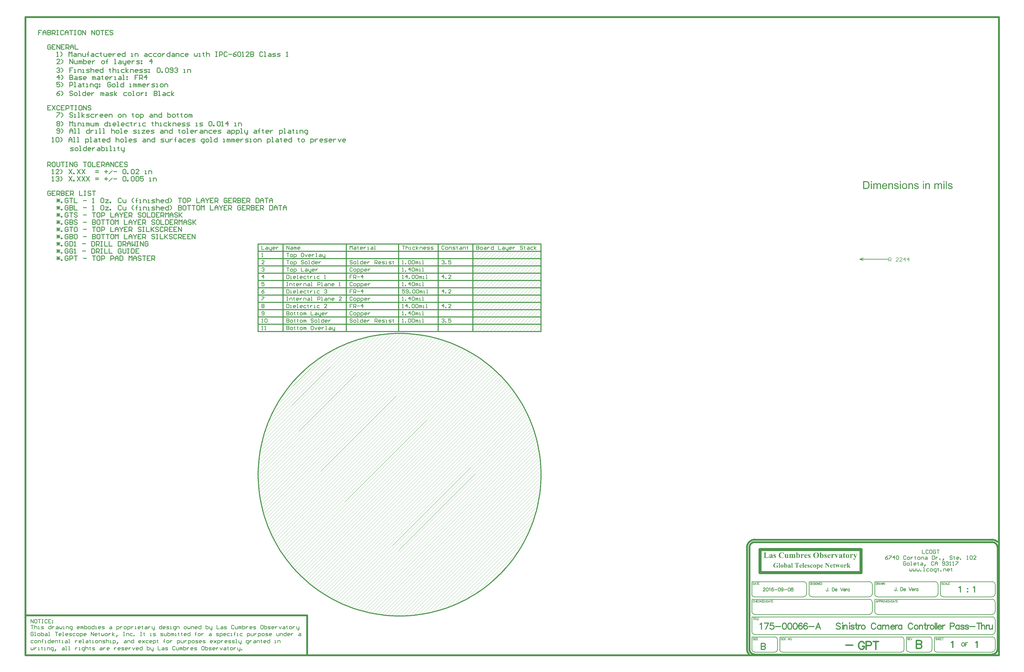
<source format=gbr>
G04 Layer_Color=8388736*
%FSLAX26Y26*%
%MOIN*%
%TF.FileFunction,Mechanical*%
%TF.Part,Single*%
G01*
G75*
%TA.AperFunction,NonConductor*%
%ADD13C,0.010000*%
%ADD26C,0.030000*%
%ADD27C,0.050000*%
%ADD28C,0.015000*%
%ADD29C,0.001000*%
%ADD30C,0.012000*%
%ADD31C,0.006000*%
%ADD32C,0.024000*%
%ADD33C,0.018000*%
%ADD34C,0.020000*%
%ADD35C,0.016000*%
G36*
X2767148Y1249629D02*
X2769314Y1249462D01*
X2771646Y1248962D01*
X2774312Y1248463D01*
X2776978Y1247630D01*
X2779643Y1246630D01*
X2779977Y1246463D01*
X2780809Y1246130D01*
X2781976Y1245464D01*
X2783642Y1244464D01*
X2785308Y1243465D01*
X2786974Y1242132D01*
X2788640Y1240466D01*
X2790139Y1238800D01*
X2790306Y1238633D01*
X2790639Y1237967D01*
X2791305Y1236967D01*
X2792138Y1235468D01*
X2792805Y1233802D01*
X2793638Y1231803D01*
X2794304Y1229637D01*
X2794970Y1227138D01*
Y1226971D01*
X2795137Y1226305D01*
X2795304Y1225139D01*
X2795470Y1223639D01*
X2795637Y1221473D01*
X2795803Y1218974D01*
X2795970Y1215809D01*
Y1211977D01*
Y1155000D01*
X2780310D01*
Y1211311D01*
Y1211477D01*
Y1211811D01*
Y1212144D01*
Y1212810D01*
X2780143Y1214643D01*
Y1216642D01*
X2779810Y1218974D01*
X2779477Y1221307D01*
X2778977Y1223473D01*
X2778311Y1225472D01*
Y1225638D01*
X2777977Y1226305D01*
X2777477Y1227138D01*
X2776811Y1228304D01*
X2775978Y1229470D01*
X2774812Y1230803D01*
X2773479Y1231969D01*
X2771813Y1233135D01*
X2771646Y1233302D01*
X2770980Y1233635D01*
X2769981Y1234135D01*
X2768648Y1234635D01*
X2767148Y1235135D01*
X2765316Y1235634D01*
X2763150Y1235968D01*
X2760984Y1236134D01*
X2759985D01*
X2759318Y1235968D01*
X2757319Y1235801D01*
X2754986Y1235301D01*
X2752321Y1234635D01*
X2749322Y1233469D01*
X2746323Y1231803D01*
X2743491Y1229637D01*
X2743158Y1229304D01*
X2742825Y1228970D01*
X2742325Y1228304D01*
X2741825Y1227638D01*
X2741159Y1226638D01*
X2740659Y1225638D01*
X2739992Y1224306D01*
X2739326Y1222640D01*
X2738660Y1220974D01*
X2737993Y1218974D01*
X2737494Y1216809D01*
X2736994Y1214310D01*
X2736660Y1211644D01*
X2736494Y1208645D01*
X2736327Y1205480D01*
Y1155000D01*
X2720667D01*
Y1247796D01*
X2734828D01*
Y1234468D01*
X2734994Y1234635D01*
X2735328Y1235135D01*
X2735827Y1235968D01*
X2736660Y1236801D01*
X2737827Y1237967D01*
X2738993Y1239300D01*
X2740492Y1240632D01*
X2742325Y1242132D01*
X2744324Y1243631D01*
X2746490Y1244964D01*
X2748822Y1246297D01*
X2751488Y1247463D01*
X2754320Y1248463D01*
X2757319Y1249129D01*
X2760651Y1249629D01*
X2764149Y1249795D01*
X2765649D01*
X2767148Y1249629D01*
D02*
G37*
G36*
X3575658D02*
X3576824D01*
X3578157Y1249462D01*
X3581323Y1248796D01*
X3584655Y1247963D01*
X3588153Y1246630D01*
X3591652Y1244631D01*
X3593151Y1243465D01*
X3594651Y1242132D01*
X3594817Y1241965D01*
X3594984Y1241799D01*
X3595317Y1241299D01*
X3595817Y1240632D01*
X3596316Y1239799D01*
X3596983Y1238800D01*
X3597649Y1237634D01*
X3598482Y1236301D01*
X3599149Y1234801D01*
X3599815Y1232969D01*
X3600481Y1231136D01*
X3600981Y1228970D01*
X3601481Y1226638D01*
X3601814Y1224139D01*
X3602148Y1221307D01*
Y1218475D01*
Y1155000D01*
X3586487D01*
Y1213310D01*
Y1213477D01*
Y1213643D01*
Y1214143D01*
Y1214809D01*
Y1216475D01*
X3586320Y1218475D01*
X3586154Y1220640D01*
X3585821Y1222973D01*
X3585488Y1224972D01*
X3584988Y1226805D01*
Y1226971D01*
X3584655Y1227471D01*
X3584321Y1228304D01*
X3583655Y1229137D01*
X3582988Y1230303D01*
X3581989Y1231303D01*
X3580823Y1232469D01*
X3579323Y1233469D01*
X3579157Y1233635D01*
X3578657Y1233968D01*
X3577824Y1234302D01*
X3576658Y1234801D01*
X3575325Y1235301D01*
X3573659Y1235801D01*
X3571993Y1235968D01*
X3569994Y1236134D01*
X3568994D01*
X3568328Y1235968D01*
X3566495Y1235801D01*
X3564163Y1235301D01*
X3561497Y1234468D01*
X3558831Y1233302D01*
X3555999Y1231636D01*
X3553500Y1229470D01*
X3553167Y1229137D01*
X3552501Y1228304D01*
X3551501Y1226638D01*
X3550335Y1224472D01*
X3549669Y1223139D01*
X3549002Y1221640D01*
X3548502Y1219807D01*
X3548003Y1217975D01*
X3547669Y1215976D01*
X3547336Y1213810D01*
X3547003Y1211311D01*
Y1208812D01*
Y1155000D01*
X3531343D01*
Y1215143D01*
Y1215309D01*
Y1215642D01*
Y1216142D01*
Y1216809D01*
X3531176Y1218808D01*
X3530843Y1220974D01*
X3530343Y1223639D01*
X3529677Y1226138D01*
X3528843Y1228637D01*
X3527511Y1230803D01*
X3527344Y1230970D01*
X3526844Y1231636D01*
X3525845Y1232469D01*
X3524512Y1233469D01*
X3522846Y1234468D01*
X3520680Y1235301D01*
X3518015Y1235968D01*
X3515016Y1236134D01*
X3513849D01*
X3512683Y1235968D01*
X3511017Y1235634D01*
X3509018Y1235301D01*
X3507019Y1234635D01*
X3504853Y1233802D01*
X3502687Y1232636D01*
X3502521Y1232469D01*
X3501688Y1231969D01*
X3500688Y1231136D01*
X3499522Y1229970D01*
X3498189Y1228637D01*
X3496856Y1226805D01*
X3495523Y1224639D01*
X3494357Y1222306D01*
X3494191Y1221973D01*
X3494024Y1221140D01*
X3493524Y1219474D01*
X3493191Y1217475D01*
X3492691Y1214643D01*
X3492191Y1211311D01*
X3492025Y1207479D01*
X3491858Y1202981D01*
Y1155000D01*
X3476198D01*
Y1247796D01*
X3490192D01*
Y1234635D01*
X3490359Y1234968D01*
X3491025Y1235801D01*
X3492025Y1236967D01*
X3493358Y1238633D01*
X3495024Y1240299D01*
X3497023Y1242132D01*
X3499355Y1243964D01*
X3501854Y1245630D01*
X3502021D01*
X3502188Y1245797D01*
X3503187Y1246297D01*
X3504686Y1246963D01*
X3506686Y1247796D01*
X3509185Y1248463D01*
X3511850Y1249129D01*
X3515016Y1249629D01*
X3518348Y1249795D01*
X3520014D01*
X3522013Y1249629D01*
X3524345Y1249296D01*
X3527011Y1248796D01*
X3529843Y1247963D01*
X3532509Y1246963D01*
X3535174Y1245464D01*
X3535508Y1245297D01*
X3536340Y1244631D01*
X3537507Y1243631D01*
X3538840Y1242298D01*
X3540506Y1240632D01*
X3542005Y1238633D01*
X3543504Y1236134D01*
X3544671Y1233469D01*
X3544837Y1233635D01*
X3545170Y1234135D01*
X3545837Y1234968D01*
X3546670Y1235968D01*
X3547836Y1237300D01*
X3549169Y1238633D01*
X3550668Y1240133D01*
X3552334Y1241632D01*
X3554333Y1243131D01*
X3556499Y1244631D01*
X3558831Y1245964D01*
X3561331Y1247296D01*
X3564163Y1248296D01*
X3566995Y1249129D01*
X3570160Y1249629D01*
X3573326Y1249795D01*
X3574659D01*
X3575658Y1249629D01*
D02*
G37*
G36*
X2571393D02*
X2572559D01*
X2573892Y1249462D01*
X2577058Y1248796D01*
X2580390Y1247963D01*
X2583888Y1246630D01*
X2587387Y1244631D01*
X2588886Y1243465D01*
X2590386Y1242132D01*
X2590552Y1241965D01*
X2590719Y1241799D01*
X2591052Y1241299D01*
X2591552Y1240632D01*
X2592052Y1239799D01*
X2592718Y1238800D01*
X2593385Y1237634D01*
X2594218Y1236301D01*
X2594884Y1234801D01*
X2595550Y1232969D01*
X2596217Y1231136D01*
X2596716Y1228970D01*
X2597216Y1226638D01*
X2597550Y1224139D01*
X2597883Y1221307D01*
Y1218475D01*
Y1155000D01*
X2582222D01*
Y1213310D01*
Y1213477D01*
Y1213643D01*
Y1214143D01*
Y1214809D01*
Y1216475D01*
X2582056Y1218475D01*
X2581889Y1220640D01*
X2581556Y1222973D01*
X2581223Y1224972D01*
X2580723Y1226805D01*
Y1226971D01*
X2580390Y1227471D01*
X2580057Y1228304D01*
X2579390Y1229137D01*
X2578724Y1230303D01*
X2577724Y1231303D01*
X2576558Y1232469D01*
X2575059Y1233469D01*
X2574892Y1233635D01*
X2574392Y1233968D01*
X2573559Y1234302D01*
X2572393Y1234801D01*
X2571060Y1235301D01*
X2569394Y1235801D01*
X2567728Y1235968D01*
X2565729Y1236134D01*
X2564729D01*
X2564063Y1235968D01*
X2562230Y1235801D01*
X2559898Y1235301D01*
X2557232Y1234468D01*
X2554567Y1233302D01*
X2551735Y1231636D01*
X2549235Y1229470D01*
X2548902Y1229137D01*
X2548236Y1228304D01*
X2547236Y1226638D01*
X2546070Y1224472D01*
X2545404Y1223139D01*
X2544737Y1221640D01*
X2544238Y1219807D01*
X2543738Y1217975D01*
X2543405Y1215976D01*
X2543071Y1213810D01*
X2542738Y1211311D01*
Y1208812D01*
Y1155000D01*
X2527078D01*
Y1215143D01*
Y1215309D01*
Y1215642D01*
Y1216142D01*
Y1216809D01*
X2526911Y1218808D01*
X2526578Y1220974D01*
X2526078Y1223639D01*
X2525412Y1226138D01*
X2524579Y1228637D01*
X2523246Y1230803D01*
X2523079Y1230970D01*
X2522579Y1231636D01*
X2521580Y1232469D01*
X2520247Y1233469D01*
X2518581Y1234468D01*
X2516415Y1235301D01*
X2513750Y1235968D01*
X2510751Y1236134D01*
X2509585D01*
X2508419Y1235968D01*
X2506753Y1235634D01*
X2504753Y1235301D01*
X2502754Y1234635D01*
X2500588Y1233802D01*
X2498423Y1232636D01*
X2498256Y1232469D01*
X2497423Y1231969D01*
X2496423Y1231136D01*
X2495257Y1229970D01*
X2493924Y1228637D01*
X2492591Y1226805D01*
X2491259Y1224639D01*
X2490093Y1222306D01*
X2489926Y1221973D01*
X2489759Y1221140D01*
X2489260Y1219474D01*
X2488926Y1217475D01*
X2488427Y1214643D01*
X2487927Y1211311D01*
X2487760Y1207479D01*
X2487593Y1202981D01*
Y1155000D01*
X2471933D01*
Y1247796D01*
X2485927D01*
Y1234635D01*
X2486094Y1234968D01*
X2486760Y1235801D01*
X2487760Y1236967D01*
X2489093Y1238633D01*
X2490759Y1240299D01*
X2492758Y1242132D01*
X2495090Y1243964D01*
X2497590Y1245630D01*
X2497756D01*
X2497923Y1245797D01*
X2498922Y1246297D01*
X2500422Y1246963D01*
X2502421Y1247796D01*
X2504920Y1248463D01*
X2507586Y1249129D01*
X2510751Y1249629D01*
X2514083Y1249795D01*
X2515749D01*
X2517748Y1249629D01*
X2520081Y1249296D01*
X2522746Y1248796D01*
X2525578Y1247963D01*
X2528244Y1246963D01*
X2530910Y1245464D01*
X2531243Y1245297D01*
X2532076Y1244631D01*
X2533242Y1243631D01*
X2534575Y1242298D01*
X2536241Y1240632D01*
X2537740Y1238633D01*
X2539240Y1236134D01*
X2540406Y1233469D01*
X2540572Y1233635D01*
X2540905Y1234135D01*
X2541572Y1234968D01*
X2542405Y1235968D01*
X2543571Y1237300D01*
X2544904Y1238633D01*
X2546403Y1240133D01*
X2548069Y1241632D01*
X2550068Y1243131D01*
X2552234Y1244631D01*
X2554567Y1245964D01*
X2557066Y1247296D01*
X2559898Y1248296D01*
X2562730Y1249129D01*
X2565896Y1249629D01*
X2569061Y1249795D01*
X2570394D01*
X2571393Y1249629D01*
D02*
G37*
G36*
X3095350D02*
X3097516Y1249462D01*
X3099849Y1248962D01*
X3102514Y1248463D01*
X3105180Y1247630D01*
X3107845Y1246630D01*
X3108178Y1246463D01*
X3109012Y1246130D01*
X3110178Y1245464D01*
X3111844Y1244464D01*
X3113510Y1243465D01*
X3115176Y1242132D01*
X3116842Y1240466D01*
X3118341Y1238800D01*
X3118508Y1238633D01*
X3118841Y1237967D01*
X3119507Y1236967D01*
X3120340Y1235468D01*
X3121007Y1233802D01*
X3121840Y1231803D01*
X3122506Y1229637D01*
X3123173Y1227138D01*
Y1226971D01*
X3123339Y1226305D01*
X3123506Y1225139D01*
X3123672Y1223639D01*
X3123839Y1221473D01*
X3124006Y1218974D01*
X3124172Y1215809D01*
Y1211977D01*
Y1155000D01*
X3108512D01*
Y1211311D01*
Y1211477D01*
Y1211811D01*
Y1212144D01*
Y1212810D01*
X3108345Y1214643D01*
Y1216642D01*
X3108012Y1218974D01*
X3107679Y1221307D01*
X3107179Y1223473D01*
X3106512Y1225472D01*
Y1225638D01*
X3106179Y1226305D01*
X3105680Y1227138D01*
X3105013Y1228304D01*
X3104180Y1229470D01*
X3103014Y1230803D01*
X3101681Y1231969D01*
X3100015Y1233135D01*
X3099849Y1233302D01*
X3099182Y1233635D01*
X3098182Y1234135D01*
X3096850Y1234635D01*
X3095350Y1235135D01*
X3093518Y1235634D01*
X3091352Y1235968D01*
X3089186Y1236134D01*
X3088186D01*
X3087520Y1235968D01*
X3085521Y1235801D01*
X3083189Y1235301D01*
X3080523Y1234635D01*
X3077524Y1233469D01*
X3074525Y1231803D01*
X3071693Y1229637D01*
X3071360Y1229304D01*
X3071027Y1228970D01*
X3070527Y1228304D01*
X3070027Y1227638D01*
X3069361Y1226638D01*
X3068861Y1225638D01*
X3068195Y1224306D01*
X3067528Y1222640D01*
X3066862Y1220974D01*
X3066195Y1218974D01*
X3065695Y1216809D01*
X3065196Y1214310D01*
X3064863Y1211644D01*
X3064696Y1208645D01*
X3064529Y1205480D01*
Y1155000D01*
X3048869D01*
Y1247796D01*
X3063030D01*
Y1234468D01*
X3063197Y1234635D01*
X3063530Y1235135D01*
X3064030Y1235968D01*
X3064863Y1236801D01*
X3066029Y1237967D01*
X3067195Y1239300D01*
X3068694Y1240632D01*
X3070527Y1242132D01*
X3072526Y1243631D01*
X3074692Y1244964D01*
X3077024Y1246297D01*
X3079690Y1247463D01*
X3082522Y1248463D01*
X3085521Y1249129D01*
X3088853Y1249629D01*
X3092352Y1249795D01*
X3093851D01*
X3095350Y1249629D01*
D02*
G37*
G36*
X1143719Y-5064819D02*
Y-5064924D01*
Y-5065028D01*
Y-5065652D01*
X1143823Y-5066693D01*
X1143927Y-5067734D01*
X1144031Y-5068984D01*
X1144239Y-5070129D01*
X1144552Y-5071170D01*
X1144968Y-5071898D01*
X1145072Y-5072002D01*
X1145176Y-5072106D01*
X1145593Y-5072419D01*
X1146113Y-5072627D01*
X1146738Y-5072939D01*
X1147571Y-5073252D01*
X1148716Y-5073460D01*
X1149965Y-5073564D01*
Y-5075542D01*
X1122066D01*
Y-5073564D01*
X1122587D01*
X1123211Y-5073460D01*
X1124044Y-5073252D01*
X1124773Y-5073043D01*
X1125710Y-5072731D01*
X1126438Y-5072211D01*
X1127167Y-5071586D01*
X1127271Y-5071482D01*
X1127375Y-5071274D01*
X1127583Y-5070857D01*
X1127792Y-5070233D01*
X1128000Y-5069400D01*
X1128104Y-5068151D01*
X1128312Y-5066693D01*
Y-5064819D01*
Y-5011520D01*
Y-5011416D01*
Y-5011312D01*
Y-5010688D01*
X1128208Y-5009751D01*
X1128104Y-5008605D01*
X1128000Y-5007460D01*
X1127792Y-5006315D01*
X1127375Y-5005378D01*
X1126959Y-5004650D01*
X1126855Y-5004546D01*
X1126751Y-5004441D01*
X1126334Y-5004129D01*
X1125918Y-5003817D01*
X1125189Y-5003505D01*
X1124356Y-5003192D01*
X1123315Y-5002984D01*
X1122066Y-5002776D01*
Y-5000798D01*
X1143719D01*
Y-5064819D01*
D02*
G37*
G36*
X1328601D02*
Y-5064924D01*
Y-5065028D01*
Y-5065652D01*
X1328705Y-5066693D01*
X1328809Y-5067734D01*
X1328913Y-5068984D01*
X1329121Y-5070129D01*
X1329433Y-5071170D01*
X1329850Y-5071898D01*
X1329954Y-5072002D01*
X1330058Y-5072106D01*
X1330474Y-5072419D01*
X1330995Y-5072627D01*
X1331619Y-5072939D01*
X1332452Y-5073252D01*
X1333597Y-5073460D01*
X1334847Y-5073564D01*
Y-5075542D01*
X1306948D01*
Y-5073564D01*
X1307468D01*
X1308093Y-5073460D01*
X1308926Y-5073252D01*
X1309654Y-5073043D01*
X1310591Y-5072731D01*
X1311320Y-5072211D01*
X1312049Y-5071586D01*
X1312153Y-5071482D01*
X1312257Y-5071274D01*
X1312465Y-5070857D01*
X1312673Y-5070233D01*
X1312881Y-5069400D01*
X1312986Y-5068151D01*
X1313194Y-5066693D01*
Y-5064819D01*
Y-5011520D01*
Y-5011416D01*
Y-5011312D01*
Y-5010688D01*
X1313090Y-5009751D01*
X1312986Y-5008605D01*
X1312881Y-5007460D01*
X1312673Y-5006315D01*
X1312257Y-5005378D01*
X1311840Y-5004650D01*
X1311736Y-5004546D01*
X1311632Y-5004441D01*
X1311216Y-5004129D01*
X1310799Y-5003817D01*
X1310071Y-5003505D01*
X1309238Y-5003192D01*
X1308197Y-5002984D01*
X1306948Y-5002776D01*
Y-5000798D01*
X1328601D01*
Y-5064819D01*
D02*
G37*
G36*
X2059383Y-5050245D02*
X2071458Y-5038378D01*
X2071666Y-5038170D01*
X2072083Y-5037753D01*
X2072707Y-5037129D01*
X2073436Y-5036400D01*
X2074269Y-5035463D01*
X2074997Y-5034631D01*
X2075622Y-5033798D01*
X2076039Y-5033173D01*
Y-5033069D01*
X2076143Y-5032861D01*
X2076351Y-5032548D01*
X2076559Y-5032132D01*
X2076871Y-5031195D01*
X2076975Y-5030050D01*
Y-5029946D01*
Y-5029738D01*
X2076871Y-5029113D01*
X2076455Y-5028385D01*
X2076143Y-5027968D01*
X2075726Y-5027552D01*
X2075622D01*
X2075518Y-5027343D01*
X2075206Y-5027239D01*
X2074685Y-5026927D01*
X2074061Y-5026719D01*
X2073228Y-5026407D01*
X2072291Y-5026198D01*
X2071042Y-5025990D01*
Y-5024012D01*
X2094048D01*
Y-5025990D01*
X2093527D01*
X2092903Y-5026094D01*
X2092174Y-5026302D01*
X2091237Y-5026511D01*
X2090300Y-5026823D01*
X2089259Y-5027135D01*
X2088322Y-5027656D01*
X2088218Y-5027760D01*
X2087802Y-5027968D01*
X2087177Y-5028489D01*
X2086136Y-5029217D01*
X2084887Y-5030258D01*
X2084054Y-5030987D01*
X2083221Y-5031820D01*
X2082180Y-5032653D01*
X2081139Y-5033694D01*
X2079890Y-5034839D01*
X2078641Y-5036088D01*
X2073020Y-5041709D01*
X2085095Y-5059406D01*
X2085199Y-5059510D01*
X2085407Y-5059823D01*
X2085824Y-5060447D01*
X2086240Y-5061072D01*
X2086865Y-5061905D01*
X2087490Y-5062946D01*
X2088947Y-5064924D01*
X2090404Y-5067110D01*
X2091133Y-5068151D01*
X2091862Y-5069088D01*
X2092486Y-5069920D01*
X2093007Y-5070649D01*
X2093527Y-5071170D01*
X2093840Y-5071482D01*
X2093944Y-5071586D01*
X2094152Y-5071794D01*
X2094568Y-5072106D01*
X2095089Y-5072419D01*
X2095818Y-5072835D01*
X2096650Y-5073148D01*
X2097483Y-5073460D01*
X2098524Y-5073564D01*
Y-5075542D01*
X2071874D01*
Y-5073564D01*
X2072187D01*
X2072916Y-5073460D01*
X2073748Y-5073252D01*
X2074477Y-5072939D01*
X2074581Y-5072835D01*
X2074893Y-5072523D01*
X2075206Y-5072106D01*
X2075310Y-5071482D01*
Y-5071378D01*
Y-5071274D01*
X2075206Y-5070857D01*
X2074997Y-5070441D01*
X2074685Y-5069816D01*
X2074269Y-5068984D01*
X2073748Y-5067943D01*
X2072916Y-5066797D01*
X2062714Y-5051807D01*
X2059383Y-5055138D01*
Y-5064403D01*
Y-5064507D01*
Y-5064611D01*
Y-5064924D01*
Y-5065340D01*
X2059487Y-5066381D01*
Y-5067526D01*
X2059591Y-5068775D01*
X2059799Y-5070025D01*
X2060111Y-5071065D01*
X2060215Y-5071482D01*
X2060423Y-5071794D01*
X2060528Y-5071898D01*
X2060632Y-5072002D01*
X2060944Y-5072315D01*
X2061465Y-5072523D01*
X2062089Y-5072835D01*
X2062818Y-5073148D01*
X2063859Y-5073356D01*
X2065004Y-5073564D01*
Y-5075542D01*
X2038458D01*
Y-5073564D01*
X2038562D01*
X2038979Y-5073460D01*
X2039603Y-5073356D01*
X2040228Y-5073148D01*
X2040957Y-5072939D01*
X2041790Y-5072523D01*
X2042414Y-5072106D01*
X2043039Y-5071482D01*
Y-5071378D01*
X2043143Y-5071170D01*
X2043351Y-5070753D01*
X2043559Y-5070129D01*
X2043663Y-5069296D01*
X2043872Y-5068047D01*
X2043976Y-5066381D01*
Y-5065444D01*
Y-5064403D01*
Y-5011937D01*
Y-5011833D01*
Y-5011729D01*
Y-5011416D01*
Y-5011000D01*
Y-5010063D01*
X2043872Y-5008814D01*
X2043767Y-5007669D01*
X2043559Y-5006419D01*
X2043247Y-5005483D01*
X2043143Y-5005066D01*
X2042935Y-5004754D01*
Y-5004650D01*
X2042726Y-5004546D01*
X2042414Y-5004233D01*
X2041998Y-5003921D01*
X2041373Y-5003609D01*
X2040645Y-5003296D01*
X2039603Y-5002984D01*
X2038458Y-5002776D01*
Y-5000798D01*
X2059383D01*
Y-5050245D01*
D02*
G37*
G36*
X3738426Y1249629D02*
X3739426D01*
X3742091Y1249462D01*
X3744924Y1248962D01*
X3748256Y1248463D01*
X3751421Y1247630D01*
X3754586Y1246630D01*
X3754753D01*
X3754920Y1246463D01*
X3755919Y1246130D01*
X3757419Y1245297D01*
X3759251Y1244298D01*
X3761251Y1243131D01*
X3763250Y1241632D01*
X3765249Y1239966D01*
X3766915Y1237967D01*
X3767081Y1237800D01*
X3767581Y1236967D01*
X3768248Y1235801D01*
X3769081Y1234135D01*
X3770080Y1232136D01*
X3770913Y1229803D01*
X3771746Y1226971D01*
X3772413Y1223806D01*
X3757086Y1221640D01*
Y1221973D01*
X3756752Y1222806D01*
X3756419Y1224139D01*
X3755919Y1225638D01*
X3755086Y1227471D01*
X3753920Y1229304D01*
X3752587Y1230970D01*
X3750921Y1232636D01*
X3750755Y1232802D01*
X3749922Y1233302D01*
X3748922Y1233968D01*
X3747256Y1234801D01*
X3745257Y1235468D01*
X3742758Y1236134D01*
X3739926Y1236634D01*
X3736594Y1236801D01*
X3734761D01*
X3732928Y1236634D01*
X3730596Y1236301D01*
X3728097Y1235968D01*
X3725432Y1235301D01*
X3723099Y1234302D01*
X3721100Y1233135D01*
X3720933Y1232969D01*
X3720434Y1232469D01*
X3719601Y1231803D01*
X3718934Y1230803D01*
X3718101Y1229637D01*
X3717268Y1228137D01*
X3716768Y1226638D01*
X3716602Y1224805D01*
Y1224639D01*
Y1224306D01*
X3716768Y1223806D01*
Y1222973D01*
X3717435Y1221307D01*
X3717768Y1220307D01*
X3718434Y1219308D01*
X3718601Y1219141D01*
X3718767Y1218974D01*
X3719267Y1218475D01*
X3719934Y1217808D01*
X3720767Y1217142D01*
X3721766Y1216475D01*
X3723099Y1215809D01*
X3724432Y1215143D01*
X3724599D01*
X3724932Y1214976D01*
X3725765Y1214643D01*
X3727097Y1214310D01*
X3728930Y1213810D01*
X3730096Y1213477D01*
X3731429Y1213143D01*
X3732928Y1212644D01*
X3734595Y1212310D01*
X3736427Y1211644D01*
X3738426Y1211144D01*
X3738593D01*
X3739093Y1210978D01*
X3740092Y1210811D01*
X3741092Y1210478D01*
X3742425Y1209978D01*
X3744091Y1209645D01*
X3747589Y1208645D01*
X3751421Y1207479D01*
X3755253Y1206313D01*
X3758751Y1205147D01*
X3760251Y1204480D01*
X3761584Y1203980D01*
X3761917Y1203814D01*
X3762750Y1203481D01*
X3763916Y1202814D01*
X3765416Y1201815D01*
X3767081Y1200648D01*
X3768747Y1199316D01*
X3770580Y1197650D01*
X3772079Y1195650D01*
X3772246Y1195484D01*
X3772746Y1194651D01*
X3773246Y1193485D01*
X3774079Y1191985D01*
X3774745Y1189986D01*
X3775245Y1187820D01*
X3775745Y1185155D01*
X3775911Y1182322D01*
Y1182156D01*
Y1181989D01*
Y1180990D01*
X3775745Y1179490D01*
X3775412Y1177491D01*
X3774745Y1175159D01*
X3773912Y1172660D01*
X3772746Y1169994D01*
X3771247Y1167328D01*
X3771080Y1166995D01*
X3770414Y1166162D01*
X3769247Y1164996D01*
X3767914Y1163497D01*
X3765915Y1161664D01*
X3763583Y1159998D01*
X3760917Y1158165D01*
X3757919Y1156666D01*
X3757752D01*
X3757585Y1156499D01*
X3757086Y1156333D01*
X3756419Y1156166D01*
X3754586Y1155500D01*
X3752254Y1154833D01*
X3749422Y1154167D01*
X3746090Y1153501D01*
X3742425Y1153167D01*
X3738426Y1153001D01*
X3736760D01*
X3735427Y1153167D01*
X3733928D01*
X3732262Y1153334D01*
X3730263Y1153667D01*
X3728097Y1154000D01*
X3723765Y1154833D01*
X3719101Y1156166D01*
X3714769Y1157999D01*
X3712603Y1158998D01*
X3710771Y1160331D01*
X3710604Y1160498D01*
X3710438Y1160664D01*
X3709938Y1161164D01*
X3709271Y1161664D01*
X3708438Y1162497D01*
X3707605Y1163497D01*
X3706772Y1164663D01*
X3705773Y1165996D01*
X3704773Y1167495D01*
X3703607Y1169161D01*
X3702607Y1170994D01*
X3701774Y1172993D01*
X3700775Y1175159D01*
X3699942Y1177491D01*
X3699275Y1179990D01*
X3698776Y1182656D01*
X3714269Y1185155D01*
Y1184988D01*
Y1184821D01*
X3714436Y1184322D01*
X3714602Y1183655D01*
X3714936Y1181989D01*
X3715602Y1179823D01*
X3716602Y1177491D01*
X3717768Y1175159D01*
X3719434Y1172826D01*
X3721433Y1170827D01*
X3721766Y1170660D01*
X3722599Y1170161D01*
X3723932Y1169328D01*
X3725765Y1168495D01*
X3728264Y1167495D01*
X3731096Y1166829D01*
X3734428Y1166162D01*
X3738260Y1165996D01*
X3740092D01*
X3741925Y1166162D01*
X3744424Y1166495D01*
X3746923Y1166995D01*
X3749588Y1167828D01*
X3752254Y1168828D01*
X3754420Y1170327D01*
X3754586Y1170494D01*
X3755253Y1171160D01*
X3756086Y1171993D01*
X3757086Y1173326D01*
X3758085Y1174825D01*
X3758918Y1176491D01*
X3759584Y1178491D01*
X3759751Y1180656D01*
Y1180823D01*
Y1181489D01*
X3759584Y1182489D01*
X3759251Y1183655D01*
X3758585Y1184988D01*
X3757752Y1186321D01*
X3756586Y1187654D01*
X3755086Y1188986D01*
X3754920Y1189153D01*
X3754420Y1189320D01*
X3753420Y1189819D01*
X3751754Y1190319D01*
X3750755Y1190819D01*
X3749755Y1191152D01*
X3748422Y1191485D01*
X3746923Y1191985D01*
X3745257Y1192485D01*
X3743258Y1192985D01*
X3741258Y1193651D01*
X3738926Y1194151D01*
X3738760D01*
X3738093Y1194318D01*
X3737260Y1194651D01*
X3736094Y1194984D01*
X3734761Y1195317D01*
X3733095Y1195817D01*
X3729430Y1196817D01*
X3725432Y1197983D01*
X3721433Y1199316D01*
X3719601Y1199982D01*
X3717934Y1200648D01*
X3716269Y1201148D01*
X3714936Y1201815D01*
X3714602Y1201981D01*
X3713769Y1202481D01*
X3712603Y1203147D01*
X3711104Y1204147D01*
X3709604Y1205313D01*
X3707772Y1206813D01*
X3706273Y1208479D01*
X3704773Y1210478D01*
X3704606Y1210811D01*
X3704273Y1211477D01*
X3703773Y1212644D01*
X3703107Y1214143D01*
X3702441Y1215976D01*
X3701941Y1218141D01*
X3701608Y1220474D01*
X3701441Y1222973D01*
Y1223306D01*
Y1223972D01*
X3701608Y1225139D01*
X3701774Y1226805D01*
X3702108Y1228471D01*
X3702607Y1230470D01*
X3703274Y1232469D01*
X3704273Y1234468D01*
X3704440Y1234635D01*
X3704773Y1235301D01*
X3705439Y1236301D01*
X3706273Y1237634D01*
X3707439Y1238966D01*
X3708771Y1240466D01*
X3710271Y1241965D01*
X3711937Y1243298D01*
X3712104Y1243465D01*
X3712603Y1243798D01*
X3713436Y1244298D01*
X3714602Y1244797D01*
X3715935Y1245630D01*
X3717768Y1246297D01*
X3719767Y1247130D01*
X3721933Y1247796D01*
X3722266Y1247963D01*
X3723099Y1248129D01*
X3724265Y1248463D01*
X3726098Y1248796D01*
X3728097Y1249129D01*
X3730430Y1249462D01*
X3732928Y1249795D01*
X3737427D01*
X3738426Y1249629D01*
D02*
G37*
G36*
X1459766Y-5022555D02*
X1460391D01*
X1461224Y-5022659D01*
X1462994Y-5022971D01*
X1465076Y-5023388D01*
X1467158Y-5024116D01*
X1469240Y-5025157D01*
X1471113Y-5026511D01*
X1471217D01*
X1471322Y-5026719D01*
X1471842Y-5027239D01*
X1472675Y-5028072D01*
X1473508Y-5029113D01*
X1474341Y-5030467D01*
X1475173Y-5032028D01*
X1475694Y-5033694D01*
X1475902Y-5034526D01*
Y-5035463D01*
Y-5035567D01*
Y-5035984D01*
X1475798Y-5036608D01*
X1475694Y-5037337D01*
X1475381Y-5038170D01*
X1475069Y-5039003D01*
X1474549Y-5039836D01*
X1473924Y-5040564D01*
X1473820Y-5040668D01*
X1473612Y-5040877D01*
X1473195Y-5041085D01*
X1472571Y-5041397D01*
X1471842Y-5041813D01*
X1471009Y-5042022D01*
X1470072Y-5042230D01*
X1468927Y-5042334D01*
X1468407D01*
X1467782Y-5042230D01*
X1467053Y-5042022D01*
X1466221Y-5041813D01*
X1465284Y-5041501D01*
X1464347Y-5040981D01*
X1463514Y-5040252D01*
X1463410Y-5040148D01*
X1463202Y-5039836D01*
X1462785Y-5039315D01*
X1462369Y-5038482D01*
X1461953Y-5037441D01*
X1461536Y-5036088D01*
X1461224Y-5034422D01*
X1460912Y-5032548D01*
Y-5032444D01*
X1460807Y-5032028D01*
X1460703Y-5031403D01*
X1460599Y-5030675D01*
X1460079Y-5029113D01*
X1459766Y-5028385D01*
X1459350Y-5027760D01*
X1459246Y-5027656D01*
X1459142Y-5027552D01*
X1458517Y-5027031D01*
X1457580Y-5026511D01*
X1456956Y-5026407D01*
X1456331Y-5026302D01*
X1455915D01*
X1455394Y-5026407D01*
X1454770Y-5026615D01*
X1454145Y-5027031D01*
X1453312Y-5027448D01*
X1452584Y-5028176D01*
X1451855Y-5029113D01*
X1451751Y-5029321D01*
X1451438Y-5029946D01*
X1450918Y-5030883D01*
X1450502Y-5032340D01*
X1449981Y-5034214D01*
X1449461Y-5036400D01*
X1449357Y-5037649D01*
X1449148Y-5039003D01*
X1449044Y-5040564D01*
Y-5042126D01*
Y-5042230D01*
Y-5042438D01*
Y-5042854D01*
Y-5043375D01*
X1449148Y-5043999D01*
Y-5044728D01*
X1449357Y-5046602D01*
X1449565Y-5048684D01*
X1449981Y-5051078D01*
X1450606Y-5053577D01*
X1451334Y-5056075D01*
Y-5056179D01*
X1451438Y-5056387D01*
X1451543Y-5056700D01*
X1451751Y-5057116D01*
X1452271Y-5058365D01*
X1453000Y-5059823D01*
X1453937Y-5061384D01*
X1454978Y-5063050D01*
X1456227Y-5064611D01*
X1457685Y-5065965D01*
X1457789Y-5066069D01*
X1458205Y-5066277D01*
X1458830Y-5066693D01*
X1459766Y-5067110D01*
X1460807Y-5067526D01*
X1461953Y-5067943D01*
X1463410Y-5068151D01*
X1464867Y-5068255D01*
X1465284D01*
X1465804Y-5068151D01*
X1466533Y-5068047D01*
X1467262Y-5067943D01*
X1468199Y-5067734D01*
X1469031Y-5067422D01*
X1469968Y-5067006D01*
X1470072Y-5066901D01*
X1470385Y-5066797D01*
X1470905Y-5066381D01*
X1471634Y-5065965D01*
X1472467Y-5065236D01*
X1473404Y-5064403D01*
X1474445Y-5063466D01*
X1475694Y-5062217D01*
X1477464Y-5063570D01*
Y-5063674D01*
X1477255Y-5063883D01*
X1477047Y-5064195D01*
X1476839Y-5064715D01*
X1476006Y-5065965D01*
X1474965Y-5067422D01*
X1473612Y-5069088D01*
X1472050Y-5070753D01*
X1470281Y-5072419D01*
X1468303Y-5073772D01*
X1468199D01*
X1468094Y-5073876D01*
X1467782Y-5074084D01*
X1467366Y-5074293D01*
X1466221Y-5074813D01*
X1464867Y-5075438D01*
X1463098Y-5076062D01*
X1461120Y-5076583D01*
X1459038Y-5076999D01*
X1456748Y-5077103D01*
X1456331D01*
X1455811Y-5076999D01*
X1455082D01*
X1454145Y-5076895D01*
X1453208Y-5076687D01*
X1452063Y-5076479D01*
X1450814Y-5076166D01*
X1449565Y-5075750D01*
X1448211Y-5075230D01*
X1446858Y-5074605D01*
X1445505Y-5073876D01*
X1444151Y-5072939D01*
X1442798Y-5071898D01*
X1441549Y-5070753D01*
X1440300Y-5069400D01*
X1440196Y-5069296D01*
X1439987Y-5069088D01*
X1439779Y-5068567D01*
X1439363Y-5068047D01*
X1438842Y-5067214D01*
X1438322Y-5066381D01*
X1437801Y-5065340D01*
X1437281Y-5064091D01*
X1436656Y-5062842D01*
X1436136Y-5061384D01*
X1435615Y-5059823D01*
X1435095Y-5058157D01*
X1434678Y-5056492D01*
X1434470Y-5054618D01*
X1434262Y-5052640D01*
X1434158Y-5050662D01*
Y-5050558D01*
Y-5050141D01*
Y-5049621D01*
X1434262Y-5048892D01*
X1434366Y-5047955D01*
X1434470Y-5046914D01*
X1434678Y-5045665D01*
X1434887Y-5044416D01*
X1435511Y-5041501D01*
X1436552Y-5038378D01*
X1437177Y-5036817D01*
X1437906Y-5035255D01*
X1438842Y-5033694D01*
X1439779Y-5032132D01*
X1439883Y-5032028D01*
X1440092Y-5031716D01*
X1440508Y-5031195D01*
X1441028Y-5030571D01*
X1441757Y-5029842D01*
X1442590Y-5029113D01*
X1443527Y-5028176D01*
X1444672Y-5027239D01*
X1445921Y-5026407D01*
X1447274Y-5025470D01*
X1448836Y-5024741D01*
X1450502Y-5023908D01*
X1452271Y-5023388D01*
X1454249Y-5022867D01*
X1456227Y-5022555D01*
X1458413Y-5022451D01*
X1459142D01*
X1459766Y-5022555D01*
D02*
G37*
G36*
X1407925D02*
X1408966Y-5022659D01*
X1410215Y-5022971D01*
X1411568Y-5023284D01*
X1413026Y-5023804D01*
X1414483Y-5024533D01*
X1414587D01*
X1414691Y-5024637D01*
X1415316Y-5024949D01*
X1416149Y-5025261D01*
X1416877Y-5025366D01*
X1417398D01*
X1417918Y-5025261D01*
X1418439Y-5025053D01*
X1418543Y-5024949D01*
X1418959Y-5024637D01*
X1419168Y-5024325D01*
X1419584Y-5023908D01*
X1419896Y-5023284D01*
X1420417Y-5022659D01*
X1422395D01*
X1423227Y-5040252D01*
X1421249D01*
Y-5040148D01*
X1421145Y-5039940D01*
X1420937Y-5039523D01*
X1420625Y-5039003D01*
X1420313Y-5038378D01*
X1420000Y-5037649D01*
X1419063Y-5035984D01*
X1418022Y-5034214D01*
X1416877Y-5032444D01*
X1415628Y-5030779D01*
X1414899Y-5030154D01*
X1414275Y-5029530D01*
X1414171Y-5029426D01*
X1413650Y-5029113D01*
X1412921Y-5028593D01*
X1412089Y-5028072D01*
X1410944Y-5027552D01*
X1409799Y-5027031D01*
X1408549Y-5026719D01*
X1407196Y-5026615D01*
X1406780D01*
X1406363Y-5026719D01*
X1405843Y-5026823D01*
X1405218Y-5027031D01*
X1404593Y-5027239D01*
X1403969Y-5027656D01*
X1403344Y-5028176D01*
X1403240Y-5028280D01*
X1403136Y-5028489D01*
X1402824Y-5028801D01*
X1402616Y-5029217D01*
X1401991Y-5030362D01*
X1401887Y-5030987D01*
X1401783Y-5031716D01*
Y-5031820D01*
Y-5031924D01*
X1401887Y-5032653D01*
X1402199Y-5033485D01*
X1402824Y-5034526D01*
X1402928Y-5034631D01*
X1403240Y-5034943D01*
X1403761Y-5035567D01*
X1404698Y-5036400D01*
X1405322Y-5036817D01*
X1405947Y-5037441D01*
X1406780Y-5038066D01*
X1407716Y-5038794D01*
X1408757Y-5039523D01*
X1409903Y-5040460D01*
X1411152Y-5041293D01*
X1412609Y-5042334D01*
X1412713Y-5042438D01*
X1412921Y-5042542D01*
X1413338Y-5042854D01*
X1413963Y-5043271D01*
X1414587Y-5043687D01*
X1415316Y-5044208D01*
X1416981Y-5045561D01*
X1418751Y-5047018D01*
X1420521Y-5048476D01*
X1422082Y-5050141D01*
X1422811Y-5050870D01*
X1423332Y-5051599D01*
X1423436Y-5051807D01*
X1423748Y-5052223D01*
X1424164Y-5053056D01*
X1424685Y-5054097D01*
X1425101Y-5055346D01*
X1425518Y-5056804D01*
X1425830Y-5058469D01*
X1425934Y-5060135D01*
Y-5060343D01*
Y-5060864D01*
X1425830Y-5061697D01*
X1425622Y-5062842D01*
X1425414Y-5064091D01*
X1424997Y-5065548D01*
X1424477Y-5067110D01*
X1423748Y-5068671D01*
X1423644Y-5068879D01*
X1423332Y-5069296D01*
X1422811Y-5070025D01*
X1422186Y-5070961D01*
X1421354Y-5072002D01*
X1420313Y-5073043D01*
X1419063Y-5073980D01*
X1417710Y-5074917D01*
X1417502Y-5075021D01*
X1417085Y-5075230D01*
X1416253Y-5075646D01*
X1415212Y-5075958D01*
X1413963Y-5076375D01*
X1412401Y-5076791D01*
X1410840Y-5076999D01*
X1409070Y-5077103D01*
X1408445D01*
X1407612Y-5076999D01*
X1406467Y-5076791D01*
X1405114Y-5076583D01*
X1403448Y-5076166D01*
X1401470Y-5075542D01*
X1399284Y-5074813D01*
X1399180D01*
X1398972Y-5074709D01*
X1398348Y-5074501D01*
X1397619Y-5074293D01*
X1396994Y-5074189D01*
X1396682D01*
X1396370Y-5074293D01*
X1395953Y-5074501D01*
X1395537Y-5074813D01*
X1395016Y-5075334D01*
X1394496Y-5075958D01*
X1394079Y-5076895D01*
X1392101D01*
X1391269Y-5058365D01*
X1393247D01*
Y-5058469D01*
X1393351Y-5058678D01*
X1393455Y-5059094D01*
X1393663Y-5059510D01*
X1393975Y-5060135D01*
X1394184Y-5060864D01*
X1395016Y-5062425D01*
X1395953Y-5064195D01*
X1397098Y-5066069D01*
X1398452Y-5067734D01*
X1399909Y-5069296D01*
X1400117Y-5069400D01*
X1400638Y-5069816D01*
X1401470Y-5070441D01*
X1402616Y-5071065D01*
X1403865Y-5071794D01*
X1405218Y-5072315D01*
X1406571Y-5072731D01*
X1408029Y-5072939D01*
X1408445D01*
X1408966Y-5072835D01*
X1409590Y-5072731D01*
X1410215Y-5072523D01*
X1410944Y-5072315D01*
X1411672Y-5071898D01*
X1412297Y-5071378D01*
X1412401Y-5071274D01*
X1412609Y-5071065D01*
X1412817Y-5070753D01*
X1413234Y-5070233D01*
X1413546Y-5069712D01*
X1413754Y-5068984D01*
X1413963Y-5068255D01*
X1414067Y-5067422D01*
Y-5067318D01*
Y-5067006D01*
X1413963Y-5066485D01*
X1413858Y-5065860D01*
X1413650Y-5065132D01*
X1413338Y-5064403D01*
X1412921Y-5063674D01*
X1412401Y-5062946D01*
X1412297Y-5062842D01*
X1412089Y-5062529D01*
X1411568Y-5062113D01*
X1410840Y-5061488D01*
X1409903Y-5060655D01*
X1408549Y-5059614D01*
X1406988Y-5058365D01*
X1405010Y-5057012D01*
X1404906Y-5056908D01*
X1404698Y-5056804D01*
X1404177Y-5056492D01*
X1403657Y-5056075D01*
X1403032Y-5055555D01*
X1402199Y-5055034D01*
X1400534Y-5053681D01*
X1398660Y-5052223D01*
X1396890Y-5050766D01*
X1395225Y-5049309D01*
X1394600Y-5048684D01*
X1394079Y-5048059D01*
Y-5047955D01*
X1393975Y-5047851D01*
X1393559Y-5047227D01*
X1392934Y-5046394D01*
X1392310Y-5045145D01*
X1391685Y-5043687D01*
X1391061Y-5041917D01*
X1390644Y-5040044D01*
X1390540Y-5038066D01*
Y-5037962D01*
Y-5037753D01*
Y-5037441D01*
X1390644Y-5037025D01*
X1390748Y-5035984D01*
X1391061Y-5034526D01*
X1391581Y-5032861D01*
X1392206Y-5030987D01*
X1393247Y-5029217D01*
X1394600Y-5027343D01*
Y-5027239D01*
X1394808Y-5027135D01*
X1395329Y-5026615D01*
X1396265Y-5025782D01*
X1397619Y-5024845D01*
X1399284Y-5024012D01*
X1401262Y-5023180D01*
X1403657Y-5022659D01*
X1405010Y-5022451D01*
X1407092D01*
X1407925Y-5022555D01*
D02*
G37*
G36*
X2027216D02*
X2027944Y-5022659D01*
X2028673Y-5022971D01*
X2029506Y-5023284D01*
X2030339Y-5023804D01*
X2031067Y-5024429D01*
X2031171Y-5024533D01*
X2031380Y-5024741D01*
X2031692Y-5025157D01*
X2032004Y-5025782D01*
X2032316Y-5026615D01*
X2032629Y-5027448D01*
X2032837Y-5028593D01*
X2032941Y-5029842D01*
Y-5030050D01*
Y-5030467D01*
X2032837Y-5031091D01*
X2032733Y-5031924D01*
X2032525Y-5032861D01*
X2032108Y-5033798D01*
X2031692Y-5034735D01*
X2031067Y-5035567D01*
X2030963Y-5035672D01*
X2030755Y-5035880D01*
X2030339Y-5036192D01*
X2029922Y-5036504D01*
X2029298Y-5036921D01*
X2028569Y-5037233D01*
X2027736Y-5037441D01*
X2026799Y-5037545D01*
X2026279D01*
X2025758Y-5037441D01*
X2025030Y-5037337D01*
X2024301Y-5037129D01*
X2023468Y-5036712D01*
X2022531Y-5036296D01*
X2021698Y-5035672D01*
X2021594Y-5035567D01*
X2021386Y-5035359D01*
X2021074Y-5035047D01*
X2020657Y-5034735D01*
X2019824Y-5034006D01*
X2019512Y-5033694D01*
X2019304Y-5033590D01*
X2019200Y-5033485D01*
X2018888Y-5033381D01*
X2018471Y-5033277D01*
X2018055Y-5033173D01*
X2017743D01*
X2017430Y-5033277D01*
X2017014D01*
X2016077Y-5033694D01*
X2015556Y-5034006D01*
X2015036Y-5034422D01*
X2014932Y-5034526D01*
X2014620Y-5034735D01*
X2014203Y-5035151D01*
X2013787Y-5035776D01*
X2013162Y-5036608D01*
X2012642Y-5037441D01*
X2012121Y-5038586D01*
X2011601Y-5039836D01*
Y-5039940D01*
X2011496Y-5040044D01*
X2011392Y-5040356D01*
X2011288Y-5040772D01*
X2011080Y-5041813D01*
X2010768Y-5043271D01*
X2010351Y-5045041D01*
X2010143Y-5047018D01*
X2009935Y-5049204D01*
X2009831Y-5051599D01*
Y-5063466D01*
X2009935Y-5066485D01*
Y-5066589D01*
Y-5067006D01*
Y-5067526D01*
Y-5068151D01*
X2010039Y-5069504D01*
X2010143Y-5070129D01*
X2010247Y-5070545D01*
Y-5070649D01*
X2010351Y-5070753D01*
X2010768Y-5071378D01*
X2011392Y-5072211D01*
X2012225Y-5072835D01*
X2012329D01*
X2012537Y-5072939D01*
X2012850Y-5073043D01*
X2013266Y-5073148D01*
X2013891Y-5073252D01*
X2014724Y-5073356D01*
X2015660Y-5073460D01*
X2016701Y-5073564D01*
Y-5075542D01*
X1988803D01*
Y-5073564D01*
X1988907D01*
X1989323Y-5073460D01*
X1989948D01*
X1990572Y-5073252D01*
X1992134Y-5072731D01*
X1992758Y-5072315D01*
X1993279Y-5071794D01*
X1993383Y-5071690D01*
X1993487Y-5071482D01*
X1993695Y-5070961D01*
X1993904Y-5070129D01*
X1994112Y-5069088D01*
X1994320Y-5067630D01*
X1994424Y-5066693D01*
X1994528Y-5065756D01*
Y-5064715D01*
Y-5063466D01*
Y-5034943D01*
Y-5034735D01*
Y-5034214D01*
Y-5033485D01*
X1994424Y-5032548D01*
Y-5031612D01*
X1994320Y-5030675D01*
X1994216Y-5029946D01*
X1994008Y-5029321D01*
Y-5029217D01*
X1993904Y-5029113D01*
X1993591Y-5028489D01*
X1993175Y-5027656D01*
X1992446Y-5027031D01*
X1992238Y-5026927D01*
X1992030Y-5026823D01*
X1991613Y-5026615D01*
X1991093Y-5026407D01*
X1990468Y-5026302D01*
X1989740Y-5026094D01*
X1988803Y-5025990D01*
Y-5024012D01*
X2009831D01*
Y-5035776D01*
X2009935Y-5035672D01*
X2010039Y-5035463D01*
X2010351Y-5035047D01*
X2010664Y-5034526D01*
X2011080Y-5033798D01*
X2011601Y-5033069D01*
X2012850Y-5031403D01*
X2014203Y-5029634D01*
X2015765Y-5027864D01*
X2017222Y-5026407D01*
X2017951Y-5025678D01*
X2018679Y-5025157D01*
X2018888Y-5025053D01*
X2019304Y-5024741D01*
X2020137Y-5024325D01*
X2021074Y-5023804D01*
X2022219Y-5023284D01*
X2023468Y-5022867D01*
X2024821Y-5022555D01*
X2026175Y-5022451D01*
X2026695D01*
X2027216Y-5022555D01*
D02*
G37*
G36*
X2853447Y1249629D02*
X2854447D01*
X2857112Y1249462D01*
X2859945Y1248962D01*
X2863276Y1248463D01*
X2866442Y1247630D01*
X2869607Y1246630D01*
X2869774D01*
X2869941Y1246463D01*
X2870940Y1246130D01*
X2872439Y1245297D01*
X2874272Y1244298D01*
X2876271Y1243131D01*
X2878271Y1241632D01*
X2880270Y1239966D01*
X2881936Y1237967D01*
X2882102Y1237800D01*
X2882602Y1236967D01*
X2883269Y1235801D01*
X2884102Y1234135D01*
X2885101Y1232136D01*
X2885934Y1229803D01*
X2886767Y1226971D01*
X2887434Y1223806D01*
X2872106Y1221640D01*
Y1221973D01*
X2871773Y1222806D01*
X2871440Y1224139D01*
X2870940Y1225638D01*
X2870107Y1227471D01*
X2868941Y1229304D01*
X2867608Y1230970D01*
X2865942Y1232636D01*
X2865776Y1232802D01*
X2864943Y1233302D01*
X2863943Y1233968D01*
X2862277Y1234801D01*
X2860278Y1235468D01*
X2857779Y1236134D01*
X2854947Y1236634D01*
X2851615Y1236801D01*
X2849782D01*
X2847949Y1236634D01*
X2845617Y1236301D01*
X2843118Y1235968D01*
X2840452Y1235301D01*
X2838120Y1234302D01*
X2836121Y1233135D01*
X2835954Y1232969D01*
X2835454Y1232469D01*
X2834621Y1231803D01*
X2833955Y1230803D01*
X2833122Y1229637D01*
X2832289Y1228137D01*
X2831789Y1226638D01*
X2831622Y1224805D01*
Y1224639D01*
Y1224306D01*
X2831789Y1223806D01*
Y1222973D01*
X2832456Y1221307D01*
X2832789Y1220307D01*
X2833455Y1219308D01*
X2833622Y1219141D01*
X2833788Y1218974D01*
X2834288Y1218475D01*
X2834954Y1217808D01*
X2835787Y1217142D01*
X2836787Y1216475D01*
X2838120Y1215809D01*
X2839453Y1215143D01*
X2839619D01*
X2839952Y1214976D01*
X2840785Y1214643D01*
X2842118Y1214310D01*
X2843951Y1213810D01*
X2845117Y1213477D01*
X2846450Y1213143D01*
X2847949Y1212644D01*
X2849615Y1212310D01*
X2851448Y1211644D01*
X2853447Y1211144D01*
X2853614D01*
X2854113Y1210978D01*
X2855113Y1210811D01*
X2856113Y1210478D01*
X2857445Y1209978D01*
X2859111Y1209645D01*
X2862610Y1208645D01*
X2866442Y1207479D01*
X2870274Y1206313D01*
X2873772Y1205147D01*
X2875272Y1204480D01*
X2876604Y1203980D01*
X2876938Y1203814D01*
X2877771Y1203481D01*
X2878937Y1202814D01*
X2880436Y1201815D01*
X2882102Y1200648D01*
X2883768Y1199316D01*
X2885601Y1197650D01*
X2887100Y1195650D01*
X2887267Y1195484D01*
X2887767Y1194651D01*
X2888267Y1193485D01*
X2889099Y1191985D01*
X2889766Y1189986D01*
X2890266Y1187820D01*
X2890765Y1185155D01*
X2890932Y1182322D01*
Y1182156D01*
Y1181989D01*
Y1180990D01*
X2890765Y1179490D01*
X2890432Y1177491D01*
X2889766Y1175159D01*
X2888933Y1172660D01*
X2887767Y1169994D01*
X2886267Y1167328D01*
X2886101Y1166995D01*
X2885434Y1166162D01*
X2884268Y1164996D01*
X2882935Y1163497D01*
X2880936Y1161664D01*
X2878604Y1159998D01*
X2875938Y1158165D01*
X2872939Y1156666D01*
X2872773D01*
X2872606Y1156499D01*
X2872106Y1156333D01*
X2871440Y1156166D01*
X2869607Y1155500D01*
X2867275Y1154833D01*
X2864443Y1154167D01*
X2861111Y1153501D01*
X2857445Y1153167D01*
X2853447Y1153001D01*
X2851781D01*
X2850448Y1153167D01*
X2848949D01*
X2847283Y1153334D01*
X2845284Y1153667D01*
X2843118Y1154000D01*
X2838786Y1154833D01*
X2834122Y1156166D01*
X2829790Y1157999D01*
X2827624Y1158998D01*
X2825791Y1160331D01*
X2825625Y1160498D01*
X2825458Y1160664D01*
X2824959Y1161164D01*
X2824292Y1161664D01*
X2823459Y1162497D01*
X2822626Y1163497D01*
X2821793Y1164663D01*
X2820794Y1165996D01*
X2819794Y1167495D01*
X2818628Y1169161D01*
X2817628Y1170994D01*
X2816795Y1172993D01*
X2815796Y1175159D01*
X2814963Y1177491D01*
X2814296Y1179990D01*
X2813796Y1182656D01*
X2829290Y1185155D01*
Y1184988D01*
Y1184821D01*
X2829457Y1184322D01*
X2829623Y1183655D01*
X2829956Y1181989D01*
X2830623Y1179823D01*
X2831622Y1177491D01*
X2832789Y1175159D01*
X2834455Y1172826D01*
X2836454Y1170827D01*
X2836787Y1170660D01*
X2837620Y1170161D01*
X2838953Y1169328D01*
X2840785Y1168495D01*
X2843285Y1167495D01*
X2846117Y1166829D01*
X2849449Y1166162D01*
X2853280Y1165996D01*
X2855113D01*
X2856946Y1166162D01*
X2859445Y1166495D01*
X2861944Y1166995D01*
X2864609Y1167828D01*
X2867275Y1168828D01*
X2869441Y1170327D01*
X2869607Y1170494D01*
X2870274Y1171160D01*
X2871107Y1171993D01*
X2872106Y1173326D01*
X2873106Y1174825D01*
X2873939Y1176491D01*
X2874605Y1178491D01*
X2874772Y1180656D01*
Y1180823D01*
Y1181489D01*
X2874605Y1182489D01*
X2874272Y1183655D01*
X2873606Y1184988D01*
X2872773Y1186321D01*
X2871606Y1187654D01*
X2870107Y1188986D01*
X2869941Y1189153D01*
X2869441Y1189320D01*
X2868441Y1189819D01*
X2866775Y1190319D01*
X2865776Y1190819D01*
X2864776Y1191152D01*
X2863443Y1191485D01*
X2861944Y1191985D01*
X2860278Y1192485D01*
X2858278Y1192985D01*
X2856279Y1193651D01*
X2853947Y1194151D01*
X2853780D01*
X2853114Y1194318D01*
X2852281Y1194651D01*
X2851115Y1194984D01*
X2849782Y1195317D01*
X2848116Y1195817D01*
X2844451Y1196817D01*
X2840452Y1197983D01*
X2836454Y1199316D01*
X2834621Y1199982D01*
X2832955Y1200648D01*
X2831289Y1201148D01*
X2829956Y1201815D01*
X2829623Y1201981D01*
X2828790Y1202481D01*
X2827624Y1203147D01*
X2826125Y1204147D01*
X2824625Y1205313D01*
X2822793Y1206813D01*
X2821293Y1208479D01*
X2819794Y1210478D01*
X2819627Y1210811D01*
X2819294Y1211477D01*
X2818794Y1212644D01*
X2818128Y1214143D01*
X2817461Y1215976D01*
X2816962Y1218141D01*
X2816628Y1220474D01*
X2816462Y1222973D01*
Y1223306D01*
Y1223972D01*
X2816628Y1225139D01*
X2816795Y1226805D01*
X2817128Y1228471D01*
X2817628Y1230470D01*
X2818294Y1232469D01*
X2819294Y1234468D01*
X2819461Y1234635D01*
X2819794Y1235301D01*
X2820460Y1236301D01*
X2821293Y1237634D01*
X2822459Y1238966D01*
X2823792Y1240466D01*
X2825292Y1241965D01*
X2826958Y1243298D01*
X2827124Y1243465D01*
X2827624Y1243798D01*
X2828457Y1244298D01*
X2829623Y1244797D01*
X2830956Y1245630D01*
X2832789Y1246297D01*
X2834788Y1247130D01*
X2836954Y1247796D01*
X2837287Y1247963D01*
X2838120Y1248129D01*
X2839286Y1248463D01*
X2841119Y1248796D01*
X2843118Y1249129D01*
X2845450Y1249462D01*
X2847949Y1249795D01*
X2852448D01*
X2853447Y1249629D01*
D02*
G37*
G36*
X3181649D02*
X3182649D01*
X3185314Y1249462D01*
X3188146Y1248962D01*
X3191479Y1248463D01*
X3194644Y1247630D01*
X3197809Y1246630D01*
X3197976D01*
X3198142Y1246463D01*
X3199142Y1246130D01*
X3200642Y1245297D01*
X3202474Y1244298D01*
X3204473Y1243131D01*
X3206472Y1241632D01*
X3208472Y1239966D01*
X3210138Y1237967D01*
X3210304Y1237800D01*
X3210804Y1236967D01*
X3211470Y1235801D01*
X3212303Y1234135D01*
X3213303Y1232136D01*
X3214136Y1229803D01*
X3214969Y1226971D01*
X3215635Y1223806D01*
X3200308Y1221640D01*
Y1221973D01*
X3199975Y1222806D01*
X3199642Y1224139D01*
X3199142Y1225638D01*
X3198309Y1227471D01*
X3197143Y1229304D01*
X3195810Y1230970D01*
X3194144Y1232636D01*
X3193977Y1232802D01*
X3193144Y1233302D01*
X3192145Y1233968D01*
X3190479Y1234801D01*
X3188480Y1235468D01*
X3185981Y1236134D01*
X3183148Y1236634D01*
X3179816Y1236801D01*
X3177984D01*
X3176151Y1236634D01*
X3173819Y1236301D01*
X3171320Y1235968D01*
X3168654Y1235301D01*
X3166322Y1234302D01*
X3164323Y1233135D01*
X3164156Y1232969D01*
X3163656Y1232469D01*
X3162823Y1231803D01*
X3162157Y1230803D01*
X3161324Y1229637D01*
X3160491Y1228137D01*
X3159991Y1226638D01*
X3159825Y1224805D01*
Y1224639D01*
Y1224306D01*
X3159991Y1223806D01*
Y1222973D01*
X3160657Y1221307D01*
X3160991Y1220307D01*
X3161657Y1219308D01*
X3161824Y1219141D01*
X3161990Y1218974D01*
X3162490Y1218475D01*
X3163157Y1217808D01*
X3163990Y1217142D01*
X3164989Y1216475D01*
X3166322Y1215809D01*
X3167655Y1215143D01*
X3167821D01*
X3168155Y1214976D01*
X3168988Y1214643D01*
X3170320Y1214310D01*
X3172153Y1213810D01*
X3173319Y1213477D01*
X3174652Y1213143D01*
X3176151Y1212644D01*
X3177817Y1212310D01*
X3179650Y1211644D01*
X3181649Y1211144D01*
X3181816D01*
X3182316Y1210978D01*
X3183315Y1210811D01*
X3184315Y1210478D01*
X3185648Y1209978D01*
X3187314Y1209645D01*
X3190812Y1208645D01*
X3194644Y1207479D01*
X3198476Y1206313D01*
X3201974Y1205147D01*
X3203474Y1204480D01*
X3204807Y1203980D01*
X3205140Y1203814D01*
X3205973Y1203481D01*
X3207139Y1202814D01*
X3208638Y1201815D01*
X3210304Y1200648D01*
X3211970Y1199316D01*
X3213803Y1197650D01*
X3215302Y1195650D01*
X3215469Y1195484D01*
X3215969Y1194651D01*
X3216468Y1193485D01*
X3217302Y1191985D01*
X3217968Y1189986D01*
X3218468Y1187820D01*
X3218968Y1185155D01*
X3219134Y1182322D01*
Y1182156D01*
Y1181989D01*
Y1180990D01*
X3218968Y1179490D01*
X3218634Y1177491D01*
X3217968Y1175159D01*
X3217135Y1172660D01*
X3215969Y1169994D01*
X3214469Y1167328D01*
X3214303Y1166995D01*
X3213636Y1166162D01*
X3212470Y1164996D01*
X3211137Y1163497D01*
X3209138Y1161664D01*
X3206806Y1159998D01*
X3204140Y1158165D01*
X3201141Y1156666D01*
X3200975D01*
X3200808Y1156499D01*
X3200308Y1156333D01*
X3199642Y1156166D01*
X3197809Y1155500D01*
X3195477Y1154833D01*
X3192645Y1154167D01*
X3189313Y1153501D01*
X3185648Y1153167D01*
X3181649Y1153001D01*
X3179983D01*
X3178650Y1153167D01*
X3177151D01*
X3175485Y1153334D01*
X3173486Y1153667D01*
X3171320Y1154000D01*
X3166988Y1154833D01*
X3162323Y1156166D01*
X3157992Y1157999D01*
X3155826Y1158998D01*
X3153994Y1160331D01*
X3153827Y1160498D01*
X3153660Y1160664D01*
X3153160Y1161164D01*
X3152494Y1161664D01*
X3151661Y1162497D01*
X3150828Y1163497D01*
X3149995Y1164663D01*
X3148995Y1165996D01*
X3147996Y1167495D01*
X3146830Y1169161D01*
X3145830Y1170994D01*
X3144997Y1172993D01*
X3143997Y1175159D01*
X3143164Y1177491D01*
X3142498Y1179990D01*
X3141998Y1182656D01*
X3157492Y1185155D01*
Y1184988D01*
Y1184821D01*
X3157659Y1184322D01*
X3157825Y1183655D01*
X3158159Y1181989D01*
X3158825Y1179823D01*
X3159825Y1177491D01*
X3160991Y1175159D01*
X3162657Y1172826D01*
X3164656Y1170827D01*
X3164989Y1170660D01*
X3165822Y1170161D01*
X3167155Y1169328D01*
X3168988Y1168495D01*
X3171486Y1167495D01*
X3174319Y1166829D01*
X3177651Y1166162D01*
X3181483Y1165996D01*
X3183315D01*
X3185148Y1166162D01*
X3187647Y1166495D01*
X3190146Y1166995D01*
X3192811Y1167828D01*
X3195477Y1168828D01*
X3197643Y1170327D01*
X3197809Y1170494D01*
X3198476Y1171160D01*
X3199309Y1171993D01*
X3200308Y1173326D01*
X3201308Y1174825D01*
X3202141Y1176491D01*
X3202807Y1178491D01*
X3202974Y1180656D01*
Y1180823D01*
Y1181489D01*
X3202807Y1182489D01*
X3202474Y1183655D01*
X3201808Y1184988D01*
X3200975Y1186321D01*
X3199809Y1187654D01*
X3198309Y1188986D01*
X3198142Y1189153D01*
X3197643Y1189320D01*
X3196643Y1189819D01*
X3194977Y1190319D01*
X3193977Y1190819D01*
X3192978Y1191152D01*
X3191645Y1191485D01*
X3190146Y1191985D01*
X3188480Y1192485D01*
X3186481Y1192985D01*
X3184481Y1193651D01*
X3182149Y1194151D01*
X3181982D01*
X3181316Y1194318D01*
X3180483Y1194651D01*
X3179317Y1194984D01*
X3177984Y1195317D01*
X3176318Y1195817D01*
X3172653Y1196817D01*
X3168654Y1197983D01*
X3164656Y1199316D01*
X3162823Y1199982D01*
X3161157Y1200648D01*
X3159491Y1201148D01*
X3158159Y1201815D01*
X3157825Y1201981D01*
X3156992Y1202481D01*
X3155826Y1203147D01*
X3154327Y1204147D01*
X3152827Y1205313D01*
X3150995Y1206813D01*
X3149495Y1208479D01*
X3147996Y1210478D01*
X3147829Y1210811D01*
X3147496Y1211477D01*
X3146996Y1212644D01*
X3146330Y1214143D01*
X3145664Y1215976D01*
X3145164Y1218141D01*
X3144831Y1220474D01*
X3144664Y1222973D01*
Y1223306D01*
Y1223972D01*
X3144831Y1225139D01*
X3144997Y1226805D01*
X3145330Y1228471D01*
X3145830Y1230470D01*
X3146497Y1232469D01*
X3147496Y1234468D01*
X3147663Y1234635D01*
X3147996Y1235301D01*
X3148662Y1236301D01*
X3149495Y1237634D01*
X3150662Y1238966D01*
X3151994Y1240466D01*
X3153494Y1241965D01*
X3155160Y1243298D01*
X3155326Y1243465D01*
X3155826Y1243798D01*
X3156659Y1244298D01*
X3157825Y1244797D01*
X3159158Y1245630D01*
X3160991Y1246297D01*
X3162990Y1247130D01*
X3165156Y1247796D01*
X3165489Y1247963D01*
X3166322Y1248129D01*
X3167488Y1248463D01*
X3169321Y1248796D01*
X3171320Y1249129D01*
X3173652Y1249462D01*
X3176151Y1249795D01*
X3180649D01*
X3181649Y1249629D01*
D02*
G37*
G36*
X1926967Y-5025990D02*
X1926863D01*
X1926551Y-5026094D01*
X1926134Y-5026198D01*
X1925510Y-5026407D01*
X1924157Y-5026927D01*
X1922907Y-5027864D01*
X1922803Y-5027968D01*
X1922699Y-5028176D01*
X1922283Y-5028697D01*
X1921866Y-5029426D01*
X1921346Y-5030571D01*
X1920721Y-5032028D01*
X1920409Y-5032861D01*
X1919993Y-5033902D01*
X1919576Y-5034943D01*
X1919160Y-5036192D01*
X1904690Y-5077103D01*
X1901463D01*
X1887409Y-5039211D01*
X1873564Y-5077103D01*
X1870753D01*
X1856908Y-5039836D01*
Y-5039731D01*
X1856804Y-5039419D01*
X1856596Y-5039003D01*
X1856388Y-5038482D01*
X1856179Y-5037753D01*
X1855867Y-5036921D01*
X1855138Y-5035151D01*
X1854305Y-5033277D01*
X1853473Y-5031403D01*
X1852536Y-5029842D01*
X1852119Y-5029113D01*
X1851703Y-5028593D01*
X1851599Y-5028489D01*
X1851495Y-5028280D01*
X1851078Y-5027968D01*
X1850662Y-5027552D01*
X1850141Y-5027135D01*
X1849413Y-5026719D01*
X1848580Y-5026302D01*
X1847539Y-5025990D01*
Y-5024012D01*
X1873564D01*
Y-5025990D01*
X1872731D01*
X1872107Y-5026094D01*
X1870961Y-5026302D01*
X1870337Y-5026511D01*
X1869920Y-5026823D01*
X1869816Y-5026927D01*
X1869504Y-5027343D01*
X1869088Y-5027864D01*
X1868984Y-5028593D01*
Y-5028801D01*
X1869088Y-5029113D01*
X1869192Y-5029634D01*
X1869400Y-5030362D01*
X1869712Y-5031403D01*
X1870129Y-5032653D01*
X1870753Y-5034214D01*
X1878248Y-5054409D01*
X1885535Y-5034214D01*
X1885119Y-5032861D01*
X1885015Y-5032653D01*
X1884807Y-5032236D01*
X1884495Y-5031507D01*
X1884182Y-5030675D01*
X1883662Y-5029842D01*
X1883141Y-5028905D01*
X1882725Y-5028176D01*
X1882204Y-5027656D01*
X1882100Y-5027552D01*
X1881996Y-5027448D01*
X1881684Y-5027239D01*
X1881267Y-5027031D01*
X1880747Y-5026719D01*
X1880018Y-5026511D01*
X1879290Y-5026198D01*
X1878353Y-5025990D01*
Y-5024012D01*
X1904690D01*
Y-5025990D01*
X1904169D01*
X1903649Y-5026094D01*
X1903024Y-5026198D01*
X1901671Y-5026511D01*
X1901150Y-5026719D01*
X1900734Y-5026927D01*
X1900630Y-5027031D01*
X1900318Y-5027448D01*
X1900005Y-5028072D01*
X1899901Y-5028905D01*
Y-5029009D01*
Y-5029113D01*
X1900005Y-5029530D01*
X1900110Y-5029946D01*
X1900318Y-5030675D01*
X1900526Y-5031612D01*
X1900942Y-5032757D01*
X1901463Y-5034214D01*
X1908750Y-5054409D01*
X1915412Y-5035880D01*
X1915516Y-5035672D01*
X1915620Y-5035255D01*
X1915829Y-5034526D01*
X1916141Y-5033694D01*
X1916557Y-5031924D01*
X1916661Y-5031091D01*
X1916765Y-5030467D01*
Y-5030362D01*
Y-5030154D01*
Y-5029738D01*
X1916661Y-5029217D01*
X1916349Y-5028176D01*
X1916037Y-5027760D01*
X1915725Y-5027343D01*
X1915516Y-5027135D01*
X1915204Y-5027031D01*
X1914788Y-5026823D01*
X1914267Y-5026511D01*
X1913538Y-5026302D01*
X1912706Y-5026094D01*
X1911665Y-5025990D01*
Y-5024012D01*
X1926967D01*
Y-5025990D01*
D02*
G37*
G36*
X1756243Y-5002776D02*
X1756035D01*
X1755515Y-5002880D01*
X1754682Y-5002984D01*
X1753641Y-5003192D01*
X1752600Y-5003505D01*
X1751455Y-5003713D01*
X1750518Y-5004025D01*
X1749789Y-5004441D01*
X1749685D01*
X1749581Y-5004650D01*
X1748852Y-5005170D01*
X1748540Y-5005587D01*
X1748123Y-5006107D01*
X1747707Y-5006836D01*
X1747291Y-5007565D01*
Y-5007669D01*
X1747187Y-5007981D01*
X1747082Y-5008501D01*
X1746874Y-5009334D01*
X1746770Y-5010375D01*
X1746562Y-5011624D01*
X1746458Y-5013186D01*
Y-5015060D01*
Y-5077207D01*
X1744584D01*
X1694200Y-5014956D01*
Y-5062529D01*
Y-5062633D01*
Y-5062842D01*
Y-5063154D01*
Y-5063570D01*
X1694408Y-5064715D01*
X1694616Y-5066069D01*
X1694928Y-5067526D01*
X1695449Y-5068984D01*
X1696178Y-5070337D01*
X1697114Y-5071378D01*
X1697219Y-5071482D01*
X1697635Y-5071690D01*
X1698260Y-5072106D01*
X1699092Y-5072419D01*
X1700029Y-5072835D01*
X1701174Y-5073252D01*
X1702528Y-5073460D01*
X1703881Y-5073564D01*
X1705651D01*
Y-5075542D01*
X1679105D01*
Y-5073564D01*
X1680146D01*
X1681187Y-5073460D01*
X1682436Y-5073252D01*
X1683894Y-5072939D01*
X1685351Y-5072523D01*
X1686600Y-5071898D01*
X1687641Y-5071065D01*
X1687745Y-5070961D01*
X1688058Y-5070545D01*
X1688474Y-5069920D01*
X1688891Y-5069088D01*
X1689307Y-5067838D01*
X1689723Y-5066381D01*
X1690036Y-5064611D01*
X1690140Y-5062529D01*
Y-5009855D01*
X1688474Y-5007877D01*
X1688370Y-5007773D01*
X1688058Y-5007356D01*
X1687641Y-5006836D01*
X1687121Y-5006211D01*
X1685768Y-5004962D01*
X1685039Y-5004337D01*
X1684310Y-5003921D01*
X1684206D01*
X1683998Y-5003817D01*
X1683582Y-5003609D01*
X1682957Y-5003400D01*
X1682228Y-5003192D01*
X1681395Y-5003088D01*
X1680354Y-5002880D01*
X1679105Y-5002776D01*
Y-5000798D01*
X1705547D01*
X1742398Y-5047018D01*
Y-5015060D01*
Y-5014956D01*
Y-5014747D01*
Y-5014435D01*
Y-5013915D01*
X1742294Y-5012770D01*
X1742190Y-5011416D01*
X1741878Y-5009855D01*
X1741565Y-5008293D01*
X1741045Y-5006940D01*
X1740420Y-5005899D01*
X1740316Y-5005795D01*
X1739900Y-5005378D01*
X1739275Y-5004858D01*
X1738338Y-5004337D01*
X1737089Y-5003713D01*
X1735527Y-5003192D01*
X1733758Y-5002880D01*
X1731572Y-5002776D01*
Y-5000798D01*
X1756243D01*
Y-5002776D01*
D02*
G37*
G36*
X936768Y-5064819D02*
Y-5064924D01*
Y-5065028D01*
Y-5065652D01*
X936872Y-5066693D01*
X936976Y-5067734D01*
X937080Y-5068984D01*
X937289Y-5070129D01*
X937601Y-5071170D01*
X938017Y-5071898D01*
X938121Y-5072002D01*
X938226Y-5072106D01*
X938642Y-5072419D01*
X939162Y-5072627D01*
X939787Y-5072939D01*
X940620Y-5073252D01*
X941765Y-5073460D01*
X943014Y-5073564D01*
Y-5075542D01*
X915115D01*
Y-5073564D01*
X915636D01*
X916260Y-5073460D01*
X917093Y-5073252D01*
X917822Y-5073043D01*
X918759Y-5072731D01*
X919487Y-5072211D01*
X920216Y-5071586D01*
X920320Y-5071482D01*
X920424Y-5071274D01*
X920633Y-5070857D01*
X920841Y-5070233D01*
X921049Y-5069400D01*
X921153Y-5068151D01*
X921361Y-5066693D01*
Y-5064819D01*
Y-5011520D01*
Y-5011416D01*
Y-5011312D01*
Y-5010688D01*
X921257Y-5009751D01*
X921153Y-5008605D01*
X921049Y-5007460D01*
X920841Y-5006315D01*
X920424Y-5005378D01*
X920008Y-5004650D01*
X919904Y-5004546D01*
X919800Y-5004441D01*
X919383Y-5004129D01*
X918967Y-5003817D01*
X918238Y-5003505D01*
X917405Y-5003192D01*
X916365Y-5002984D01*
X915115Y-5002776D01*
Y-5000798D01*
X936768D01*
Y-5064819D01*
D02*
G37*
G36*
X3641132Y1265123D02*
X3625472D01*
Y1283115D01*
X3641132D01*
Y1265123D01*
D02*
G37*
G36*
X974036Y-5022555D02*
X974660Y-5022659D01*
X976326Y-5022867D01*
X978200Y-5023284D01*
X980282Y-5023908D01*
X982468Y-5024845D01*
X984654Y-5025990D01*
X984758D01*
X984862Y-5026198D01*
X985175Y-5026302D01*
X985591Y-5026615D01*
X986632Y-5027448D01*
X987985Y-5028489D01*
X989339Y-5029946D01*
X990900Y-5031612D01*
X992253Y-5033590D01*
X993503Y-5035880D01*
Y-5035984D01*
X993607Y-5036192D01*
X993815Y-5036504D01*
X994023Y-5037025D01*
X994231Y-5037545D01*
X994439Y-5038274D01*
X995064Y-5040044D01*
X995585Y-5042022D01*
X996105Y-5044416D01*
X996417Y-5047018D01*
X996521Y-5049829D01*
Y-5049933D01*
Y-5050350D01*
Y-5050870D01*
X996417Y-5051703D01*
X996313Y-5052640D01*
X996209Y-5053681D01*
X996105Y-5054930D01*
X995793Y-5056283D01*
X995168Y-5059198D01*
X994127Y-5062217D01*
X993503Y-5063779D01*
X992774Y-5065340D01*
X991941Y-5066797D01*
X990900Y-5068255D01*
X990796Y-5068359D01*
X990588Y-5068671D01*
X990171Y-5069088D01*
X989651Y-5069608D01*
X989026Y-5070337D01*
X988193Y-5071065D01*
X987153Y-5071898D01*
X986111Y-5072627D01*
X984862Y-5073460D01*
X983405Y-5074293D01*
X981947Y-5075021D01*
X980282Y-5075750D01*
X978512Y-5076270D01*
X976534Y-5076687D01*
X974556Y-5076999D01*
X972370Y-5077103D01*
X971850D01*
X971225Y-5076999D01*
X970496D01*
X969456Y-5076895D01*
X968414Y-5076687D01*
X967165Y-5076375D01*
X965812Y-5076062D01*
X964459Y-5075646D01*
X963001Y-5075125D01*
X961440Y-5074501D01*
X959982Y-5073668D01*
X958525Y-5072731D01*
X957172Y-5071690D01*
X955818Y-5070441D01*
X954569Y-5068984D01*
X954465Y-5068879D01*
X954257Y-5068567D01*
X953945Y-5068151D01*
X953632Y-5067526D01*
X953112Y-5066797D01*
X952591Y-5065860D01*
X952071Y-5064819D01*
X951446Y-5063570D01*
X950822Y-5062217D01*
X950301Y-5060760D01*
X949781Y-5059198D01*
X949260Y-5057533D01*
X948948Y-5055763D01*
X948635Y-5053993D01*
X948427Y-5052015D01*
X948323Y-5050037D01*
Y-5049933D01*
Y-5049517D01*
Y-5048996D01*
X948427Y-5048163D01*
X948531Y-5047227D01*
X948635Y-5046082D01*
X948844Y-5044832D01*
X949156Y-5043479D01*
X949885Y-5040460D01*
X950405Y-5038899D01*
X951030Y-5037233D01*
X951759Y-5035567D01*
X952591Y-5034006D01*
X953528Y-5032340D01*
X954673Y-5030779D01*
X954777Y-5030675D01*
X954986Y-5030467D01*
X955298Y-5030050D01*
X955818Y-5029426D01*
X956547Y-5028801D01*
X957276Y-5028176D01*
X958213Y-5027343D01*
X959254Y-5026615D01*
X960503Y-5025886D01*
X961856Y-5025053D01*
X963210Y-5024429D01*
X964771Y-5023700D01*
X966541Y-5023180D01*
X968310Y-5022763D01*
X970288Y-5022555D01*
X972266Y-5022451D01*
X973411D01*
X974036Y-5022555D01*
D02*
G37*
G36*
X1024420Y-5029217D02*
X1024524Y-5029113D01*
X1024733Y-5028905D01*
X1025045Y-5028593D01*
X1025565Y-5028176D01*
X1026190Y-5027656D01*
X1026919Y-5027031D01*
X1027647Y-5026511D01*
X1028584Y-5025782D01*
X1030666Y-5024637D01*
X1033165Y-5023492D01*
X1034414Y-5023075D01*
X1035767Y-5022763D01*
X1037120Y-5022555D01*
X1038578Y-5022451D01*
X1039515D01*
X1040452Y-5022659D01*
X1041805Y-5022867D01*
X1043262Y-5023180D01*
X1044928Y-5023804D01*
X1046698Y-5024533D01*
X1048467Y-5025574D01*
X1048572D01*
X1048676Y-5025678D01*
X1049196Y-5026198D01*
X1050133Y-5026823D01*
X1051174Y-5027864D01*
X1052319Y-5029113D01*
X1053568Y-5030675D01*
X1054713Y-5032444D01*
X1055754Y-5034526D01*
Y-5034631D01*
X1055859Y-5034735D01*
X1055963Y-5035151D01*
X1056171Y-5035567D01*
X1056379Y-5036088D01*
X1056587Y-5036712D01*
X1057108Y-5038274D01*
X1057628Y-5040252D01*
X1058045Y-5042542D01*
X1058357Y-5045041D01*
X1058461Y-5047747D01*
Y-5047851D01*
Y-5048163D01*
Y-5048580D01*
Y-5049204D01*
X1058357Y-5049933D01*
X1058253Y-5050766D01*
X1058149Y-5051703D01*
X1058045Y-5052848D01*
X1057628Y-5055138D01*
X1057004Y-5057741D01*
X1056171Y-5060447D01*
X1055026Y-5063050D01*
Y-5063154D01*
X1054922Y-5063362D01*
X1054713Y-5063674D01*
X1054401Y-5064195D01*
X1053672Y-5065444D01*
X1052631Y-5066901D01*
X1051382Y-5068671D01*
X1049821Y-5070337D01*
X1048051Y-5072106D01*
X1046073Y-5073564D01*
X1045969D01*
X1045865Y-5073668D01*
X1045553Y-5073876D01*
X1045136Y-5074084D01*
X1044512Y-5074397D01*
X1043887Y-5074709D01*
X1042325Y-5075334D01*
X1040452Y-5075958D01*
X1038266Y-5076583D01*
X1035871Y-5076999D01*
X1033269Y-5077103D01*
X1032540D01*
X1031811Y-5076999D01*
X1030770Y-5076895D01*
X1029625Y-5076791D01*
X1028376Y-5076583D01*
X1027127Y-5076270D01*
X1025878Y-5075854D01*
X1025774Y-5075750D01*
X1025357Y-5075646D01*
X1024733Y-5075334D01*
X1023900Y-5074813D01*
X1022963Y-5074293D01*
X1021818Y-5073564D01*
X1020673Y-5072627D01*
X1019528Y-5071586D01*
X1010887Y-5077103D01*
X1009118D01*
Y-5011520D01*
Y-5011416D01*
Y-5011312D01*
Y-5010792D01*
Y-5010063D01*
Y-5009126D01*
X1009014Y-5008189D01*
X1008909Y-5007252D01*
X1008805Y-5006524D01*
X1008701Y-5006003D01*
Y-5005899D01*
X1008597Y-5005795D01*
X1008285Y-5005170D01*
X1007660Y-5004337D01*
X1006932Y-5003713D01*
X1006723Y-5003609D01*
X1006411Y-5003505D01*
X1005995Y-5003296D01*
X1005474Y-5003192D01*
X1004745Y-5002984D01*
X1003913Y-5002880D01*
X1002976Y-5002776D01*
Y-5000798D01*
X1024420D01*
Y-5029217D01*
D02*
G37*
G36*
X3303101Y1265123D02*
X3287440D01*
Y1283115D01*
X3303101D01*
Y1265123D01*
D02*
G37*
G36*
X3373739Y1249629D02*
X3375905Y1249462D01*
X3378237Y1248962D01*
X3380903Y1248463D01*
X3383568Y1247630D01*
X3386234Y1246630D01*
X3386567Y1246463D01*
X3387400Y1246130D01*
X3388566Y1245464D01*
X3390232Y1244464D01*
X3391898Y1243465D01*
X3393564Y1242132D01*
X3395230Y1240466D01*
X3396730Y1238800D01*
X3396896Y1238633D01*
X3397229Y1237967D01*
X3397896Y1236967D01*
X3398729Y1235468D01*
X3399395Y1233802D01*
X3400228Y1231803D01*
X3400895Y1229637D01*
X3401561Y1227138D01*
Y1226971D01*
X3401728Y1226305D01*
X3401894Y1225139D01*
X3402061Y1223639D01*
X3402227Y1221473D01*
X3402394Y1218974D01*
X3402561Y1215809D01*
Y1211977D01*
Y1155000D01*
X3386900D01*
Y1211311D01*
Y1211477D01*
Y1211811D01*
Y1212144D01*
Y1212810D01*
X3386734Y1214643D01*
Y1216642D01*
X3386401Y1218974D01*
X3386067Y1221307D01*
X3385568Y1223473D01*
X3384901Y1225472D01*
Y1225638D01*
X3384568Y1226305D01*
X3384068Y1227138D01*
X3383402Y1228304D01*
X3382569Y1229470D01*
X3381403Y1230803D01*
X3380070Y1231969D01*
X3378404Y1233135D01*
X3378237Y1233302D01*
X3377571Y1233635D01*
X3376571Y1234135D01*
X3375238Y1234635D01*
X3373739Y1235135D01*
X3371906Y1235634D01*
X3369740Y1235968D01*
X3367575Y1236134D01*
X3366575D01*
X3365909Y1235968D01*
X3363910Y1235801D01*
X3361577Y1235301D01*
X3358912Y1234635D01*
X3355913Y1233469D01*
X3352914Y1231803D01*
X3350082Y1229637D01*
X3349749Y1229304D01*
X3349415Y1228970D01*
X3348916Y1228304D01*
X3348416Y1227638D01*
X3347749Y1226638D01*
X3347249Y1225638D01*
X3346583Y1224306D01*
X3345917Y1222640D01*
X3345250Y1220974D01*
X3344584Y1218974D01*
X3344084Y1216809D01*
X3343584Y1214310D01*
X3343251Y1211644D01*
X3343084Y1208645D01*
X3342918Y1205480D01*
Y1155000D01*
X3327258D01*
Y1247796D01*
X3341419D01*
Y1234468D01*
X3341585Y1234635D01*
X3341918Y1235135D01*
X3342418Y1235968D01*
X3343251Y1236801D01*
X3344417Y1237967D01*
X3345584Y1239300D01*
X3347083Y1240632D01*
X3348916Y1242132D01*
X3350915Y1243631D01*
X3353081Y1244964D01*
X3355413Y1246297D01*
X3358079Y1247463D01*
X3360911Y1248463D01*
X3363910Y1249129D01*
X3367242Y1249629D01*
X3370740Y1249795D01*
X3372240D01*
X3373739Y1249629D01*
D02*
G37*
G36*
X2447943Y1265123D02*
X2432282D01*
Y1283115D01*
X2447943D01*
Y1265123D01*
D02*
G37*
G36*
X2925252D02*
X2909591D01*
Y1283115D01*
X2925252D01*
Y1265123D01*
D02*
G37*
G36*
X1283525Y-5022555D02*
X1284150Y-5022659D01*
X1284983Y-5022763D01*
X1286856Y-5023284D01*
X1288938Y-5024012D01*
X1290083Y-5024533D01*
X1291229Y-5025157D01*
X1292478Y-5025886D01*
X1293623Y-5026823D01*
X1294664Y-5027760D01*
X1295809Y-5028905D01*
X1295913Y-5029009D01*
X1296017Y-5029217D01*
X1296330Y-5029530D01*
X1296746Y-5030050D01*
X1297162Y-5030779D01*
X1297683Y-5031612D01*
X1298203Y-5032548D01*
X1298724Y-5033590D01*
X1299348Y-5034943D01*
X1299869Y-5036296D01*
X1300389Y-5037858D01*
X1300910Y-5039523D01*
X1301326Y-5041397D01*
X1301639Y-5043375D01*
X1301951Y-5045457D01*
X1302055Y-5047747D01*
X1273740D01*
Y-5047851D01*
Y-5048163D01*
X1273844Y-5048788D01*
Y-5049413D01*
X1273948Y-5050350D01*
X1274156Y-5051391D01*
X1274364Y-5052432D01*
X1274573Y-5053681D01*
X1275197Y-5056283D01*
X1276238Y-5059094D01*
X1277487Y-5061801D01*
X1278320Y-5063050D01*
X1279153Y-5064195D01*
X1279361Y-5064403D01*
X1279882Y-5064924D01*
X1280610Y-5065652D01*
X1281755Y-5066485D01*
X1283109Y-5067318D01*
X1284670Y-5068047D01*
X1286440Y-5068567D01*
X1287377Y-5068671D01*
X1288314Y-5068775D01*
X1288834D01*
X1289563Y-5068671D01*
X1290292Y-5068567D01*
X1291229Y-5068359D01*
X1292270Y-5068047D01*
X1293311Y-5067630D01*
X1294352Y-5067006D01*
X1294456Y-5066901D01*
X1294872Y-5066589D01*
X1295393Y-5066173D01*
X1296121Y-5065444D01*
X1296954Y-5064507D01*
X1297995Y-5063362D01*
X1299036Y-5061905D01*
X1300181Y-5060239D01*
X1302055Y-5061488D01*
Y-5061592D01*
X1301847Y-5061905D01*
X1301639Y-5062321D01*
X1301326Y-5062842D01*
X1300910Y-5063570D01*
X1300389Y-5064403D01*
X1299244Y-5066173D01*
X1297891Y-5068151D01*
X1296330Y-5070129D01*
X1294560Y-5072002D01*
X1293623Y-5072835D01*
X1292686Y-5073564D01*
X1292582D01*
X1292478Y-5073668D01*
X1292166Y-5073876D01*
X1291853Y-5074084D01*
X1290708Y-5074709D01*
X1289355Y-5075334D01*
X1287689Y-5075958D01*
X1285711Y-5076583D01*
X1283421Y-5076999D01*
X1281027Y-5077103D01*
X1280506D01*
X1279986Y-5076999D01*
X1279153D01*
X1278216Y-5076791D01*
X1277071Y-5076687D01*
X1275926Y-5076375D01*
X1274573Y-5075958D01*
X1273219Y-5075542D01*
X1271762Y-5074917D01*
X1270304Y-5074293D01*
X1268847Y-5073460D01*
X1267494Y-5072419D01*
X1266140Y-5071274D01*
X1264787Y-5069920D01*
X1263642Y-5068359D01*
Y-5068255D01*
X1263434Y-5068047D01*
X1263226Y-5067630D01*
X1262913Y-5067110D01*
X1262601Y-5066381D01*
X1262185Y-5065548D01*
X1261768Y-5064507D01*
X1261352Y-5063466D01*
X1260831Y-5062217D01*
X1260415Y-5060864D01*
X1259999Y-5059406D01*
X1259686Y-5057845D01*
X1259166Y-5054409D01*
X1259062Y-5052640D01*
X1258958Y-5050662D01*
Y-5050558D01*
Y-5050037D01*
Y-5049413D01*
X1259062Y-5048476D01*
X1259166Y-5047435D01*
X1259374Y-5046186D01*
X1259582Y-5044728D01*
X1259790Y-5043271D01*
X1260623Y-5039940D01*
X1261144Y-5038274D01*
X1261872Y-5036608D01*
X1262601Y-5034839D01*
X1263538Y-5033173D01*
X1264579Y-5031612D01*
X1265828Y-5030154D01*
X1265932Y-5030050D01*
X1266140Y-5029842D01*
X1266557Y-5029426D01*
X1267077Y-5028905D01*
X1267702Y-5028385D01*
X1268535Y-5027760D01*
X1269472Y-5027031D01*
X1270513Y-5026302D01*
X1271658Y-5025574D01*
X1272907Y-5024845D01*
X1275718Y-5023700D01*
X1277175Y-5023180D01*
X1278737Y-5022763D01*
X1280402Y-5022555D01*
X1282172Y-5022451D01*
X1282901D01*
X1283525Y-5022555D01*
D02*
G37*
G36*
X1958093D02*
X1958718Y-5022659D01*
X1960383Y-5022867D01*
X1962257Y-5023284D01*
X1964339Y-5023908D01*
X1966525Y-5024845D01*
X1968711Y-5025990D01*
X1968815D01*
X1968920Y-5026198D01*
X1969232Y-5026302D01*
X1969648Y-5026615D01*
X1970689Y-5027448D01*
X1972043Y-5028489D01*
X1973396Y-5029946D01*
X1974957Y-5031612D01*
X1976311Y-5033590D01*
X1977560Y-5035880D01*
Y-5035984D01*
X1977664Y-5036192D01*
X1977872Y-5036504D01*
X1978080Y-5037025D01*
X1978289Y-5037545D01*
X1978497Y-5038274D01*
X1979121Y-5040044D01*
X1979642Y-5042022D01*
X1980162Y-5044416D01*
X1980475Y-5047018D01*
X1980579Y-5049829D01*
Y-5049933D01*
Y-5050350D01*
Y-5050870D01*
X1980475Y-5051703D01*
X1980371Y-5052640D01*
X1980266Y-5053681D01*
X1980162Y-5054930D01*
X1979850Y-5056283D01*
X1979226Y-5059198D01*
X1978185Y-5062217D01*
X1977560Y-5063779D01*
X1976831Y-5065340D01*
X1975998Y-5066797D01*
X1974957Y-5068255D01*
X1974853Y-5068359D01*
X1974645Y-5068671D01*
X1974229Y-5069088D01*
X1973708Y-5069608D01*
X1973084Y-5070337D01*
X1972251Y-5071065D01*
X1971210Y-5071898D01*
X1970169Y-5072627D01*
X1968920Y-5073460D01*
X1967462Y-5074293D01*
X1966005Y-5075021D01*
X1964339Y-5075750D01*
X1962570Y-5076270D01*
X1960592Y-5076687D01*
X1958614Y-5076999D01*
X1956428Y-5077103D01*
X1955907D01*
X1955283Y-5076999D01*
X1954554D01*
X1953513Y-5076895D01*
X1952472Y-5076687D01*
X1951223Y-5076375D01*
X1949869Y-5076062D01*
X1948516Y-5075646D01*
X1947059Y-5075125D01*
X1945497Y-5074501D01*
X1944040Y-5073668D01*
X1942582Y-5072731D01*
X1941229Y-5071690D01*
X1939876Y-5070441D01*
X1938627Y-5068984D01*
X1938522Y-5068879D01*
X1938314Y-5068567D01*
X1938002Y-5068151D01*
X1937690Y-5067526D01*
X1937169Y-5066797D01*
X1936649Y-5065860D01*
X1936128Y-5064819D01*
X1935504Y-5063570D01*
X1934879Y-5062217D01*
X1934358Y-5060760D01*
X1933838Y-5059198D01*
X1933317Y-5057533D01*
X1933005Y-5055763D01*
X1932693Y-5053993D01*
X1932485Y-5052015D01*
X1932380Y-5050037D01*
Y-5049933D01*
Y-5049517D01*
Y-5048996D01*
X1932485Y-5048163D01*
X1932589Y-5047227D01*
X1932693Y-5046082D01*
X1932901Y-5044832D01*
X1933213Y-5043479D01*
X1933942Y-5040460D01*
X1934463Y-5038899D01*
X1935087Y-5037233D01*
X1935816Y-5035567D01*
X1936649Y-5034006D01*
X1937585Y-5032340D01*
X1938731Y-5030779D01*
X1938835Y-5030675D01*
X1939043Y-5030467D01*
X1939355Y-5030050D01*
X1939876Y-5029426D01*
X1940604Y-5028801D01*
X1941333Y-5028176D01*
X1942270Y-5027343D01*
X1943311Y-5026615D01*
X1944560Y-5025886D01*
X1945914Y-5025053D01*
X1947267Y-5024429D01*
X1948828Y-5023700D01*
X1950598Y-5023180D01*
X1952368Y-5022763D01*
X1954346Y-5022555D01*
X1956323Y-5022451D01*
X1957469D01*
X1958093Y-5022555D01*
D02*
G37*
G36*
X1094896D02*
X1095625Y-5022659D01*
X1097290Y-5022867D01*
X1099164Y-5023180D01*
X1101038Y-5023804D01*
X1102912Y-5024533D01*
X1104681Y-5025574D01*
X1104890Y-5025678D01*
X1105410Y-5026094D01*
X1106139Y-5026719D01*
X1106972Y-5027552D01*
X1107909Y-5028593D01*
X1108845Y-5029738D01*
X1109574Y-5030987D01*
X1110199Y-5032340D01*
Y-5032444D01*
X1110303Y-5032861D01*
X1110511Y-5033485D01*
X1110615Y-5034526D01*
X1110719Y-5035255D01*
X1110823Y-5035984D01*
Y-5036817D01*
X1110927Y-5037858D01*
Y-5038899D01*
X1111032Y-5040148D01*
Y-5041501D01*
Y-5042958D01*
Y-5063050D01*
Y-5063154D01*
Y-5063570D01*
Y-5064195D01*
Y-5064924D01*
X1111136Y-5066381D01*
Y-5067110D01*
X1111240Y-5067526D01*
X1111344Y-5067630D01*
X1111448Y-5067943D01*
X1111760Y-5068359D01*
X1112072Y-5068775D01*
X1112177Y-5068879D01*
X1112489Y-5068984D01*
X1112905Y-5069088D01*
X1113426Y-5069192D01*
X1113634D01*
X1114259Y-5068984D01*
X1114779Y-5068671D01*
X1115196Y-5068359D01*
X1115820Y-5067838D01*
X1116341Y-5067214D01*
X1118006Y-5068567D01*
X1117902Y-5068775D01*
X1117486Y-5069192D01*
X1116965Y-5069920D01*
X1116236Y-5070857D01*
X1115300Y-5071794D01*
X1114363Y-5072731D01*
X1113322Y-5073668D01*
X1112177Y-5074501D01*
X1112072Y-5074605D01*
X1111656Y-5074813D01*
X1111032Y-5075021D01*
X1110303Y-5075334D01*
X1109262Y-5075750D01*
X1108117Y-5075958D01*
X1106868Y-5076166D01*
X1105514Y-5076270D01*
X1104785D01*
X1103953Y-5076166D01*
X1103016Y-5076062D01*
X1101871Y-5075750D01*
X1100726Y-5075438D01*
X1099685Y-5074917D01*
X1098644Y-5074293D01*
X1098540Y-5074189D01*
X1098227Y-5073876D01*
X1097811Y-5073356D01*
X1097290Y-5072731D01*
X1096770Y-5071794D01*
X1096353Y-5070753D01*
X1095937Y-5069400D01*
X1095625Y-5067943D01*
X1095521Y-5068047D01*
X1095208Y-5068255D01*
X1094688Y-5068671D01*
X1094063Y-5069192D01*
X1093230Y-5069920D01*
X1092189Y-5070545D01*
X1091148Y-5071378D01*
X1090003Y-5072106D01*
X1087297Y-5073668D01*
X1084486Y-5074917D01*
X1083029Y-5075542D01*
X1081571Y-5075958D01*
X1080114Y-5076166D01*
X1078656Y-5076270D01*
X1077928D01*
X1077095Y-5076166D01*
X1076158Y-5075958D01*
X1074909Y-5075542D01*
X1073764Y-5075125D01*
X1072514Y-5074397D01*
X1071369Y-5073460D01*
X1071265Y-5073356D01*
X1070953Y-5072939D01*
X1070432Y-5072315D01*
X1069912Y-5071482D01*
X1069391Y-5070441D01*
X1068871Y-5069192D01*
X1068559Y-5067734D01*
X1068455Y-5066173D01*
Y-5066069D01*
Y-5065860D01*
Y-5065548D01*
X1068559Y-5065132D01*
X1068767Y-5064091D01*
X1069079Y-5062633D01*
X1069704Y-5060968D01*
X1070537Y-5059198D01*
X1071786Y-5057324D01*
X1072619Y-5056492D01*
X1073451Y-5055555D01*
X1073555Y-5055450D01*
X1073660Y-5055346D01*
X1074076Y-5055034D01*
X1074492Y-5054722D01*
X1075117Y-5054201D01*
X1075950Y-5053681D01*
X1076991Y-5052952D01*
X1078136Y-5052223D01*
X1079489Y-5051391D01*
X1081155Y-5050454D01*
X1082925Y-5049413D01*
X1085006Y-5048268D01*
X1087193Y-5047018D01*
X1089795Y-5045769D01*
X1092606Y-5044416D01*
X1095625Y-5042958D01*
Y-5037858D01*
Y-5037753D01*
Y-5037545D01*
Y-5037337D01*
Y-5036921D01*
Y-5035880D01*
X1095521Y-5034735D01*
X1095417Y-5033485D01*
X1095312Y-5032236D01*
X1095104Y-5031195D01*
X1095000Y-5030779D01*
X1094896Y-5030467D01*
Y-5030362D01*
X1094792Y-5030154D01*
X1094376Y-5029530D01*
X1093647Y-5028697D01*
X1093126Y-5028176D01*
X1092502Y-5027760D01*
X1092398Y-5027656D01*
X1092189Y-5027552D01*
X1091877Y-5027343D01*
X1091357Y-5027135D01*
X1090107Y-5026823D01*
X1089379Y-5026615D01*
X1087921D01*
X1087297Y-5026719D01*
X1086464Y-5026823D01*
X1085527Y-5027031D01*
X1084590Y-5027343D01*
X1083653Y-5027760D01*
X1082716Y-5028280D01*
X1082612D01*
X1082508Y-5028489D01*
X1081988Y-5028905D01*
X1081467Y-5029634D01*
X1081363Y-5030050D01*
X1081259Y-5030571D01*
Y-5030779D01*
X1081467Y-5031403D01*
X1081675Y-5031820D01*
X1081883Y-5032236D01*
X1082300Y-5032861D01*
X1082820Y-5033485D01*
X1082925Y-5033590D01*
X1083133Y-5033902D01*
X1083445Y-5034318D01*
X1083861Y-5034943D01*
X1084590Y-5036400D01*
X1084798Y-5037233D01*
X1084902Y-5038066D01*
Y-5038170D01*
Y-5038482D01*
X1084798Y-5039003D01*
X1084694Y-5039627D01*
X1084382Y-5040356D01*
X1084070Y-5041085D01*
X1083549Y-5041917D01*
X1082820Y-5042646D01*
X1082716Y-5042750D01*
X1082508Y-5042958D01*
X1081988Y-5043271D01*
X1081467Y-5043583D01*
X1080634Y-5043895D01*
X1079802Y-5044208D01*
X1078761Y-5044416D01*
X1077615Y-5044520D01*
X1076991D01*
X1076366Y-5044416D01*
X1075533Y-5044208D01*
X1074597Y-5043999D01*
X1073660Y-5043687D01*
X1072723Y-5043167D01*
X1071786Y-5042438D01*
X1071682Y-5042334D01*
X1071474Y-5042022D01*
X1071057Y-5041605D01*
X1070641Y-5041085D01*
X1070224Y-5040356D01*
X1069808Y-5039523D01*
X1069600Y-5038586D01*
X1069496Y-5037545D01*
Y-5037337D01*
X1069600Y-5036817D01*
X1069704Y-5036088D01*
X1069912Y-5035151D01*
X1070224Y-5034006D01*
X1070849Y-5032757D01*
X1071578Y-5031403D01*
X1072619Y-5030050D01*
X1072723Y-5029842D01*
X1073243Y-5029426D01*
X1073868Y-5028801D01*
X1074909Y-5027968D01*
X1076158Y-5027031D01*
X1077615Y-5026094D01*
X1079385Y-5025261D01*
X1081363Y-5024429D01*
X1081467D01*
X1081571Y-5024325D01*
X1081883Y-5024221D01*
X1082300Y-5024116D01*
X1083445Y-5023804D01*
X1084902Y-5023388D01*
X1086672Y-5023075D01*
X1088650Y-5022763D01*
X1090836Y-5022555D01*
X1093022Y-5022451D01*
X1094271D01*
X1094896Y-5022555D01*
D02*
G37*
G36*
X1833381Y-5024012D02*
X1845665D01*
Y-5029426D01*
X1833381D01*
Y-5061280D01*
Y-5061488D01*
Y-5062009D01*
Y-5062738D01*
Y-5063674D01*
X1833486Y-5064715D01*
Y-5065652D01*
X1833590Y-5066485D01*
X1833694Y-5067110D01*
X1833798Y-5067318D01*
X1834006Y-5067838D01*
X1834526Y-5068463D01*
X1835151Y-5069192D01*
X1835359Y-5069296D01*
X1835776Y-5069504D01*
X1836400Y-5069816D01*
X1837129Y-5069920D01*
X1837337D01*
X1837754Y-5069816D01*
X1838378Y-5069608D01*
X1839315Y-5069192D01*
X1840356Y-5068567D01*
X1841501Y-5067630D01*
X1842126Y-5067006D01*
X1842646Y-5066277D01*
X1843271Y-5065444D01*
X1843896Y-5064507D01*
X1845561Y-5065756D01*
Y-5065860D01*
X1845353Y-5066173D01*
X1845041Y-5066693D01*
X1844728Y-5067422D01*
X1844208Y-5068151D01*
X1843583Y-5069088D01*
X1842959Y-5070025D01*
X1842126Y-5070961D01*
X1841085Y-5072002D01*
X1840044Y-5072939D01*
X1838899Y-5073876D01*
X1837545Y-5074605D01*
X1836192Y-5075334D01*
X1834631Y-5075854D01*
X1832861Y-5076166D01*
X1831091Y-5076270D01*
X1830258D01*
X1829322Y-5076166D01*
X1828176Y-5075958D01*
X1826927Y-5075646D01*
X1825470Y-5075125D01*
X1824117Y-5074501D01*
X1822763Y-5073564D01*
X1822659Y-5073460D01*
X1822243Y-5073043D01*
X1821618Y-5072523D01*
X1820994Y-5071794D01*
X1820265Y-5070857D01*
X1819536Y-5069920D01*
X1818911Y-5068775D01*
X1818495Y-5067526D01*
Y-5067422D01*
X1818391Y-5067110D01*
X1818287Y-5066485D01*
Y-5065548D01*
X1818183Y-5064924D01*
Y-5064195D01*
X1818079Y-5063362D01*
Y-5062425D01*
X1817975Y-5061384D01*
Y-5060135D01*
Y-5058782D01*
Y-5057324D01*
Y-5029426D01*
X1811208D01*
Y-5027552D01*
X1811312Y-5027448D01*
X1811520Y-5027343D01*
X1811833Y-5027031D01*
X1812353Y-5026719D01*
X1812978Y-5026198D01*
X1813602Y-5025678D01*
X1815268Y-5024429D01*
X1817142Y-5022867D01*
X1819120Y-5021097D01*
X1821098Y-5019224D01*
X1822971Y-5017246D01*
X1823075Y-5017142D01*
X1823180Y-5017038D01*
X1823492Y-5016725D01*
X1823804Y-5016309D01*
X1824741Y-5015164D01*
X1825886Y-5013706D01*
X1827239Y-5011937D01*
X1828593Y-5009855D01*
X1830050Y-5007565D01*
X1831508Y-5005066D01*
X1833381D01*
Y-5024012D01*
D02*
G37*
G36*
X1787994Y-5022555D02*
X1788618Y-5022659D01*
X1789451Y-5022763D01*
X1791325Y-5023284D01*
X1793407Y-5024012D01*
X1794552Y-5024533D01*
X1795697Y-5025157D01*
X1796946Y-5025886D01*
X1798091Y-5026823D01*
X1799132Y-5027760D01*
X1800278Y-5028905D01*
X1800382Y-5029009D01*
X1800486Y-5029217D01*
X1800798Y-5029530D01*
X1801215Y-5030050D01*
X1801631Y-5030779D01*
X1802151Y-5031612D01*
X1802672Y-5032548D01*
X1803192Y-5033590D01*
X1803817Y-5034943D01*
X1804338Y-5036296D01*
X1804858Y-5037858D01*
X1805379Y-5039523D01*
X1805795Y-5041397D01*
X1806107Y-5043375D01*
X1806419Y-5045457D01*
X1806524Y-5047747D01*
X1778208D01*
Y-5047851D01*
Y-5048163D01*
X1778312Y-5048788D01*
Y-5049413D01*
X1778417Y-5050350D01*
X1778625Y-5051391D01*
X1778833Y-5052432D01*
X1779041Y-5053681D01*
X1779666Y-5056283D01*
X1780707Y-5059094D01*
X1781956Y-5061801D01*
X1782789Y-5063050D01*
X1783622Y-5064195D01*
X1783830Y-5064403D01*
X1784350Y-5064924D01*
X1785079Y-5065652D01*
X1786224Y-5066485D01*
X1787577Y-5067318D01*
X1789139Y-5068047D01*
X1790909Y-5068567D01*
X1791845Y-5068671D01*
X1792782Y-5068775D01*
X1793303D01*
X1794032Y-5068671D01*
X1794760Y-5068567D01*
X1795697Y-5068359D01*
X1796738Y-5068047D01*
X1797779Y-5067630D01*
X1798820Y-5067006D01*
X1798924Y-5066901D01*
X1799341Y-5066589D01*
X1799861Y-5066173D01*
X1800590Y-5065444D01*
X1801423Y-5064507D01*
X1802464Y-5063362D01*
X1803505Y-5061905D01*
X1804650Y-5060239D01*
X1806524Y-5061488D01*
Y-5061592D01*
X1806315Y-5061905D01*
X1806107Y-5062321D01*
X1805795Y-5062842D01*
X1805379Y-5063570D01*
X1804858Y-5064403D01*
X1803713Y-5066173D01*
X1802360Y-5068151D01*
X1800798Y-5070129D01*
X1799028Y-5072002D01*
X1798091Y-5072835D01*
X1797155Y-5073564D01*
X1797051D01*
X1796946Y-5073668D01*
X1796634Y-5073876D01*
X1796322Y-5074084D01*
X1795177Y-5074709D01*
X1793823Y-5075334D01*
X1792158Y-5075958D01*
X1790180Y-5076583D01*
X1787890Y-5076999D01*
X1785495Y-5077103D01*
X1784975D01*
X1784454Y-5076999D01*
X1783622D01*
X1782685Y-5076791D01*
X1781540Y-5076687D01*
X1780395Y-5076375D01*
X1779041Y-5075958D01*
X1777688Y-5075542D01*
X1776230Y-5074917D01*
X1774773Y-5074293D01*
X1773316Y-5073460D01*
X1771962Y-5072419D01*
X1770609Y-5071274D01*
X1769256Y-5069920D01*
X1768111Y-5068359D01*
Y-5068255D01*
X1767902Y-5068047D01*
X1767694Y-5067630D01*
X1767382Y-5067110D01*
X1767070Y-5066381D01*
X1766653Y-5065548D01*
X1766237Y-5064507D01*
X1765821Y-5063466D01*
X1765300Y-5062217D01*
X1764884Y-5060864D01*
X1764467Y-5059406D01*
X1764155Y-5057845D01*
X1763634Y-5054409D01*
X1763530Y-5052640D01*
X1763426Y-5050662D01*
Y-5050558D01*
Y-5050037D01*
Y-5049413D01*
X1763530Y-5048476D01*
X1763634Y-5047435D01*
X1763843Y-5046186D01*
X1764051Y-5044728D01*
X1764259Y-5043271D01*
X1765092Y-5039940D01*
X1765612Y-5038274D01*
X1766341Y-5036608D01*
X1767070Y-5034839D01*
X1768007Y-5033173D01*
X1769048Y-5031612D01*
X1770297Y-5030154D01*
X1770401Y-5030050D01*
X1770609Y-5029842D01*
X1771025Y-5029426D01*
X1771546Y-5028905D01*
X1772171Y-5028385D01*
X1773003Y-5027760D01*
X1773940Y-5027031D01*
X1774981Y-5026302D01*
X1776126Y-5025574D01*
X1777376Y-5024845D01*
X1780186Y-5023700D01*
X1781644Y-5023180D01*
X1783205Y-5022763D01*
X1784871Y-5022555D01*
X1786640Y-5022451D01*
X1787369D01*
X1787994Y-5022555D01*
D02*
G37*
G36*
X1364931D02*
X1365556Y-5022659D01*
X1366389Y-5022763D01*
X1368263Y-5023284D01*
X1370345Y-5024012D01*
X1371490Y-5024533D01*
X1372635Y-5025157D01*
X1373884Y-5025886D01*
X1375029Y-5026823D01*
X1376070Y-5027760D01*
X1377215Y-5028905D01*
X1377319Y-5029009D01*
X1377423Y-5029217D01*
X1377736Y-5029530D01*
X1378152Y-5030050D01*
X1378569Y-5030779D01*
X1379089Y-5031612D01*
X1379610Y-5032548D01*
X1380130Y-5033590D01*
X1380755Y-5034943D01*
X1381275Y-5036296D01*
X1381796Y-5037858D01*
X1382316Y-5039523D01*
X1382733Y-5041397D01*
X1383045Y-5043375D01*
X1383357Y-5045457D01*
X1383461Y-5047747D01*
X1355146D01*
Y-5047851D01*
Y-5048163D01*
X1355250Y-5048788D01*
Y-5049413D01*
X1355354Y-5050350D01*
X1355562Y-5051391D01*
X1355771Y-5052432D01*
X1355979Y-5053681D01*
X1356603Y-5056283D01*
X1357644Y-5059094D01*
X1358894Y-5061801D01*
X1359726Y-5063050D01*
X1360559Y-5064195D01*
X1360767Y-5064403D01*
X1361288Y-5064924D01*
X1362017Y-5065652D01*
X1363162Y-5066485D01*
X1364515Y-5067318D01*
X1366076Y-5068047D01*
X1367846Y-5068567D01*
X1368783Y-5068671D01*
X1369720Y-5068775D01*
X1370241D01*
X1370969Y-5068671D01*
X1371698Y-5068567D01*
X1372635Y-5068359D01*
X1373676Y-5068047D01*
X1374717Y-5067630D01*
X1375758Y-5067006D01*
X1375862Y-5066901D01*
X1376278Y-5066589D01*
X1376799Y-5066173D01*
X1377527Y-5065444D01*
X1378360Y-5064507D01*
X1379401Y-5063362D01*
X1380442Y-5061905D01*
X1381587Y-5060239D01*
X1383461Y-5061488D01*
Y-5061592D01*
X1383253Y-5061905D01*
X1383045Y-5062321D01*
X1382733Y-5062842D01*
X1382316Y-5063570D01*
X1381796Y-5064403D01*
X1380650Y-5066173D01*
X1379297Y-5068151D01*
X1377736Y-5070129D01*
X1375966Y-5072002D01*
X1375029Y-5072835D01*
X1374092Y-5073564D01*
X1373988D01*
X1373884Y-5073668D01*
X1373572Y-5073876D01*
X1373259Y-5074084D01*
X1372114Y-5074709D01*
X1370761Y-5075334D01*
X1369095Y-5075958D01*
X1367118Y-5076583D01*
X1364827Y-5076999D01*
X1362433Y-5077103D01*
X1361912D01*
X1361392Y-5076999D01*
X1360559D01*
X1359622Y-5076791D01*
X1358477Y-5076687D01*
X1357332Y-5076375D01*
X1355979Y-5075958D01*
X1354626Y-5075542D01*
X1353168Y-5074917D01*
X1351711Y-5074293D01*
X1350253Y-5073460D01*
X1348900Y-5072419D01*
X1347547Y-5071274D01*
X1346193Y-5069920D01*
X1345048Y-5068359D01*
Y-5068255D01*
X1344840Y-5068047D01*
X1344632Y-5067630D01*
X1344320Y-5067110D01*
X1344007Y-5066381D01*
X1343591Y-5065548D01*
X1343175Y-5064507D01*
X1342758Y-5063466D01*
X1342238Y-5062217D01*
X1341821Y-5060864D01*
X1341405Y-5059406D01*
X1341092Y-5057845D01*
X1340572Y-5054409D01*
X1340468Y-5052640D01*
X1340364Y-5050662D01*
Y-5050558D01*
Y-5050037D01*
Y-5049413D01*
X1340468Y-5048476D01*
X1340572Y-5047435D01*
X1340780Y-5046186D01*
X1340988Y-5044728D01*
X1341197Y-5043271D01*
X1342029Y-5039940D01*
X1342550Y-5038274D01*
X1343279Y-5036608D01*
X1344007Y-5034839D01*
X1344944Y-5033173D01*
X1345985Y-5031612D01*
X1347234Y-5030154D01*
X1347339Y-5030050D01*
X1347547Y-5029842D01*
X1347963Y-5029426D01*
X1348484Y-5028905D01*
X1349108Y-5028385D01*
X1349941Y-5027760D01*
X1350878Y-5027031D01*
X1351919Y-5026302D01*
X1353064Y-5025574D01*
X1354313Y-5024845D01*
X1357124Y-5023700D01*
X1358581Y-5023180D01*
X1360143Y-5022763D01*
X1361808Y-5022555D01*
X1363578Y-5022451D01*
X1364307D01*
X1364931Y-5022555D01*
D02*
G37*
G36*
X1509943D02*
X1510567Y-5022659D01*
X1512233Y-5022867D01*
X1514107Y-5023284D01*
X1516189Y-5023908D01*
X1518375Y-5024845D01*
X1520561Y-5025990D01*
X1520665D01*
X1520769Y-5026198D01*
X1521081Y-5026302D01*
X1521498Y-5026615D01*
X1522539Y-5027448D01*
X1523892Y-5028489D01*
X1525245Y-5029946D01*
X1526807Y-5031612D01*
X1528160Y-5033590D01*
X1529409Y-5035880D01*
Y-5035984D01*
X1529514Y-5036192D01*
X1529722Y-5036504D01*
X1529930Y-5037025D01*
X1530138Y-5037545D01*
X1530346Y-5038274D01*
X1530971Y-5040044D01*
X1531491Y-5042022D01*
X1532012Y-5044416D01*
X1532324Y-5047018D01*
X1532428Y-5049829D01*
Y-5049933D01*
Y-5050350D01*
Y-5050870D01*
X1532324Y-5051703D01*
X1532220Y-5052640D01*
X1532116Y-5053681D01*
X1532012Y-5054930D01*
X1531700Y-5056283D01*
X1531075Y-5059198D01*
X1530034Y-5062217D01*
X1529409Y-5063779D01*
X1528681Y-5065340D01*
X1527848Y-5066797D01*
X1526807Y-5068255D01*
X1526703Y-5068359D01*
X1526495Y-5068671D01*
X1526078Y-5069088D01*
X1525558Y-5069608D01*
X1524933Y-5070337D01*
X1524100Y-5071065D01*
X1523059Y-5071898D01*
X1522018Y-5072627D01*
X1520769Y-5073460D01*
X1519312Y-5074293D01*
X1517854Y-5075021D01*
X1516189Y-5075750D01*
X1514419Y-5076270D01*
X1512441Y-5076687D01*
X1510463Y-5076999D01*
X1508277Y-5077103D01*
X1507757D01*
X1507132Y-5076999D01*
X1506403D01*
X1505362Y-5076895D01*
X1504321Y-5076687D01*
X1503072Y-5076375D01*
X1501719Y-5076062D01*
X1500366Y-5075646D01*
X1498908Y-5075125D01*
X1497347Y-5074501D01*
X1495889Y-5073668D01*
X1494432Y-5072731D01*
X1493079Y-5071690D01*
X1491725Y-5070441D01*
X1490476Y-5068984D01*
X1490372Y-5068879D01*
X1490164Y-5068567D01*
X1489851Y-5068151D01*
X1489539Y-5067526D01*
X1489019Y-5066797D01*
X1488498Y-5065860D01*
X1487978Y-5064819D01*
X1487353Y-5063570D01*
X1486728Y-5062217D01*
X1486208Y-5060760D01*
X1485687Y-5059198D01*
X1485167Y-5057533D01*
X1484855Y-5055763D01*
X1484542Y-5053993D01*
X1484334Y-5052015D01*
X1484230Y-5050037D01*
Y-5049933D01*
Y-5049517D01*
Y-5048996D01*
X1484334Y-5048163D01*
X1484438Y-5047227D01*
X1484542Y-5046082D01*
X1484751Y-5044832D01*
X1485063Y-5043479D01*
X1485792Y-5040460D01*
X1486312Y-5038899D01*
X1486937Y-5037233D01*
X1487665Y-5035567D01*
X1488498Y-5034006D01*
X1489435Y-5032340D01*
X1490580Y-5030779D01*
X1490684Y-5030675D01*
X1490892Y-5030467D01*
X1491205Y-5030050D01*
X1491725Y-5029426D01*
X1492454Y-5028801D01*
X1493183Y-5028176D01*
X1494120Y-5027343D01*
X1495160Y-5026615D01*
X1496410Y-5025886D01*
X1497763Y-5025053D01*
X1499116Y-5024429D01*
X1500678Y-5023700D01*
X1502447Y-5023180D01*
X1504217Y-5022763D01*
X1506195Y-5022555D01*
X1508173Y-5022451D01*
X1509318D01*
X1509943Y-5022555D01*
D02*
G37*
G36*
X1628200D02*
X1628825Y-5022659D01*
X1629658Y-5022763D01*
X1631532Y-5023284D01*
X1633613Y-5024012D01*
X1634759Y-5024533D01*
X1635904Y-5025157D01*
X1637153Y-5025886D01*
X1638298Y-5026823D01*
X1639339Y-5027760D01*
X1640484Y-5028905D01*
X1640588Y-5029009D01*
X1640692Y-5029217D01*
X1641005Y-5029530D01*
X1641421Y-5030050D01*
X1641837Y-5030779D01*
X1642358Y-5031612D01*
X1642878Y-5032548D01*
X1643399Y-5033590D01*
X1644024Y-5034943D01*
X1644544Y-5036296D01*
X1645064Y-5037858D01*
X1645585Y-5039523D01*
X1646001Y-5041397D01*
X1646314Y-5043375D01*
X1646626Y-5045457D01*
X1646730Y-5047747D01*
X1618415D01*
Y-5047851D01*
Y-5048163D01*
X1618519Y-5048788D01*
Y-5049413D01*
X1618623Y-5050350D01*
X1618831Y-5051391D01*
X1619040Y-5052432D01*
X1619248Y-5053681D01*
X1619872Y-5056283D01*
X1620913Y-5059094D01*
X1622162Y-5061801D01*
X1622995Y-5063050D01*
X1623828Y-5064195D01*
X1624036Y-5064403D01*
X1624557Y-5064924D01*
X1625285Y-5065652D01*
X1626431Y-5066485D01*
X1627784Y-5067318D01*
X1629345Y-5068047D01*
X1631115Y-5068567D01*
X1632052Y-5068671D01*
X1632989Y-5068775D01*
X1633509D01*
X1634238Y-5068671D01*
X1634967Y-5068567D01*
X1635904Y-5068359D01*
X1636945Y-5068047D01*
X1637986Y-5067630D01*
X1639027Y-5067006D01*
X1639131Y-5066901D01*
X1639547Y-5066589D01*
X1640068Y-5066173D01*
X1640796Y-5065444D01*
X1641629Y-5064507D01*
X1642670Y-5063362D01*
X1643711Y-5061905D01*
X1644856Y-5060239D01*
X1646730Y-5061488D01*
Y-5061592D01*
X1646522Y-5061905D01*
X1646314Y-5062321D01*
X1646001Y-5062842D01*
X1645585Y-5063570D01*
X1645064Y-5064403D01*
X1643919Y-5066173D01*
X1642566Y-5068151D01*
X1641005Y-5070129D01*
X1639235Y-5072002D01*
X1638298Y-5072835D01*
X1637361Y-5073564D01*
X1637257D01*
X1637153Y-5073668D01*
X1636841Y-5073876D01*
X1636528Y-5074084D01*
X1635383Y-5074709D01*
X1634030Y-5075334D01*
X1632364Y-5075958D01*
X1630386Y-5076583D01*
X1628096Y-5076999D01*
X1625702Y-5077103D01*
X1625181D01*
X1624661Y-5076999D01*
X1623828D01*
X1622891Y-5076791D01*
X1621746Y-5076687D01*
X1620601Y-5076375D01*
X1619248Y-5075958D01*
X1617894Y-5075542D01*
X1616437Y-5074917D01*
X1614980Y-5074293D01*
X1613522Y-5073460D01*
X1612169Y-5072419D01*
X1610816Y-5071274D01*
X1609462Y-5069920D01*
X1608317Y-5068359D01*
Y-5068255D01*
X1608109Y-5068047D01*
X1607901Y-5067630D01*
X1607589Y-5067110D01*
X1607276Y-5066381D01*
X1606860Y-5065548D01*
X1606443Y-5064507D01*
X1606027Y-5063466D01*
X1605506Y-5062217D01*
X1605090Y-5060864D01*
X1604674Y-5059406D01*
X1604361Y-5057845D01*
X1603841Y-5054409D01*
X1603737Y-5052640D01*
X1603633Y-5050662D01*
Y-5050558D01*
Y-5050037D01*
Y-5049413D01*
X1603737Y-5048476D01*
X1603841Y-5047435D01*
X1604049Y-5046186D01*
X1604257Y-5044728D01*
X1604466Y-5043271D01*
X1605298Y-5039940D01*
X1605819Y-5038274D01*
X1606547Y-5036608D01*
X1607276Y-5034839D01*
X1608213Y-5033173D01*
X1609254Y-5031612D01*
X1610503Y-5030154D01*
X1610607Y-5030050D01*
X1610816Y-5029842D01*
X1611232Y-5029426D01*
X1611753Y-5028905D01*
X1612377Y-5028385D01*
X1613210Y-5027760D01*
X1614147Y-5027031D01*
X1615188Y-5026302D01*
X1616333Y-5025574D01*
X1617582Y-5024845D01*
X1620393Y-5023700D01*
X1621850Y-5023180D01*
X1623412Y-5022763D01*
X1625077Y-5022555D01*
X1626847Y-5022451D01*
X1627576D01*
X1628200Y-5022555D01*
D02*
G37*
G36*
X1575422D02*
X1576463Y-5022659D01*
X1577920Y-5022867D01*
X1579482Y-5023388D01*
X1581251Y-5024012D01*
X1583021Y-5024845D01*
X1584791Y-5026094D01*
X1584895D01*
X1584999Y-5026302D01*
X1585519Y-5026719D01*
X1586352Y-5027552D01*
X1587393Y-5028697D01*
X1588538Y-5030050D01*
X1589787Y-5031716D01*
X1590932Y-5033694D01*
X1591869Y-5035984D01*
Y-5036088D01*
X1591974Y-5036296D01*
X1592078Y-5036608D01*
X1592286Y-5037129D01*
X1592494Y-5037649D01*
X1592702Y-5038378D01*
X1593119Y-5040044D01*
X1593535Y-5042126D01*
X1593951Y-5044416D01*
X1594264Y-5046914D01*
X1594368Y-5049621D01*
Y-5049725D01*
Y-5049933D01*
Y-5050350D01*
Y-5050974D01*
X1594264Y-5051599D01*
Y-5052432D01*
X1594055Y-5054305D01*
X1593743Y-5056492D01*
X1593223Y-5058886D01*
X1592598Y-5061384D01*
X1591765Y-5063883D01*
Y-5063987D01*
X1591661Y-5064195D01*
X1591557Y-5064507D01*
X1591349Y-5064924D01*
X1590724Y-5066069D01*
X1589891Y-5067526D01*
X1588851Y-5069088D01*
X1587601Y-5070753D01*
X1586144Y-5072315D01*
X1584478Y-5073772D01*
X1584270Y-5073876D01*
X1583646Y-5074293D01*
X1582709Y-5074813D01*
X1581355Y-5075438D01*
X1579794Y-5076062D01*
X1578024Y-5076583D01*
X1576046Y-5076999D01*
X1573860Y-5077103D01*
X1573131D01*
X1572299Y-5076999D01*
X1571362Y-5076895D01*
X1570112Y-5076687D01*
X1568759Y-5076270D01*
X1567406Y-5075854D01*
X1565948Y-5075230D01*
X1565844Y-5075125D01*
X1565532Y-5074917D01*
X1564908Y-5074605D01*
X1564179Y-5074084D01*
X1563346Y-5073460D01*
X1562409Y-5072627D01*
X1561368Y-5071586D01*
X1560223Y-5070337D01*
Y-5089491D01*
Y-5089699D01*
Y-5090116D01*
Y-5090845D01*
X1560327Y-5091677D01*
X1560535Y-5093447D01*
X1560639Y-5094280D01*
X1560848Y-5094904D01*
Y-5095008D01*
X1560952Y-5095113D01*
X1561368Y-5095737D01*
X1561889Y-5096362D01*
X1562721Y-5096986D01*
X1562825D01*
X1563034Y-5097091D01*
X1563346Y-5097195D01*
X1563867Y-5097299D01*
X1564595Y-5097507D01*
X1565532Y-5097611D01*
X1566677Y-5097715D01*
X1568031D01*
Y-5099693D01*
X1538570D01*
Y-5097715D01*
X1538674D01*
X1539091Y-5097611D01*
X1539715Y-5097507D01*
X1540548Y-5097403D01*
X1541277Y-5097091D01*
X1542214Y-5096778D01*
X1542942Y-5096362D01*
X1543671Y-5095737D01*
X1543775Y-5095633D01*
X1543879Y-5095425D01*
X1544088Y-5095008D01*
X1544296Y-5094488D01*
X1544504Y-5093551D01*
X1544608Y-5092406D01*
X1544816Y-5090949D01*
Y-5089179D01*
Y-5034735D01*
Y-5034631D01*
Y-5034526D01*
Y-5033902D01*
X1544712Y-5032965D01*
X1544608Y-5031820D01*
X1544504Y-5030675D01*
X1544296Y-5029530D01*
X1543879Y-5028593D01*
X1543463Y-5027864D01*
X1543359Y-5027760D01*
X1543255Y-5027656D01*
X1542838Y-5027343D01*
X1542422Y-5027031D01*
X1541693Y-5026719D01*
X1540860Y-5026407D01*
X1539819Y-5026198D01*
X1538570Y-5025990D01*
Y-5024012D01*
X1560223D01*
Y-5030883D01*
X1560327Y-5030675D01*
X1560639Y-5030258D01*
X1561160Y-5029530D01*
X1561889Y-5028593D01*
X1562721Y-5027656D01*
X1563658Y-5026719D01*
X1564595Y-5025886D01*
X1565636Y-5025157D01*
X1565844Y-5025053D01*
X1566365Y-5024741D01*
X1567198Y-5024325D01*
X1568239Y-5023804D01*
X1569592Y-5023284D01*
X1571049Y-5022867D01*
X1572715Y-5022555D01*
X1574485Y-5022451D01*
X1575005D01*
X1575422Y-5022555D01*
D02*
G37*
G36*
X2208774Y-4856042D02*
X2208649D01*
X2208274Y-4856167D01*
X2207774Y-4856292D01*
X2207024Y-4856542D01*
X2206274Y-4856792D01*
X2205399Y-4857292D01*
X2204524Y-4857792D01*
X2203774Y-4858542D01*
X2203649Y-4858667D01*
X2203399Y-4859042D01*
X2202899Y-4859792D01*
X2202649Y-4860292D01*
X2202274Y-4861042D01*
X2201899Y-4861792D01*
X2201399Y-4862792D01*
X2200899Y-4863917D01*
X2200274Y-4865167D01*
X2199649Y-4866667D01*
X2199024Y-4868292D01*
X2198274Y-4870167D01*
X2197399Y-4872292D01*
X2179649Y-4918042D01*
X2179524Y-4918292D01*
X2179399Y-4918792D01*
X2179024Y-4919667D01*
X2178524Y-4920792D01*
X2178024Y-4922167D01*
X2177399Y-4923667D01*
X2176649Y-4925292D01*
X2175899Y-4927042D01*
X2174274Y-4930667D01*
X2173524Y-4932542D01*
X2172649Y-4934167D01*
X2171899Y-4935667D01*
X2171149Y-4937167D01*
X2170399Y-4938292D01*
X2169774Y-4939167D01*
X2169524Y-4939417D01*
X2169024Y-4940042D01*
X2168024Y-4940917D01*
X2166649Y-4941917D01*
X2165024Y-4943042D01*
X2163024Y-4943917D01*
X2160774Y-4944542D01*
X2159524Y-4944667D01*
X2158274Y-4944792D01*
X2157399D01*
X2156399Y-4944667D01*
X2155149Y-4944417D01*
X2153774Y-4944042D01*
X2152274Y-4943417D01*
X2150774Y-4942667D01*
X2149399Y-4941542D01*
X2149274Y-4941417D01*
X2148899Y-4941042D01*
X2148274Y-4940292D01*
X2147774Y-4939417D01*
X2147149Y-4938292D01*
X2146524Y-4937042D01*
X2146149Y-4935667D01*
X2146024Y-4934042D01*
Y-4933917D01*
Y-4933417D01*
X2146149Y-4932667D01*
X2146274Y-4931792D01*
X2146649Y-4930792D01*
X2147024Y-4929667D01*
X2147649Y-4928667D01*
X2148399Y-4927667D01*
X2148524Y-4927542D01*
X2148774Y-4927292D01*
X2149274Y-4926917D01*
X2150024Y-4926417D01*
X2150899Y-4925917D01*
X2151774Y-4925542D01*
X2152899Y-4925292D01*
X2154149Y-4925167D01*
X2154649D01*
X2155274Y-4925292D01*
X2156024Y-4925417D01*
X2156899Y-4925667D01*
X2157774Y-4926042D01*
X2158649Y-4926542D01*
X2159399Y-4927167D01*
X2159524Y-4927292D01*
X2159774Y-4927542D01*
X2160024Y-4928042D01*
X2160524Y-4928792D01*
X2160899Y-4929667D01*
X2161149Y-4930792D01*
X2161399Y-4932167D01*
X2161524Y-4933792D01*
Y-4933917D01*
Y-4934167D01*
X2161649Y-4934667D01*
Y-4935167D01*
X2161899Y-4936167D01*
X2162024Y-4936667D01*
X2162149Y-4937042D01*
X2162274Y-4937167D01*
X2162524Y-4937417D01*
X2163024Y-4937667D01*
X2163649Y-4937792D01*
X2163899D01*
X2164649Y-4937542D01*
X2165149Y-4937292D01*
X2165774Y-4936917D01*
X2166399Y-4936417D01*
X2167024Y-4935792D01*
X2167149Y-4935667D01*
X2167524Y-4935167D01*
X2168024Y-4934417D01*
X2168774Y-4933167D01*
X2169149Y-4932417D01*
X2169649Y-4931417D01*
X2170149Y-4930417D01*
X2170774Y-4929292D01*
X2171274Y-4927917D01*
X2171899Y-4926417D01*
X2172524Y-4924792D01*
X2173149Y-4923042D01*
X2175149Y-4917917D01*
X2155149Y-4872292D01*
Y-4872167D01*
X2154899Y-4871792D01*
X2154774Y-4871292D01*
X2154399Y-4870667D01*
X2154024Y-4869792D01*
X2153649Y-4868792D01*
X2152649Y-4866792D01*
X2151524Y-4864542D01*
X2150399Y-4862417D01*
X2149899Y-4861542D01*
X2149399Y-4860667D01*
X2148899Y-4859917D01*
X2148524Y-4859417D01*
X2148399Y-4859292D01*
X2148149Y-4859042D01*
X2147649Y-4858667D01*
X2147149Y-4858042D01*
X2146399Y-4857542D01*
X2145524Y-4857042D01*
X2144524Y-4856417D01*
X2143399Y-4856042D01*
Y-4853667D01*
X2176274D01*
Y-4856042D01*
X2175774D01*
X2175149Y-4856167D01*
X2174524Y-4856292D01*
X2172899Y-4856667D01*
X2172274Y-4857042D01*
X2171649Y-4857417D01*
X2171399Y-4857667D01*
X2171024Y-4858167D01*
X2170649Y-4859042D01*
X2170399Y-4860042D01*
Y-4860167D01*
Y-4860542D01*
X2170524Y-4861292D01*
X2170774Y-4862292D01*
X2171274Y-4863667D01*
X2171774Y-4865417D01*
X2172649Y-4867542D01*
X2173774Y-4870042D01*
X2184274Y-4894292D01*
X2191399Y-4875542D01*
Y-4875417D01*
X2191524Y-4875042D01*
X2191774Y-4874542D01*
X2192024Y-4873917D01*
X2192274Y-4873042D01*
X2192649Y-4872167D01*
X2193399Y-4870042D01*
X2194149Y-4867792D01*
X2194774Y-4865417D01*
X2195274Y-4863417D01*
X2195399Y-4862417D01*
Y-4861667D01*
Y-4861542D01*
Y-4861292D01*
X2195274Y-4860792D01*
X2195149Y-4860292D01*
X2194774Y-4858917D01*
X2194274Y-4858292D01*
X2193774Y-4857792D01*
X2193649Y-4857667D01*
X2193399Y-4857542D01*
X2193024Y-4857292D01*
X2192399Y-4857042D01*
X2191649Y-4856667D01*
X2190649Y-4856417D01*
X2189399Y-4856167D01*
X2188024Y-4856042D01*
Y-4853667D01*
X2208774D01*
Y-4856042D01*
D02*
G37*
G36*
X2354314Y1282949D02*
X2357479D01*
X2361144Y1282616D01*
X2364976Y1282282D01*
X2368641Y1281783D01*
X2371807Y1281116D01*
X2371973D01*
X2372306Y1280950D01*
X2372973Y1280783D01*
X2373639Y1280616D01*
X2374639Y1280283D01*
X2375805Y1279950D01*
X2378304Y1279117D01*
X2381303Y1277784D01*
X2384468Y1276285D01*
X2387633Y1274286D01*
X2390632Y1271953D01*
X2390799Y1271787D01*
X2391132Y1271620D01*
X2391632Y1271120D01*
X2392298Y1270454D01*
X2393131Y1269621D01*
X2394131Y1268621D01*
X2395131Y1267455D01*
X2396297Y1266122D01*
X2398796Y1262957D01*
X2401295Y1259125D01*
X2403794Y1254960D01*
X2405793Y1250129D01*
Y1249962D01*
X2405959Y1249462D01*
X2406293Y1248796D01*
X2406626Y1247796D01*
X2406959Y1246463D01*
X2407459Y1244964D01*
X2407959Y1243298D01*
X2408459Y1241299D01*
X2408792Y1239133D01*
X2409291Y1236801D01*
X2409791Y1234302D01*
X2410124Y1231636D01*
X2410791Y1225805D01*
X2410957Y1219641D01*
Y1219474D01*
Y1218974D01*
Y1218308D01*
Y1217142D01*
X2410791Y1215976D01*
Y1214476D01*
X2410624Y1212810D01*
X2410458Y1210978D01*
X2410124Y1206979D01*
X2409458Y1202648D01*
X2408625Y1198149D01*
X2407459Y1193818D01*
Y1193651D01*
X2407292Y1193318D01*
X2407126Y1192652D01*
X2406793Y1191985D01*
X2406459Y1190986D01*
X2406126Y1189819D01*
X2405126Y1187320D01*
X2403960Y1184322D01*
X2402461Y1181156D01*
X2400628Y1177991D01*
X2398796Y1175159D01*
X2398629Y1174825D01*
X2397796Y1173992D01*
X2396796Y1172660D01*
X2395297Y1170994D01*
X2393631Y1169161D01*
X2391632Y1167162D01*
X2389300Y1165329D01*
X2386967Y1163497D01*
X2386634Y1163330D01*
X2385801Y1162830D01*
X2384468Y1161997D01*
X2382635Y1161164D01*
X2380470Y1160165D01*
X2377804Y1158998D01*
X2374805Y1157999D01*
X2371640Y1157166D01*
X2371473D01*
X2371307Y1156999D01*
X2370807D01*
X2370140Y1156833D01*
X2369307Y1156666D01*
X2368308Y1156499D01*
X2365809Y1156166D01*
X2362810Y1155666D01*
X2359311Y1155333D01*
X2355313Y1155167D01*
X2351148Y1155000D01*
X2305000D01*
Y1283115D01*
X2352814D01*
X2354314Y1282949D01*
D02*
G37*
G36*
X2990059Y1249629D02*
X2991725Y1249462D01*
X2993558Y1249129D01*
X2995724Y1248796D01*
X2998056Y1248296D01*
X3000388Y1247630D01*
X3002887Y1246630D01*
X3005553Y1245630D01*
X3008218Y1244464D01*
X3010884Y1242965D01*
X3013383Y1241299D01*
X3015882Y1239300D01*
X3018215Y1237134D01*
X3018381Y1236967D01*
X3018714Y1236634D01*
X3019381Y1235801D01*
X3020047Y1234801D01*
X3021047Y1233635D01*
X3022046Y1231969D01*
X3023213Y1230137D01*
X3024379Y1228137D01*
X3025378Y1225805D01*
X3026544Y1223306D01*
X3027544Y1220474D01*
X3028544Y1217308D01*
X3029210Y1213976D01*
X3029876Y1210478D01*
X3030210Y1206646D01*
X3030376Y1202648D01*
Y1202481D01*
Y1201815D01*
Y1200982D01*
Y1199649D01*
X3030210Y1198149D01*
X3030043Y1196483D01*
X3029876Y1194484D01*
X3029710Y1192485D01*
X3029044Y1187987D01*
X3028044Y1183322D01*
X3026711Y1178657D01*
X3025878Y1176491D01*
X3024878Y1174492D01*
Y1174326D01*
X3024712Y1173992D01*
X3024379Y1173493D01*
X3023879Y1172826D01*
X3022713Y1170994D01*
X3020880Y1168661D01*
X3018714Y1166162D01*
X3016049Y1163497D01*
X3012883Y1160998D01*
X3009218Y1158665D01*
X3009052D01*
X3008718Y1158499D01*
X3008218Y1158165D01*
X3007385Y1157832D01*
X3006552Y1157332D01*
X3005386Y1156833D01*
X3002554Y1155833D01*
X2999389Y1154833D01*
X2995557Y1153834D01*
X2991392Y1153167D01*
X2986894Y1153001D01*
X2986061D01*
X2985061Y1153167D01*
X2983728D01*
X2982062Y1153334D01*
X2980230Y1153667D01*
X2978064Y1154000D01*
X2975731Y1154500D01*
X2973233Y1155167D01*
X2970733Y1156000D01*
X2968235Y1156999D01*
X2965569Y1158165D01*
X2962903Y1159665D01*
X2960404Y1161331D01*
X2957905Y1163163D01*
X2955573Y1165329D01*
X2955406Y1165496D01*
X2955073Y1165996D01*
X2954407Y1166662D01*
X2953740Y1167662D01*
X2952741Y1168994D01*
X2951741Y1170494D01*
X2950742Y1172326D01*
X2949575Y1174492D01*
X2948409Y1176991D01*
X2947410Y1179657D01*
X2946410Y1182489D01*
X2945410Y1185821D01*
X2944744Y1189320D01*
X2944077Y1192985D01*
X2943744Y1196983D01*
X2943578Y1201315D01*
Y1201648D01*
Y1202481D01*
X2943744Y1203814D01*
Y1205480D01*
X2944077Y1207646D01*
X2944411Y1210145D01*
X2944744Y1212810D01*
X2945410Y1215642D01*
X2946077Y1218808D01*
X2947076Y1221973D01*
X2948242Y1225139D01*
X2949575Y1228304D01*
X2951241Y1231303D01*
X2953074Y1234302D01*
X2955240Y1236967D01*
X2957739Y1239466D01*
X2957905Y1239633D01*
X2958238Y1239966D01*
X2958905Y1240466D01*
X2959905Y1241132D01*
X2961071Y1241799D01*
X2962403Y1242798D01*
X2964070Y1243631D01*
X2965902Y1244631D01*
X2967901Y1245630D01*
X2970067Y1246463D01*
X2972566Y1247463D01*
X2975065Y1248129D01*
X2977897Y1248796D01*
X2980729Y1249296D01*
X2983728Y1249629D01*
X2986894Y1249795D01*
X2988726D01*
X2990059Y1249629D01*
D02*
G37*
G36*
X1900274Y-4856042D02*
X1900149D01*
X1899774Y-4856167D01*
X1899274Y-4856292D01*
X1898649Y-4856542D01*
X1897024Y-4857167D01*
X1895524Y-4858292D01*
X1895399Y-4858417D01*
X1895149Y-4858667D01*
X1894774Y-4859292D01*
X1894149Y-4860292D01*
X1893399Y-4861667D01*
X1892899Y-4862417D01*
X1892399Y-4863417D01*
X1891899Y-4864542D01*
X1891274Y-4865792D01*
X1890649Y-4867167D01*
X1890024Y-4868792D01*
X1869399Y-4917417D01*
X1866399D01*
X1845524Y-4869417D01*
Y-4869292D01*
X1845399Y-4869042D01*
X1845149Y-4868542D01*
X1844899Y-4868042D01*
X1844274Y-4866542D01*
X1843399Y-4864792D01*
X1842399Y-4862917D01*
X1841524Y-4861167D01*
X1840524Y-4859542D01*
X1840024Y-4858917D01*
X1839649Y-4858417D01*
X1839524Y-4858292D01*
X1839399Y-4858167D01*
X1839024Y-4857792D01*
X1838524Y-4857417D01*
X1837899Y-4857042D01*
X1837149Y-4856667D01*
X1836149Y-4856292D01*
X1835149Y-4856042D01*
Y-4853667D01*
X1868024D01*
Y-4856042D01*
X1867024D01*
X1866274Y-4856167D01*
X1864899Y-4856542D01*
X1864274Y-4856917D01*
X1863774Y-4857292D01*
X1863649D01*
X1863524Y-4857542D01*
X1863024Y-4858167D01*
X1862399Y-4859292D01*
X1862274Y-4859917D01*
X1862149Y-4860667D01*
Y-4860792D01*
Y-4861167D01*
X1862274Y-4861792D01*
X1862524Y-4862792D01*
X1862899Y-4864042D01*
X1863399Y-4865667D01*
X1864024Y-4867542D01*
X1865024Y-4869917D01*
X1875274Y-4893167D01*
X1883399Y-4873167D01*
Y-4873042D01*
X1883524Y-4872792D01*
X1883774Y-4872292D01*
X1883899Y-4871792D01*
X1884524Y-4870292D01*
X1885149Y-4868417D01*
X1885774Y-4866417D01*
X1886399Y-4864417D01*
X1886774Y-4862542D01*
X1886899Y-4860917D01*
Y-4860792D01*
Y-4860542D01*
X1886774Y-4860167D01*
Y-4859667D01*
X1886274Y-4858542D01*
X1885899Y-4858042D01*
X1885399Y-4857542D01*
X1885274D01*
X1885149Y-4857292D01*
X1884774Y-4857167D01*
X1884149Y-4856917D01*
X1883524Y-4856667D01*
X1882524Y-4856417D01*
X1881399Y-4856167D01*
X1880149Y-4856042D01*
Y-4853667D01*
X1900274D01*
Y-4856042D01*
D02*
G37*
G36*
X2925252Y1155000D02*
X2909591D01*
Y1247796D01*
X2925252D01*
Y1155000D01*
D02*
G37*
G36*
X3303101D02*
X3287440D01*
Y1247796D01*
X3303101D01*
Y1155000D01*
D02*
G37*
G36*
X2447943D02*
X2432282D01*
Y1247796D01*
X2447943D01*
Y1155000D01*
D02*
G37*
G36*
X1073899Y-4902167D02*
Y-4902292D01*
Y-4902417D01*
Y-4902792D01*
Y-4903292D01*
X1074024Y-4904542D01*
Y-4905917D01*
X1074149Y-4907417D01*
X1074399Y-4908917D01*
X1074774Y-4910167D01*
X1074899Y-4910667D01*
X1075149Y-4911042D01*
X1075274Y-4911167D01*
X1075399Y-4911292D01*
X1075774Y-4911667D01*
X1076274Y-4911917D01*
X1077024Y-4912292D01*
X1077899Y-4912667D01*
X1079149Y-4912917D01*
X1080524Y-4913167D01*
Y-4915542D01*
X1055399D01*
Y-4907292D01*
X1055149Y-4907542D01*
X1054649Y-4908167D01*
X1053774Y-4909167D01*
X1052649Y-4910292D01*
X1051274Y-4911542D01*
X1049649Y-4912792D01*
X1048024Y-4914042D01*
X1046399Y-4915042D01*
X1046149Y-4915167D01*
X1045649Y-4915417D01*
X1044774Y-4915792D01*
X1043524Y-4916167D01*
X1042024Y-4916667D01*
X1040399Y-4917042D01*
X1038524Y-4917292D01*
X1036524Y-4917417D01*
X1035649D01*
X1034649Y-4917292D01*
X1033399Y-4917042D01*
X1032024Y-4916667D01*
X1030524Y-4916042D01*
X1028899Y-4915292D01*
X1027274Y-4914292D01*
X1027149Y-4914167D01*
X1026649Y-4913667D01*
X1025899Y-4913042D01*
X1025149Y-4912167D01*
X1024149Y-4911042D01*
X1023274Y-4909792D01*
X1022524Y-4908292D01*
X1021899Y-4906792D01*
Y-4906542D01*
X1021649Y-4905917D01*
X1021524Y-4904792D01*
X1021399Y-4904167D01*
X1021274Y-4903292D01*
X1021149Y-4902292D01*
X1021024Y-4901167D01*
X1020899Y-4899917D01*
X1020774Y-4898542D01*
X1020649Y-4897042D01*
Y-4895417D01*
X1020524Y-4893542D01*
Y-4891667D01*
Y-4867042D01*
Y-4866917D01*
Y-4866792D01*
Y-4866417D01*
Y-4865917D01*
X1020399Y-4864792D01*
Y-4863292D01*
X1020149Y-4861917D01*
X1019899Y-4860417D01*
X1019649Y-4859292D01*
X1019399Y-4858792D01*
X1019149Y-4858417D01*
Y-4858292D01*
X1018899Y-4858167D01*
X1018524Y-4857792D01*
X1018024Y-4857417D01*
X1017274Y-4857042D01*
X1016399Y-4856667D01*
X1015274Y-4856292D01*
X1013899Y-4856042D01*
Y-4853667D01*
X1039024D01*
Y-4896042D01*
Y-4896167D01*
Y-4896292D01*
Y-4897042D01*
Y-4898292D01*
X1039149Y-4899542D01*
Y-4901042D01*
X1039274Y-4902417D01*
X1039399Y-4903667D01*
X1039649Y-4904667D01*
Y-4904792D01*
X1039774Y-4904917D01*
X1040149Y-4905667D01*
X1040649Y-4906667D01*
X1041524Y-4907542D01*
X1041649D01*
X1041774Y-4907667D01*
X1042399Y-4907917D01*
X1043399Y-4908292D01*
X1044649Y-4908417D01*
X1045024D01*
X1045524Y-4908292D01*
X1046149D01*
X1047524Y-4907917D01*
X1049024Y-4907167D01*
X1049149Y-4907042D01*
X1049524Y-4906792D01*
X1050024Y-4906417D01*
X1050774Y-4905667D01*
X1051774Y-4904792D01*
X1052774Y-4903542D01*
X1054024Y-4902042D01*
X1055399Y-4900292D01*
Y-4867042D01*
Y-4866917D01*
Y-4866792D01*
Y-4866417D01*
Y-4865917D01*
X1055274Y-4864792D01*
Y-4863292D01*
X1055024Y-4861917D01*
X1054774Y-4860417D01*
X1054524Y-4859292D01*
X1054274Y-4858792D01*
X1054024Y-4858417D01*
Y-4858292D01*
X1053774Y-4858167D01*
X1053399Y-4857792D01*
X1052899Y-4857417D01*
X1052149Y-4857042D01*
X1051274Y-4856667D01*
X1050149Y-4856292D01*
X1048774Y-4856042D01*
Y-4853667D01*
X1073899D01*
Y-4902167D01*
D02*
G37*
G36*
X2662190Y1249629D02*
X2663690Y1249462D01*
X2665522Y1249129D01*
X2667688Y1248796D01*
X2669854Y1248296D01*
X2672186Y1247630D01*
X2674685Y1246630D01*
X2677184Y1245630D01*
X2679683Y1244464D01*
X2682349Y1242965D01*
X2684848Y1241299D01*
X2687180Y1239300D01*
X2689513Y1237134D01*
X2689679Y1236967D01*
X2690012Y1236467D01*
X2690679Y1235801D01*
X2691345Y1234801D01*
X2692178Y1233469D01*
X2693178Y1231969D01*
X2694344Y1230137D01*
X2695510Y1227971D01*
X2696510Y1225472D01*
X2697676Y1222806D01*
X2698676Y1219974D01*
X2699509Y1216809D01*
X2700175Y1213310D01*
X2700841Y1209645D01*
X2701175Y1205646D01*
X2701341Y1201481D01*
Y1201148D01*
Y1200482D01*
Y1199149D01*
X2701175Y1197316D01*
X2632036D01*
Y1197150D01*
Y1196650D01*
X2632202Y1195817D01*
X2632369Y1194817D01*
X2632535Y1193485D01*
X2632702Y1191985D01*
X2633369Y1188653D01*
X2634535Y1184821D01*
X2636034Y1180990D01*
X2638033Y1177324D01*
X2639200Y1175658D01*
X2640532Y1173992D01*
X2640699Y1173826D01*
X2640865Y1173659D01*
X2641365Y1173326D01*
X2641865Y1172826D01*
X2643698Y1171493D01*
X2645863Y1169994D01*
X2648696Y1168495D01*
X2652028Y1167328D01*
X2655860Y1166329D01*
X2657859Y1166162D01*
X2660024Y1165996D01*
X2661524D01*
X2663023Y1166162D01*
X2665189Y1166495D01*
X2667355Y1167162D01*
X2669854Y1167828D01*
X2672353Y1168994D01*
X2674685Y1170494D01*
X2675019Y1170660D01*
X2675685Y1171327D01*
X2676851Y1172493D01*
X2678184Y1173992D01*
X2679683Y1175992D01*
X2681349Y1178657D01*
X2683015Y1181656D01*
X2684348Y1185155D01*
X2700675Y1182989D01*
Y1182822D01*
X2700508Y1182322D01*
X2700342Y1181656D01*
X2699842Y1180656D01*
X2699509Y1179490D01*
X2698842Y1177991D01*
X2697510Y1174825D01*
X2695510Y1171327D01*
X2693011Y1167662D01*
X2690012Y1163996D01*
X2686514Y1160831D01*
X2686347D01*
X2686014Y1160498D01*
X2685514Y1160165D01*
X2684681Y1159665D01*
X2683682Y1158998D01*
X2682349Y1158332D01*
X2681016Y1157666D01*
X2679350Y1156999D01*
X2677517Y1156166D01*
X2675518Y1155500D01*
X2673352Y1154833D01*
X2671020Y1154167D01*
X2665856Y1153334D01*
X2663023Y1153167D01*
X2660024Y1153001D01*
X2659191D01*
X2658025Y1153167D01*
X2656693D01*
X2655026Y1153334D01*
X2653027Y1153667D01*
X2650695Y1154000D01*
X2648363Y1154500D01*
X2645863Y1155167D01*
X2643198Y1156000D01*
X2640532Y1156999D01*
X2637867Y1158332D01*
X2635201Y1159665D01*
X2632535Y1161331D01*
X2630037Y1163330D01*
X2627704Y1165496D01*
X2627537Y1165662D01*
X2627204Y1166162D01*
X2626538Y1166829D01*
X2625872Y1167828D01*
X2625039Y1169161D01*
X2624039Y1170660D01*
X2622873Y1172493D01*
X2621873Y1174492D01*
X2620707Y1176991D01*
X2619541Y1179490D01*
X2618541Y1182489D01*
X2617708Y1185488D01*
X2617042Y1188986D01*
X2616375Y1192485D01*
X2616042Y1196317D01*
X2615876Y1200482D01*
Y1200815D01*
Y1201481D01*
X2616042Y1202814D01*
Y1204314D01*
X2616209Y1206313D01*
X2616542Y1208645D01*
X2616875Y1211144D01*
X2617375Y1213810D01*
X2618041Y1216642D01*
X2618874Y1219641D01*
X2619707Y1222640D01*
X2620874Y1225638D01*
X2622373Y1228637D01*
X2623872Y1231636D01*
X2625705Y1234302D01*
X2627871Y1236801D01*
X2628037Y1236967D01*
X2628370Y1237300D01*
X2629037Y1237967D01*
X2630037Y1238800D01*
X2631203Y1239799D01*
X2632702Y1240966D01*
X2634368Y1242132D01*
X2636201Y1243298D01*
X2638367Y1244464D01*
X2640699Y1245630D01*
X2643365Y1246797D01*
X2646030Y1247796D01*
X2649029Y1248629D01*
X2652194Y1249296D01*
X2655526Y1249629D01*
X2659025Y1249795D01*
X2660858D01*
X2662190Y1249629D01*
D02*
G37*
G36*
X2133399Y-4851917D02*
X2134274Y-4852042D01*
X2135149Y-4852417D01*
X2136149Y-4852792D01*
X2137149Y-4853417D01*
X2138024Y-4854167D01*
X2138149Y-4854292D01*
X2138399Y-4854542D01*
X2138774Y-4855042D01*
X2139149Y-4855792D01*
X2139524Y-4856792D01*
X2139899Y-4857792D01*
X2140149Y-4859167D01*
X2140274Y-4860667D01*
Y-4860917D01*
Y-4861417D01*
X2140149Y-4862167D01*
X2140024Y-4863167D01*
X2139774Y-4864292D01*
X2139274Y-4865417D01*
X2138774Y-4866542D01*
X2138024Y-4867542D01*
X2137899Y-4867667D01*
X2137649Y-4867917D01*
X2137149Y-4868292D01*
X2136649Y-4868667D01*
X2135899Y-4869167D01*
X2135024Y-4869542D01*
X2134024Y-4869792D01*
X2132899Y-4869917D01*
X2132274D01*
X2131649Y-4869792D01*
X2130774Y-4869667D01*
X2129899Y-4869417D01*
X2128899Y-4868917D01*
X2127774Y-4868417D01*
X2126774Y-4867667D01*
X2126649Y-4867542D01*
X2126399Y-4867292D01*
X2126024Y-4866917D01*
X2125524Y-4866542D01*
X2124524Y-4865667D01*
X2124149Y-4865292D01*
X2123899Y-4865167D01*
X2123774Y-4865042D01*
X2123399Y-4864917D01*
X2122899Y-4864792D01*
X2122399Y-4864667D01*
X2122024D01*
X2121649Y-4864792D01*
X2121149D01*
X2120024Y-4865292D01*
X2119399Y-4865667D01*
X2118774Y-4866167D01*
X2118649Y-4866292D01*
X2118274Y-4866542D01*
X2117774Y-4867042D01*
X2117274Y-4867792D01*
X2116524Y-4868792D01*
X2115899Y-4869792D01*
X2115274Y-4871167D01*
X2114649Y-4872667D01*
Y-4872792D01*
X2114524Y-4872917D01*
X2114399Y-4873292D01*
X2114274Y-4873792D01*
X2114024Y-4875042D01*
X2113649Y-4876792D01*
X2113149Y-4878917D01*
X2112899Y-4881292D01*
X2112649Y-4883917D01*
X2112524Y-4886792D01*
Y-4901042D01*
X2112649Y-4904667D01*
Y-4904792D01*
Y-4905292D01*
Y-4905917D01*
Y-4906667D01*
X2112774Y-4908292D01*
X2112899Y-4909042D01*
X2113024Y-4909542D01*
Y-4909667D01*
X2113149Y-4909792D01*
X2113649Y-4910542D01*
X2114399Y-4911542D01*
X2115399Y-4912292D01*
X2115524D01*
X2115774Y-4912417D01*
X2116149Y-4912542D01*
X2116649Y-4912667D01*
X2117399Y-4912792D01*
X2118399Y-4912917D01*
X2119524Y-4913042D01*
X2120774Y-4913167D01*
Y-4915542D01*
X2087274D01*
Y-4913167D01*
X2087399D01*
X2087899Y-4913042D01*
X2088649D01*
X2089399Y-4912792D01*
X2091274Y-4912167D01*
X2092024Y-4911667D01*
X2092649Y-4911042D01*
X2092774Y-4910917D01*
X2092899Y-4910667D01*
X2093149Y-4910042D01*
X2093399Y-4909042D01*
X2093649Y-4907792D01*
X2093899Y-4906042D01*
X2094024Y-4904917D01*
X2094149Y-4903792D01*
Y-4902542D01*
Y-4901042D01*
Y-4866792D01*
Y-4866542D01*
Y-4865917D01*
Y-4865042D01*
X2094024Y-4863917D01*
Y-4862792D01*
X2093899Y-4861667D01*
X2093774Y-4860792D01*
X2093524Y-4860042D01*
Y-4859917D01*
X2093399Y-4859792D01*
X2093024Y-4859042D01*
X2092524Y-4858042D01*
X2091649Y-4857292D01*
X2091399Y-4857167D01*
X2091149Y-4857042D01*
X2090649Y-4856792D01*
X2090024Y-4856542D01*
X2089274Y-4856417D01*
X2088399Y-4856167D01*
X2087274Y-4856042D01*
Y-4853667D01*
X2112524D01*
Y-4867792D01*
X2112649Y-4867667D01*
X2112774Y-4867417D01*
X2113149Y-4866917D01*
X2113524Y-4866292D01*
X2114024Y-4865417D01*
X2114649Y-4864542D01*
X2116149Y-4862542D01*
X2117774Y-4860417D01*
X2119649Y-4858292D01*
X2121399Y-4856542D01*
X2122274Y-4855667D01*
X2123149Y-4855042D01*
X2123399Y-4854917D01*
X2123899Y-4854542D01*
X2124899Y-4854042D01*
X2126024Y-4853417D01*
X2127399Y-4852792D01*
X2128899Y-4852292D01*
X2130524Y-4851917D01*
X2132149Y-4851792D01*
X2132774D01*
X2133399Y-4851917D01*
D02*
G37*
G36*
X1824899D02*
X1825774Y-4852042D01*
X1826649Y-4852417D01*
X1827649Y-4852792D01*
X1828649Y-4853417D01*
X1829524Y-4854167D01*
X1829649Y-4854292D01*
X1829899Y-4854542D01*
X1830274Y-4855042D01*
X1830649Y-4855792D01*
X1831024Y-4856792D01*
X1831399Y-4857792D01*
X1831649Y-4859167D01*
X1831774Y-4860667D01*
Y-4860917D01*
Y-4861417D01*
X1831649Y-4862167D01*
X1831524Y-4863167D01*
X1831274Y-4864292D01*
X1830774Y-4865417D01*
X1830274Y-4866542D01*
X1829524Y-4867542D01*
X1829399Y-4867667D01*
X1829149Y-4867917D01*
X1828649Y-4868292D01*
X1828149Y-4868667D01*
X1827399Y-4869167D01*
X1826524Y-4869542D01*
X1825524Y-4869792D01*
X1824399Y-4869917D01*
X1823774D01*
X1823149Y-4869792D01*
X1822274Y-4869667D01*
X1821399Y-4869417D01*
X1820399Y-4868917D01*
X1819274Y-4868417D01*
X1818274Y-4867667D01*
X1818149Y-4867542D01*
X1817899Y-4867292D01*
X1817524Y-4866917D01*
X1817024Y-4866542D01*
X1816024Y-4865667D01*
X1815649Y-4865292D01*
X1815399Y-4865167D01*
X1815274Y-4865042D01*
X1814899Y-4864917D01*
X1814399Y-4864792D01*
X1813899Y-4864667D01*
X1813524D01*
X1813149Y-4864792D01*
X1812649D01*
X1811524Y-4865292D01*
X1810899Y-4865667D01*
X1810274Y-4866167D01*
X1810149Y-4866292D01*
X1809774Y-4866542D01*
X1809274Y-4867042D01*
X1808774Y-4867792D01*
X1808024Y-4868792D01*
X1807399Y-4869792D01*
X1806774Y-4871167D01*
X1806149Y-4872667D01*
Y-4872792D01*
X1806024Y-4872917D01*
X1805899Y-4873292D01*
X1805774Y-4873792D01*
X1805524Y-4875042D01*
X1805149Y-4876792D01*
X1804649Y-4878917D01*
X1804399Y-4881292D01*
X1804149Y-4883917D01*
X1804024Y-4886792D01*
Y-4901042D01*
X1804149Y-4904667D01*
Y-4904792D01*
Y-4905292D01*
Y-4905917D01*
Y-4906667D01*
X1804274Y-4908292D01*
X1804399Y-4909042D01*
X1804524Y-4909542D01*
Y-4909667D01*
X1804649Y-4909792D01*
X1805149Y-4910542D01*
X1805899Y-4911542D01*
X1806899Y-4912292D01*
X1807024D01*
X1807274Y-4912417D01*
X1807649Y-4912542D01*
X1808149Y-4912667D01*
X1808899Y-4912792D01*
X1809899Y-4912917D01*
X1811024Y-4913042D01*
X1812274Y-4913167D01*
Y-4915542D01*
X1778774D01*
Y-4913167D01*
X1778899D01*
X1779399Y-4913042D01*
X1780149D01*
X1780899Y-4912792D01*
X1782774Y-4912167D01*
X1783524Y-4911667D01*
X1784149Y-4911042D01*
X1784274Y-4910917D01*
X1784399Y-4910667D01*
X1784649Y-4910042D01*
X1784899Y-4909042D01*
X1785149Y-4907792D01*
X1785399Y-4906042D01*
X1785524Y-4904917D01*
X1785649Y-4903792D01*
Y-4902542D01*
Y-4901042D01*
Y-4866792D01*
Y-4866542D01*
Y-4865917D01*
Y-4865042D01*
X1785524Y-4863917D01*
Y-4862792D01*
X1785399Y-4861667D01*
X1785274Y-4860792D01*
X1785024Y-4860042D01*
Y-4859917D01*
X1784899Y-4859792D01*
X1784524Y-4859042D01*
X1784024Y-4858042D01*
X1783149Y-4857292D01*
X1782899Y-4857167D01*
X1782649Y-4857042D01*
X1782149Y-4856792D01*
X1781524Y-4856542D01*
X1780774Y-4856417D01*
X1779899Y-4856167D01*
X1778774Y-4856042D01*
Y-4853667D01*
X1804024D01*
Y-4867792D01*
X1804149Y-4867667D01*
X1804274Y-4867417D01*
X1804649Y-4866917D01*
X1805024Y-4866292D01*
X1805524Y-4865417D01*
X1806149Y-4864542D01*
X1807649Y-4862542D01*
X1809274Y-4860417D01*
X1811149Y-4858292D01*
X1812899Y-4856542D01*
X1813774Y-4855667D01*
X1814649Y-4855042D01*
X1814899Y-4854917D01*
X1815399Y-4854542D01*
X1816399Y-4854042D01*
X1817524Y-4853417D01*
X1818899Y-4852792D01*
X1820399Y-4852292D01*
X1822024Y-4851917D01*
X1823649Y-4851792D01*
X1824274D01*
X1824899Y-4851917D01*
D02*
G37*
G36*
X1002274Y-4854917D02*
X999649D01*
Y-4854792D01*
X999524Y-4854417D01*
X999274Y-4853792D01*
X999024Y-4852917D01*
X998774Y-4851917D01*
X998274Y-4850792D01*
X997774Y-4849417D01*
X997149Y-4848042D01*
X995649Y-4845042D01*
X993774Y-4841917D01*
X991399Y-4838917D01*
X990149Y-4837542D01*
X988649Y-4836292D01*
X988524Y-4836167D01*
X988274Y-4836042D01*
X987899Y-4835667D01*
X987274Y-4835292D01*
X986524Y-4834792D01*
X985649Y-4834292D01*
X984649Y-4833667D01*
X983524Y-4833042D01*
X980774Y-4831792D01*
X977774Y-4830792D01*
X974399Y-4830042D01*
X972649Y-4829917D01*
X970774Y-4829792D01*
X969899D01*
X969399Y-4829917D01*
X968649D01*
X967774Y-4830042D01*
X965774Y-4830417D01*
X963399Y-4830917D01*
X960774Y-4831792D01*
X958024Y-4833042D01*
X955399Y-4834667D01*
X955274D01*
X955149Y-4834917D01*
X954774Y-4835167D01*
X954274Y-4835542D01*
X953024Y-4836667D01*
X951524Y-4838042D01*
X949774Y-4839917D01*
X948149Y-4842042D01*
X946524Y-4844542D01*
X945149Y-4847292D01*
Y-4847417D01*
X945024Y-4847792D01*
X944774Y-4848292D01*
X944524Y-4849042D01*
X944149Y-4850042D01*
X943899Y-4851042D01*
X943524Y-4852417D01*
X943149Y-4853792D01*
X942649Y-4855417D01*
X942274Y-4857167D01*
X941649Y-4860917D01*
X941149Y-4865042D01*
X941024Y-4869542D01*
Y-4869667D01*
Y-4870042D01*
Y-4870667D01*
Y-4871542D01*
X941149Y-4872667D01*
Y-4873917D01*
X941274Y-4875292D01*
X941399Y-4876792D01*
X941774Y-4880167D01*
X942274Y-4883792D01*
X943024Y-4887667D01*
X944024Y-4891417D01*
Y-4891542D01*
X944149Y-4891792D01*
X944399Y-4892417D01*
X944649Y-4893042D01*
X944899Y-4893917D01*
X945274Y-4894792D01*
X946399Y-4896917D01*
X947649Y-4899417D01*
X949274Y-4901792D01*
X951274Y-4904167D01*
X953524Y-4906292D01*
X953649D01*
X953774Y-4906542D01*
X954149Y-4906792D01*
X954649Y-4907042D01*
X955399Y-4907417D01*
X956149Y-4907917D01*
X957024Y-4908292D01*
X958024Y-4908792D01*
X960524Y-4909667D01*
X963399Y-4910542D01*
X966649Y-4911042D01*
X970399Y-4911292D01*
X971774D01*
X972524Y-4911167D01*
X973399Y-4911042D01*
X975524Y-4910792D01*
X977899Y-4910417D01*
X980399Y-4909792D01*
X983149Y-4908917D01*
X985774Y-4907667D01*
X985899D01*
X986149Y-4907542D01*
X986524Y-4907292D01*
X987024Y-4906917D01*
X987649Y-4906542D01*
X988399Y-4906042D01*
X990274Y-4904667D01*
X992524Y-4902917D01*
X995149Y-4900667D01*
X997899Y-4898042D01*
X1000774Y-4894917D01*
Y-4902667D01*
X1000649Y-4902792D01*
X1000399Y-4903042D01*
X1000024Y-4903417D01*
X999399Y-4903917D01*
X998774Y-4904542D01*
X997899Y-4905292D01*
X995899Y-4907042D01*
X993524Y-4908917D01*
X990899Y-4910792D01*
X987899Y-4912542D01*
X984899Y-4914042D01*
X984774D01*
X984524Y-4914167D01*
X984024Y-4914417D01*
X983524Y-4914542D01*
X982649Y-4914792D01*
X981774Y-4915167D01*
X980649Y-4915417D01*
X979524Y-4915792D01*
X978149Y-4916167D01*
X976649Y-4916417D01*
X973399Y-4917042D01*
X969899Y-4917417D01*
X965899Y-4917542D01*
X964524D01*
X963524Y-4917417D01*
X962274D01*
X960774Y-4917292D01*
X959149Y-4917042D01*
X957274Y-4916792D01*
X955399Y-4916542D01*
X953274Y-4916167D01*
X949024Y-4915167D01*
X944649Y-4913667D01*
X942399Y-4912792D01*
X940274Y-4911792D01*
X940149Y-4911667D01*
X939774Y-4911542D01*
X939274Y-4911167D01*
X938399Y-4910667D01*
X937524Y-4910167D01*
X936399Y-4909417D01*
X935274Y-4908542D01*
X934024Y-4907542D01*
X932649Y-4906417D01*
X931149Y-4905292D01*
X928399Y-4902417D01*
X925649Y-4899042D01*
X923149Y-4895292D01*
X923024Y-4895167D01*
X922899Y-4894792D01*
X922649Y-4894167D01*
X922274Y-4893417D01*
X921774Y-4892417D01*
X921274Y-4891292D01*
X920774Y-4889917D01*
X920149Y-4888417D01*
X919649Y-4886792D01*
X919024Y-4884917D01*
X918149Y-4881042D01*
X917399Y-4876917D01*
X917274Y-4874667D01*
X917149Y-4872417D01*
Y-4872292D01*
Y-4871792D01*
Y-4871167D01*
X917274Y-4870167D01*
X917399Y-4869042D01*
X917524Y-4867792D01*
X917649Y-4866167D01*
X918024Y-4864542D01*
X918274Y-4862667D01*
X918774Y-4860792D01*
X919899Y-4856667D01*
X920649Y-4854542D01*
X921649Y-4852417D01*
X922649Y-4850167D01*
X923774Y-4848042D01*
X923899Y-4847917D01*
X924149Y-4847542D01*
X924524Y-4846917D01*
X925024Y-4846167D01*
X925649Y-4845167D01*
X926524Y-4844042D01*
X927524Y-4842792D01*
X928524Y-4841542D01*
X929774Y-4840042D01*
X931149Y-4838667D01*
X932649Y-4837167D01*
X934274Y-4835667D01*
X937899Y-4832792D01*
X941899Y-4830167D01*
X942024Y-4830042D01*
X942399Y-4829917D01*
X943024Y-4829542D01*
X943899Y-4829167D01*
X944899Y-4828667D01*
X946274Y-4828167D01*
X947649Y-4827542D01*
X949274Y-4826917D01*
X951024Y-4826417D01*
X952899Y-4825792D01*
X957024Y-4824792D01*
X961399Y-4824042D01*
X963774Y-4823917D01*
X966149Y-4823792D01*
X967774D01*
X968649Y-4823917D01*
X969774Y-4824042D01*
X970899Y-4824167D01*
X972274Y-4824292D01*
X975149Y-4824792D01*
X978649Y-4825542D01*
X982274Y-4826542D01*
X986149Y-4827917D01*
X986274D01*
X986399Y-4828042D01*
X987149Y-4828292D01*
X988149Y-4828667D01*
X989399Y-4829042D01*
X990774Y-4829542D01*
X992024Y-4829917D01*
X993149Y-4830167D01*
X993899Y-4830292D01*
X994274D01*
X994649Y-4830167D01*
X995149Y-4830042D01*
X996274Y-4829667D01*
X996899Y-4829292D01*
X997524Y-4828792D01*
X997649Y-4828667D01*
X997774Y-4828542D01*
X998024Y-4828167D01*
X998399Y-4827542D01*
X998774Y-4826917D01*
X999149Y-4826042D01*
X999399Y-4825042D01*
X999649Y-4823792D01*
X1002274D01*
Y-4854917D01*
D02*
G37*
G36*
X1172774Y-4851917D02*
X1174274Y-4852167D01*
X1175899Y-4852542D01*
X1177649Y-4853042D01*
X1179274Y-4853792D01*
X1180774Y-4854792D01*
X1180899Y-4854917D01*
X1181399Y-4855292D01*
X1182024Y-4855917D01*
X1182899Y-4856792D01*
X1183774Y-4857917D01*
X1184649Y-4859167D01*
X1185399Y-4860667D01*
X1186024Y-4862292D01*
X1186149Y-4862542D01*
X1186274Y-4863167D01*
X1186524Y-4864292D01*
X1186774Y-4865792D01*
X1187024Y-4867792D01*
X1187274Y-4870292D01*
X1187399Y-4871792D01*
X1187524Y-4873292D01*
Y-4874917D01*
Y-4876792D01*
Y-4902167D01*
Y-4902292D01*
Y-4902417D01*
Y-4902792D01*
Y-4903292D01*
X1187649Y-4904542D01*
Y-4905917D01*
X1187774Y-4907417D01*
X1188024Y-4908917D01*
X1188399Y-4910167D01*
X1188524Y-4910667D01*
X1188774Y-4911042D01*
X1188899Y-4911167D01*
X1189024Y-4911292D01*
X1189399Y-4911542D01*
X1190024Y-4911917D01*
X1190649Y-4912292D01*
X1191649Y-4912667D01*
X1192774Y-4912917D01*
X1194149Y-4913167D01*
Y-4915542D01*
X1162274D01*
Y-4913167D01*
X1162399D01*
X1162899Y-4913042D01*
X1163649Y-4912917D01*
X1164399Y-4912667D01*
X1165399Y-4912292D01*
X1166274Y-4911792D01*
X1167149Y-4911167D01*
X1167899Y-4910292D01*
Y-4910167D01*
X1168024Y-4909917D01*
X1168274Y-4909417D01*
X1168524Y-4908667D01*
X1168649Y-4907542D01*
X1168899Y-4906167D01*
X1169024Y-4904292D01*
Y-4902167D01*
Y-4875542D01*
Y-4875417D01*
Y-4875167D01*
Y-4874792D01*
Y-4874167D01*
Y-4872792D01*
X1168899Y-4871042D01*
Y-4869292D01*
X1168774Y-4867542D01*
X1168649Y-4866042D01*
X1168524Y-4865417D01*
X1168399Y-4864917D01*
Y-4864792D01*
X1168274Y-4864542D01*
X1168149Y-4864167D01*
X1167899Y-4863667D01*
X1167274Y-4862542D01*
X1166274Y-4861542D01*
X1166024Y-4861417D01*
X1165399Y-4860917D01*
X1164274Y-4860542D01*
X1163024Y-4860417D01*
X1162524D01*
X1161899Y-4860542D01*
X1161274Y-4860667D01*
X1160274Y-4860917D01*
X1159399Y-4861292D01*
X1158274Y-4861792D01*
X1157149Y-4862542D01*
X1157024Y-4862667D01*
X1156649Y-4862917D01*
X1156024Y-4863417D01*
X1155399Y-4864167D01*
X1154399Y-4865042D01*
X1153524Y-4866042D01*
X1152399Y-4867292D01*
X1151274Y-4868792D01*
Y-4902167D01*
Y-4902292D01*
Y-4902417D01*
Y-4903167D01*
X1151399Y-4904292D01*
Y-4905667D01*
X1151524Y-4907167D01*
X1151774Y-4908542D01*
X1152024Y-4909667D01*
X1152399Y-4910542D01*
X1152524Y-4910667D01*
X1152774Y-4910917D01*
X1153149Y-4911292D01*
X1153774Y-4911792D01*
X1154524Y-4912167D01*
X1155524Y-4912667D01*
X1156774Y-4912917D01*
X1158274Y-4913167D01*
Y-4915542D01*
X1126274D01*
Y-4913167D01*
X1126774D01*
X1127149Y-4913042D01*
X1127774Y-4912917D01*
X1129149Y-4912542D01*
X1130399Y-4911917D01*
X1130524D01*
X1130649Y-4911667D01*
X1131149Y-4911167D01*
X1131774Y-4910292D01*
X1132274Y-4909167D01*
Y-4909042D01*
X1132399Y-4908792D01*
Y-4908417D01*
X1132524Y-4907667D01*
X1132649Y-4906792D01*
Y-4905542D01*
X1132774Y-4904042D01*
Y-4902167D01*
Y-4875542D01*
Y-4875417D01*
Y-4875167D01*
Y-4874792D01*
Y-4874167D01*
Y-4872792D01*
X1132649Y-4871042D01*
Y-4869292D01*
X1132524Y-4867542D01*
X1132399Y-4866042D01*
X1132274Y-4865542D01*
X1132149Y-4865042D01*
Y-4864917D01*
X1132024Y-4864667D01*
X1131899Y-4864292D01*
X1131649Y-4863792D01*
X1130899Y-4862667D01*
X1129899Y-4861667D01*
X1129774D01*
X1129649Y-4861417D01*
X1128899Y-4861042D01*
X1127899Y-4860667D01*
X1126649Y-4860417D01*
X1126149D01*
X1125649Y-4860542D01*
X1125024D01*
X1123524Y-4861042D01*
X1122649Y-4861417D01*
X1121774Y-4861917D01*
X1121649Y-4862042D01*
X1121274Y-4862292D01*
X1120649Y-4862792D01*
X1119774Y-4863542D01*
X1118774Y-4864417D01*
X1117649Y-4865667D01*
X1116399Y-4867042D01*
X1115149Y-4868792D01*
Y-4902167D01*
Y-4902292D01*
Y-4902417D01*
Y-4903167D01*
X1115274Y-4904292D01*
Y-4905667D01*
X1115399Y-4907167D01*
X1115649Y-4908542D01*
X1116024Y-4909792D01*
X1116399Y-4910792D01*
X1116524Y-4910917D01*
X1116649Y-4911167D01*
X1117024Y-4911417D01*
X1117649Y-4911792D01*
X1118274Y-4912292D01*
X1119274Y-4912667D01*
X1120399Y-4912917D01*
X1121774Y-4913167D01*
Y-4915542D01*
X1090024D01*
Y-4913167D01*
X1090149D01*
X1090649Y-4913042D01*
X1091399Y-4912917D01*
X1092149Y-4912667D01*
X1094024Y-4912042D01*
X1094774Y-4911417D01*
X1095524Y-4910792D01*
Y-4910667D01*
X1095649Y-4910417D01*
X1095899Y-4909917D01*
X1096149Y-4909167D01*
X1096274Y-4908042D01*
X1096524Y-4906542D01*
X1096649Y-4904542D01*
Y-4903417D01*
Y-4902167D01*
Y-4867042D01*
Y-4866917D01*
Y-4866792D01*
Y-4866417D01*
Y-4865917D01*
Y-4864792D01*
X1096524Y-4863292D01*
X1096399Y-4861917D01*
X1096149Y-4860417D01*
X1095774Y-4859292D01*
X1095649Y-4858792D01*
X1095399Y-4858417D01*
Y-4858292D01*
X1095149Y-4858167D01*
X1094774Y-4857792D01*
X1094274Y-4857417D01*
X1093524Y-4857042D01*
X1092649Y-4856667D01*
X1091399Y-4856292D01*
X1090024Y-4856042D01*
Y-4853667D01*
X1115149D01*
Y-4861792D01*
X1115274Y-4861667D01*
X1115399Y-4861542D01*
X1116024Y-4860917D01*
X1117024Y-4859917D01*
X1118274Y-4858792D01*
X1119649Y-4857417D01*
X1121274Y-4856167D01*
X1122899Y-4855042D01*
X1124524Y-4854042D01*
X1124774Y-4853917D01*
X1125274Y-4853667D01*
X1126149Y-4853292D01*
X1127399Y-4852917D01*
X1128774Y-4852542D01*
X1130399Y-4852167D01*
X1132274Y-4851917D01*
X1134149Y-4851792D01*
X1135149D01*
X1136274Y-4851917D01*
X1137649Y-4852167D01*
X1139149Y-4852542D01*
X1140774Y-4853042D01*
X1142399Y-4853667D01*
X1144024Y-4854667D01*
X1144149Y-4854792D01*
X1144649Y-4855167D01*
X1145399Y-4855792D01*
X1146399Y-4856792D01*
X1147399Y-4857917D01*
X1148399Y-4859417D01*
X1149399Y-4861042D01*
X1150274Y-4863042D01*
X1150399Y-4862917D01*
X1150524Y-4862792D01*
X1151149Y-4862042D01*
X1152149Y-4861042D01*
X1153524Y-4859792D01*
X1155024Y-4858417D01*
X1156774Y-4856917D01*
X1158524Y-4855667D01*
X1160399Y-4854542D01*
X1160649Y-4854417D01*
X1161274Y-4854167D01*
X1162274Y-4853667D01*
X1163524Y-4853167D01*
X1165024Y-4852667D01*
X1166774Y-4852167D01*
X1168524Y-4851917D01*
X1170524Y-4851792D01*
X1171649D01*
X1172774Y-4851917D01*
D02*
G37*
G36*
X1419774D02*
X1421024Y-4852042D01*
X1422524Y-4852417D01*
X1424149Y-4852792D01*
X1425899Y-4853417D01*
X1427649Y-4854292D01*
X1427774D01*
X1427899Y-4854417D01*
X1428649Y-4854792D01*
X1429649Y-4855167D01*
X1430524Y-4855292D01*
X1431149D01*
X1431774Y-4855167D01*
X1432399Y-4854917D01*
X1432524Y-4854792D01*
X1433024Y-4854417D01*
X1433274Y-4854042D01*
X1433774Y-4853542D01*
X1434149Y-4852792D01*
X1434774Y-4852042D01*
X1437149D01*
X1438149Y-4873167D01*
X1435774D01*
Y-4873042D01*
X1435649Y-4872792D01*
X1435399Y-4872292D01*
X1435024Y-4871667D01*
X1434649Y-4870917D01*
X1434274Y-4870042D01*
X1433149Y-4868042D01*
X1431899Y-4865917D01*
X1430524Y-4863792D01*
X1429024Y-4861792D01*
X1428149Y-4861042D01*
X1427399Y-4860292D01*
X1427274Y-4860167D01*
X1426649Y-4859792D01*
X1425774Y-4859167D01*
X1424774Y-4858542D01*
X1423399Y-4857917D01*
X1422024Y-4857292D01*
X1420524Y-4856917D01*
X1418899Y-4856792D01*
X1418399D01*
X1417899Y-4856917D01*
X1417274Y-4857042D01*
X1416524Y-4857292D01*
X1415774Y-4857542D01*
X1415024Y-4858042D01*
X1414274Y-4858667D01*
X1414149Y-4858792D01*
X1414024Y-4859042D01*
X1413649Y-4859417D01*
X1413399Y-4859917D01*
X1412649Y-4861292D01*
X1412524Y-4862042D01*
X1412399Y-4862917D01*
Y-4863042D01*
Y-4863167D01*
X1412524Y-4864042D01*
X1412899Y-4865042D01*
X1413649Y-4866292D01*
X1413774Y-4866417D01*
X1414149Y-4866792D01*
X1414774Y-4867542D01*
X1415899Y-4868542D01*
X1416649Y-4869042D01*
X1417399Y-4869792D01*
X1418399Y-4870542D01*
X1419524Y-4871417D01*
X1420774Y-4872292D01*
X1422149Y-4873417D01*
X1423649Y-4874417D01*
X1425399Y-4875667D01*
X1425524Y-4875792D01*
X1425774Y-4875917D01*
X1426274Y-4876292D01*
X1427024Y-4876792D01*
X1427774Y-4877292D01*
X1428649Y-4877917D01*
X1430649Y-4879542D01*
X1432774Y-4881292D01*
X1434899Y-4883042D01*
X1436774Y-4885042D01*
X1437649Y-4885917D01*
X1438274Y-4886792D01*
X1438399Y-4887042D01*
X1438774Y-4887542D01*
X1439274Y-4888542D01*
X1439899Y-4889792D01*
X1440399Y-4891292D01*
X1440899Y-4893042D01*
X1441274Y-4895042D01*
X1441399Y-4897042D01*
Y-4897292D01*
Y-4897917D01*
X1441274Y-4898917D01*
X1441024Y-4900292D01*
X1440774Y-4901792D01*
X1440274Y-4903542D01*
X1439649Y-4905417D01*
X1438774Y-4907292D01*
X1438649Y-4907542D01*
X1438274Y-4908042D01*
X1437649Y-4908917D01*
X1436899Y-4910042D01*
X1435899Y-4911292D01*
X1434649Y-4912542D01*
X1433149Y-4913667D01*
X1431524Y-4914792D01*
X1431274Y-4914917D01*
X1430774Y-4915167D01*
X1429774Y-4915667D01*
X1428524Y-4916042D01*
X1427024Y-4916542D01*
X1425149Y-4917042D01*
X1423274Y-4917292D01*
X1421149Y-4917417D01*
X1420399D01*
X1419399Y-4917292D01*
X1418024Y-4917042D01*
X1416399Y-4916792D01*
X1414399Y-4916292D01*
X1412024Y-4915542D01*
X1409399Y-4914667D01*
X1409274D01*
X1409024Y-4914542D01*
X1408274Y-4914292D01*
X1407399Y-4914042D01*
X1406649Y-4913917D01*
X1406274D01*
X1405899Y-4914042D01*
X1405399Y-4914292D01*
X1404899Y-4914667D01*
X1404274Y-4915292D01*
X1403649Y-4916042D01*
X1403149Y-4917167D01*
X1400774D01*
X1399774Y-4894917D01*
X1402149D01*
Y-4895042D01*
X1402274Y-4895292D01*
X1402399Y-4895792D01*
X1402649Y-4896292D01*
X1403024Y-4897042D01*
X1403274Y-4897917D01*
X1404274Y-4899792D01*
X1405399Y-4901917D01*
X1406774Y-4904167D01*
X1408399Y-4906167D01*
X1410149Y-4908042D01*
X1410399Y-4908167D01*
X1411024Y-4908667D01*
X1412024Y-4909417D01*
X1413399Y-4910167D01*
X1414899Y-4911042D01*
X1416524Y-4911667D01*
X1418149Y-4912167D01*
X1419899Y-4912417D01*
X1420399D01*
X1421024Y-4912292D01*
X1421774Y-4912167D01*
X1422524Y-4911917D01*
X1423399Y-4911667D01*
X1424274Y-4911167D01*
X1425024Y-4910542D01*
X1425149Y-4910417D01*
X1425399Y-4910167D01*
X1425649Y-4909792D01*
X1426149Y-4909167D01*
X1426524Y-4908542D01*
X1426774Y-4907667D01*
X1427024Y-4906792D01*
X1427149Y-4905792D01*
Y-4905667D01*
Y-4905292D01*
X1427024Y-4904667D01*
X1426899Y-4903917D01*
X1426649Y-4903042D01*
X1426274Y-4902167D01*
X1425774Y-4901292D01*
X1425149Y-4900417D01*
X1425024Y-4900292D01*
X1424774Y-4899917D01*
X1424149Y-4899417D01*
X1423274Y-4898667D01*
X1422149Y-4897667D01*
X1420524Y-4896417D01*
X1418649Y-4894917D01*
X1416274Y-4893292D01*
X1416149Y-4893167D01*
X1415899Y-4893042D01*
X1415274Y-4892667D01*
X1414649Y-4892167D01*
X1413899Y-4891542D01*
X1412899Y-4890917D01*
X1410899Y-4889292D01*
X1408649Y-4887542D01*
X1406524Y-4885792D01*
X1404524Y-4884042D01*
X1403774Y-4883292D01*
X1403149Y-4882542D01*
Y-4882417D01*
X1403024Y-4882292D01*
X1402524Y-4881542D01*
X1401774Y-4880542D01*
X1401024Y-4879042D01*
X1400274Y-4877292D01*
X1399524Y-4875167D01*
X1399024Y-4872917D01*
X1398899Y-4870542D01*
Y-4870417D01*
Y-4870167D01*
Y-4869792D01*
X1399024Y-4869292D01*
X1399149Y-4868042D01*
X1399524Y-4866292D01*
X1400149Y-4864292D01*
X1400899Y-4862042D01*
X1402149Y-4859917D01*
X1403774Y-4857667D01*
Y-4857542D01*
X1404024Y-4857417D01*
X1404649Y-4856792D01*
X1405774Y-4855792D01*
X1407399Y-4854667D01*
X1409399Y-4853667D01*
X1411774Y-4852667D01*
X1414649Y-4852042D01*
X1416274Y-4851792D01*
X1418774D01*
X1419774Y-4851917D01*
D02*
G37*
G36*
X851399D02*
X852649Y-4852042D01*
X854149Y-4852417D01*
X855774Y-4852792D01*
X857524Y-4853417D01*
X859274Y-4854292D01*
X859399D01*
X859524Y-4854417D01*
X860274Y-4854792D01*
X861274Y-4855167D01*
X862149Y-4855292D01*
X862774D01*
X863399Y-4855167D01*
X864024Y-4854917D01*
X864149Y-4854792D01*
X864649Y-4854417D01*
X864899Y-4854042D01*
X865399Y-4853542D01*
X865774Y-4852792D01*
X866399Y-4852042D01*
X868774D01*
X869774Y-4873167D01*
X867399D01*
Y-4873042D01*
X867274Y-4872792D01*
X867024Y-4872292D01*
X866649Y-4871667D01*
X866274Y-4870917D01*
X865899Y-4870042D01*
X864774Y-4868042D01*
X863524Y-4865917D01*
X862149Y-4863792D01*
X860649Y-4861792D01*
X859774Y-4861042D01*
X859024Y-4860292D01*
X858899Y-4860167D01*
X858274Y-4859792D01*
X857399Y-4859167D01*
X856399Y-4858542D01*
X855024Y-4857917D01*
X853649Y-4857292D01*
X852149Y-4856917D01*
X850524Y-4856792D01*
X850024D01*
X849524Y-4856917D01*
X848899Y-4857042D01*
X848149Y-4857292D01*
X847399Y-4857542D01*
X846649Y-4858042D01*
X845899Y-4858667D01*
X845774Y-4858792D01*
X845649Y-4859042D01*
X845274Y-4859417D01*
X845024Y-4859917D01*
X844274Y-4861292D01*
X844149Y-4862042D01*
X844024Y-4862917D01*
Y-4863042D01*
Y-4863167D01*
X844149Y-4864042D01*
X844524Y-4865042D01*
X845274Y-4866292D01*
X845399Y-4866417D01*
X845774Y-4866792D01*
X846399Y-4867542D01*
X847524Y-4868542D01*
X848274Y-4869042D01*
X849024Y-4869792D01*
X850024Y-4870542D01*
X851149Y-4871417D01*
X852399Y-4872292D01*
X853774Y-4873417D01*
X855274Y-4874417D01*
X857024Y-4875667D01*
X857149Y-4875792D01*
X857399Y-4875917D01*
X857899Y-4876292D01*
X858649Y-4876792D01*
X859399Y-4877292D01*
X860274Y-4877917D01*
X862274Y-4879542D01*
X864399Y-4881292D01*
X866524Y-4883042D01*
X868399Y-4885042D01*
X869274Y-4885917D01*
X869899Y-4886792D01*
X870024Y-4887042D01*
X870399Y-4887542D01*
X870899Y-4888542D01*
X871524Y-4889792D01*
X872024Y-4891292D01*
X872524Y-4893042D01*
X872899Y-4895042D01*
X873024Y-4897042D01*
Y-4897292D01*
Y-4897917D01*
X872899Y-4898917D01*
X872649Y-4900292D01*
X872399Y-4901792D01*
X871899Y-4903542D01*
X871274Y-4905417D01*
X870399Y-4907292D01*
X870274Y-4907542D01*
X869899Y-4908042D01*
X869274Y-4908917D01*
X868524Y-4910042D01*
X867524Y-4911292D01*
X866274Y-4912542D01*
X864774Y-4913667D01*
X863149Y-4914792D01*
X862899Y-4914917D01*
X862399Y-4915167D01*
X861399Y-4915667D01*
X860149Y-4916042D01*
X858649Y-4916542D01*
X856774Y-4917042D01*
X854899Y-4917292D01*
X852774Y-4917417D01*
X852024D01*
X851024Y-4917292D01*
X849649Y-4917042D01*
X848024Y-4916792D01*
X846024Y-4916292D01*
X843649Y-4915542D01*
X841024Y-4914667D01*
X840899D01*
X840649Y-4914542D01*
X839899Y-4914292D01*
X839024Y-4914042D01*
X838274Y-4913917D01*
X837899D01*
X837524Y-4914042D01*
X837024Y-4914292D01*
X836524Y-4914667D01*
X835899Y-4915292D01*
X835274Y-4916042D01*
X834774Y-4917167D01*
X832399D01*
X831399Y-4894917D01*
X833774D01*
Y-4895042D01*
X833899Y-4895292D01*
X834024Y-4895792D01*
X834274Y-4896292D01*
X834649Y-4897042D01*
X834899Y-4897917D01*
X835899Y-4899792D01*
X837024Y-4901917D01*
X838399Y-4904167D01*
X840024Y-4906167D01*
X841774Y-4908042D01*
X842024Y-4908167D01*
X842649Y-4908667D01*
X843649Y-4909417D01*
X845024Y-4910167D01*
X846524Y-4911042D01*
X848149Y-4911667D01*
X849774Y-4912167D01*
X851524Y-4912417D01*
X852024D01*
X852649Y-4912292D01*
X853399Y-4912167D01*
X854149Y-4911917D01*
X855024Y-4911667D01*
X855899Y-4911167D01*
X856649Y-4910542D01*
X856774Y-4910417D01*
X857024Y-4910167D01*
X857274Y-4909792D01*
X857774Y-4909167D01*
X858149Y-4908542D01*
X858399Y-4907667D01*
X858649Y-4906792D01*
X858774Y-4905792D01*
Y-4905667D01*
Y-4905292D01*
X858649Y-4904667D01*
X858524Y-4903917D01*
X858274Y-4903042D01*
X857899Y-4902167D01*
X857399Y-4901292D01*
X856774Y-4900417D01*
X856649Y-4900292D01*
X856399Y-4899917D01*
X855774Y-4899417D01*
X854899Y-4898667D01*
X853774Y-4897667D01*
X852149Y-4896417D01*
X850274Y-4894917D01*
X847899Y-4893292D01*
X847774Y-4893167D01*
X847524Y-4893042D01*
X846899Y-4892667D01*
X846274Y-4892167D01*
X845524Y-4891542D01*
X844524Y-4890917D01*
X842524Y-4889292D01*
X840274Y-4887542D01*
X838149Y-4885792D01*
X836149Y-4884042D01*
X835399Y-4883292D01*
X834774Y-4882542D01*
Y-4882417D01*
X834649Y-4882292D01*
X834149Y-4881542D01*
X833399Y-4880542D01*
X832649Y-4879042D01*
X831899Y-4877292D01*
X831149Y-4875167D01*
X830649Y-4872917D01*
X830524Y-4870542D01*
Y-4870417D01*
Y-4870167D01*
Y-4869792D01*
X830649Y-4869292D01*
X830774Y-4868042D01*
X831149Y-4866292D01*
X831774Y-4864292D01*
X832524Y-4862042D01*
X833774Y-4859917D01*
X835399Y-4857667D01*
Y-4857542D01*
X835649Y-4857417D01*
X836274Y-4856792D01*
X837399Y-4855792D01*
X839024Y-4854667D01*
X841024Y-4853667D01*
X843399Y-4852667D01*
X846274Y-4852042D01*
X847899Y-4851792D01*
X850399D01*
X851399Y-4851917D01*
D02*
G37*
G36*
X1324399D02*
X1325274Y-4852042D01*
X1326149Y-4852417D01*
X1327149Y-4852792D01*
X1328149Y-4853417D01*
X1329024Y-4854167D01*
X1329149Y-4854292D01*
X1329399Y-4854542D01*
X1329774Y-4855042D01*
X1330149Y-4855792D01*
X1330524Y-4856792D01*
X1330899Y-4857792D01*
X1331149Y-4859167D01*
X1331274Y-4860667D01*
Y-4860917D01*
Y-4861417D01*
X1331149Y-4862167D01*
X1331024Y-4863167D01*
X1330774Y-4864292D01*
X1330274Y-4865417D01*
X1329774Y-4866542D01*
X1329024Y-4867542D01*
X1328899Y-4867667D01*
X1328649Y-4867917D01*
X1328149Y-4868292D01*
X1327649Y-4868667D01*
X1326899Y-4869167D01*
X1326024Y-4869542D01*
X1325024Y-4869792D01*
X1323899Y-4869917D01*
X1323274D01*
X1322649Y-4869792D01*
X1321774Y-4869667D01*
X1320899Y-4869417D01*
X1319899Y-4868917D01*
X1318774Y-4868417D01*
X1317774Y-4867667D01*
X1317649Y-4867542D01*
X1317399Y-4867292D01*
X1317024Y-4866917D01*
X1316524Y-4866542D01*
X1315524Y-4865667D01*
X1315149Y-4865292D01*
X1314899Y-4865167D01*
X1314774Y-4865042D01*
X1314399Y-4864917D01*
X1313899Y-4864792D01*
X1313399Y-4864667D01*
X1313024D01*
X1312649Y-4864792D01*
X1312149D01*
X1311024Y-4865292D01*
X1310399Y-4865667D01*
X1309774Y-4866167D01*
X1309649Y-4866292D01*
X1309274Y-4866542D01*
X1308774Y-4867042D01*
X1308274Y-4867792D01*
X1307524Y-4868792D01*
X1306899Y-4869792D01*
X1306274Y-4871167D01*
X1305649Y-4872667D01*
Y-4872792D01*
X1305524Y-4872917D01*
X1305399Y-4873292D01*
X1305274Y-4873792D01*
X1305024Y-4875042D01*
X1304649Y-4876792D01*
X1304149Y-4878917D01*
X1303899Y-4881292D01*
X1303649Y-4883917D01*
X1303524Y-4886792D01*
Y-4901042D01*
X1303649Y-4904667D01*
Y-4904792D01*
Y-4905292D01*
Y-4905917D01*
Y-4906667D01*
X1303774Y-4908292D01*
X1303899Y-4909042D01*
X1304024Y-4909542D01*
Y-4909667D01*
X1304149Y-4909792D01*
X1304649Y-4910542D01*
X1305399Y-4911542D01*
X1306399Y-4912292D01*
X1306524D01*
X1306774Y-4912417D01*
X1307149Y-4912542D01*
X1307649Y-4912667D01*
X1308399Y-4912792D01*
X1309399Y-4912917D01*
X1310524Y-4913042D01*
X1311774Y-4913167D01*
Y-4915542D01*
X1278274D01*
Y-4913167D01*
X1278399D01*
X1278899Y-4913042D01*
X1279649D01*
X1280399Y-4912792D01*
X1282274Y-4912167D01*
X1283024Y-4911667D01*
X1283649Y-4911042D01*
X1283774Y-4910917D01*
X1283899Y-4910667D01*
X1284149Y-4910042D01*
X1284399Y-4909042D01*
X1284649Y-4907792D01*
X1284899Y-4906042D01*
X1285024Y-4904917D01*
X1285149Y-4903792D01*
Y-4902542D01*
Y-4901042D01*
Y-4866792D01*
Y-4866542D01*
Y-4865917D01*
Y-4865042D01*
X1285024Y-4863917D01*
Y-4862792D01*
X1284899Y-4861667D01*
X1284774Y-4860792D01*
X1284524Y-4860042D01*
Y-4859917D01*
X1284399Y-4859792D01*
X1284024Y-4859042D01*
X1283524Y-4858042D01*
X1282649Y-4857292D01*
X1282399Y-4857167D01*
X1282149Y-4857042D01*
X1281649Y-4856792D01*
X1281024Y-4856542D01*
X1280274Y-4856417D01*
X1279399Y-4856167D01*
X1278274Y-4856042D01*
Y-4853667D01*
X1303524D01*
Y-4867792D01*
X1303649Y-4867667D01*
X1303774Y-4867417D01*
X1304149Y-4866917D01*
X1304524Y-4866292D01*
X1305024Y-4865417D01*
X1305649Y-4864542D01*
X1307149Y-4862542D01*
X1308774Y-4860417D01*
X1310649Y-4858292D01*
X1312399Y-4856542D01*
X1313274Y-4855667D01*
X1314149Y-4855042D01*
X1314399Y-4854917D01*
X1314899Y-4854542D01*
X1315899Y-4854042D01*
X1317024Y-4853417D01*
X1318399Y-4852792D01*
X1319899Y-4852292D01*
X1321524Y-4851917D01*
X1323149Y-4851792D01*
X1323774D01*
X1324399Y-4851917D01*
D02*
G37*
G36*
X1687149D02*
X1688399Y-4852042D01*
X1689899Y-4852417D01*
X1691524Y-4852792D01*
X1693274Y-4853417D01*
X1695024Y-4854292D01*
X1695149D01*
X1695274Y-4854417D01*
X1696024Y-4854792D01*
X1697024Y-4855167D01*
X1697899Y-4855292D01*
X1698524D01*
X1699149Y-4855167D01*
X1699774Y-4854917D01*
X1699899Y-4854792D01*
X1700399Y-4854417D01*
X1700649Y-4854042D01*
X1701149Y-4853542D01*
X1701524Y-4852792D01*
X1702149Y-4852042D01*
X1704524D01*
X1705524Y-4873167D01*
X1703149D01*
Y-4873042D01*
X1703024Y-4872792D01*
X1702774Y-4872292D01*
X1702399Y-4871667D01*
X1702024Y-4870917D01*
X1701649Y-4870042D01*
X1700524Y-4868042D01*
X1699274Y-4865917D01*
X1697899Y-4863792D01*
X1696399Y-4861792D01*
X1695524Y-4861042D01*
X1694774Y-4860292D01*
X1694649Y-4860167D01*
X1694024Y-4859792D01*
X1693149Y-4859167D01*
X1692149Y-4858542D01*
X1690774Y-4857917D01*
X1689399Y-4857292D01*
X1687899Y-4856917D01*
X1686274Y-4856792D01*
X1685774D01*
X1685274Y-4856917D01*
X1684649Y-4857042D01*
X1683899Y-4857292D01*
X1683149Y-4857542D01*
X1682399Y-4858042D01*
X1681649Y-4858667D01*
X1681524Y-4858792D01*
X1681399Y-4859042D01*
X1681024Y-4859417D01*
X1680774Y-4859917D01*
X1680024Y-4861292D01*
X1679899Y-4862042D01*
X1679774Y-4862917D01*
Y-4863042D01*
Y-4863167D01*
X1679899Y-4864042D01*
X1680274Y-4865042D01*
X1681024Y-4866292D01*
X1681149Y-4866417D01*
X1681524Y-4866792D01*
X1682149Y-4867542D01*
X1683274Y-4868542D01*
X1684024Y-4869042D01*
X1684774Y-4869792D01*
X1685774Y-4870542D01*
X1686899Y-4871417D01*
X1688149Y-4872292D01*
X1689524Y-4873417D01*
X1691024Y-4874417D01*
X1692774Y-4875667D01*
X1692899Y-4875792D01*
X1693149Y-4875917D01*
X1693649Y-4876292D01*
X1694399Y-4876792D01*
X1695149Y-4877292D01*
X1696024Y-4877917D01*
X1698024Y-4879542D01*
X1700149Y-4881292D01*
X1702274Y-4883042D01*
X1704149Y-4885042D01*
X1705024Y-4885917D01*
X1705649Y-4886792D01*
X1705774Y-4887042D01*
X1706149Y-4887542D01*
X1706649Y-4888542D01*
X1707274Y-4889792D01*
X1707774Y-4891292D01*
X1708274Y-4893042D01*
X1708649Y-4895042D01*
X1708774Y-4897042D01*
Y-4897292D01*
Y-4897917D01*
X1708649Y-4898917D01*
X1708399Y-4900292D01*
X1708149Y-4901792D01*
X1707649Y-4903542D01*
X1707024Y-4905417D01*
X1706149Y-4907292D01*
X1706024Y-4907542D01*
X1705649Y-4908042D01*
X1705024Y-4908917D01*
X1704274Y-4910042D01*
X1703274Y-4911292D01*
X1702024Y-4912542D01*
X1700524Y-4913667D01*
X1698899Y-4914792D01*
X1698649Y-4914917D01*
X1698149Y-4915167D01*
X1697149Y-4915667D01*
X1695899Y-4916042D01*
X1694399Y-4916542D01*
X1692524Y-4917042D01*
X1690649Y-4917292D01*
X1688524Y-4917417D01*
X1687774D01*
X1686774Y-4917292D01*
X1685399Y-4917042D01*
X1683774Y-4916792D01*
X1681774Y-4916292D01*
X1679399Y-4915542D01*
X1676774Y-4914667D01*
X1676649D01*
X1676399Y-4914542D01*
X1675649Y-4914292D01*
X1674774Y-4914042D01*
X1674024Y-4913917D01*
X1673649D01*
X1673274Y-4914042D01*
X1672774Y-4914292D01*
X1672274Y-4914667D01*
X1671649Y-4915292D01*
X1671024Y-4916042D01*
X1670524Y-4917167D01*
X1668149D01*
X1667149Y-4894917D01*
X1669524D01*
Y-4895042D01*
X1669649Y-4895292D01*
X1669774Y-4895792D01*
X1670024Y-4896292D01*
X1670399Y-4897042D01*
X1670649Y-4897917D01*
X1671649Y-4899792D01*
X1672774Y-4901917D01*
X1674149Y-4904167D01*
X1675774Y-4906167D01*
X1677524Y-4908042D01*
X1677774Y-4908167D01*
X1678399Y-4908667D01*
X1679399Y-4909417D01*
X1680774Y-4910167D01*
X1682274Y-4911042D01*
X1683899Y-4911667D01*
X1685524Y-4912167D01*
X1687274Y-4912417D01*
X1687774D01*
X1688399Y-4912292D01*
X1689149Y-4912167D01*
X1689899Y-4911917D01*
X1690774Y-4911667D01*
X1691649Y-4911167D01*
X1692399Y-4910542D01*
X1692524Y-4910417D01*
X1692774Y-4910167D01*
X1693024Y-4909792D01*
X1693524Y-4909167D01*
X1693899Y-4908542D01*
X1694149Y-4907667D01*
X1694399Y-4906792D01*
X1694524Y-4905792D01*
Y-4905667D01*
Y-4905292D01*
X1694399Y-4904667D01*
X1694274Y-4903917D01*
X1694024Y-4903042D01*
X1693649Y-4902167D01*
X1693149Y-4901292D01*
X1692524Y-4900417D01*
X1692399Y-4900292D01*
X1692149Y-4899917D01*
X1691524Y-4899417D01*
X1690649Y-4898667D01*
X1689524Y-4897667D01*
X1687899Y-4896417D01*
X1686024Y-4894917D01*
X1683649Y-4893292D01*
X1683524Y-4893167D01*
X1683274Y-4893042D01*
X1682649Y-4892667D01*
X1682024Y-4892167D01*
X1681274Y-4891542D01*
X1680274Y-4890917D01*
X1678274Y-4889292D01*
X1676024Y-4887542D01*
X1673899Y-4885792D01*
X1671899Y-4884042D01*
X1671149Y-4883292D01*
X1670524Y-4882542D01*
Y-4882417D01*
X1670399Y-4882292D01*
X1669899Y-4881542D01*
X1669149Y-4880542D01*
X1668399Y-4879042D01*
X1667649Y-4877292D01*
X1666899Y-4875167D01*
X1666399Y-4872917D01*
X1666274Y-4870542D01*
Y-4870417D01*
Y-4870167D01*
Y-4869792D01*
X1666399Y-4869292D01*
X1666524Y-4868042D01*
X1666899Y-4866292D01*
X1667524Y-4864292D01*
X1668274Y-4862042D01*
X1669524Y-4859917D01*
X1671149Y-4857667D01*
Y-4857542D01*
X1671399Y-4857417D01*
X1672024Y-4856792D01*
X1673149Y-4855792D01*
X1674774Y-4854667D01*
X1676774Y-4853667D01*
X1679149Y-4852667D01*
X1682024Y-4852042D01*
X1683649Y-4851792D01*
X1686149D01*
X1687149Y-4851917D01*
D02*
G37*
G36*
X1368149D02*
X1368899Y-4852042D01*
X1369899Y-4852167D01*
X1372149Y-4852792D01*
X1374649Y-4853667D01*
X1376024Y-4854292D01*
X1377399Y-4855042D01*
X1378899Y-4855917D01*
X1380274Y-4857042D01*
X1381524Y-4858167D01*
X1382899Y-4859542D01*
X1383024Y-4859667D01*
X1383149Y-4859917D01*
X1383524Y-4860292D01*
X1384024Y-4860917D01*
X1384524Y-4861792D01*
X1385149Y-4862792D01*
X1385774Y-4863917D01*
X1386399Y-4865167D01*
X1387149Y-4866792D01*
X1387774Y-4868417D01*
X1388399Y-4870292D01*
X1389024Y-4872292D01*
X1389524Y-4874542D01*
X1389899Y-4876917D01*
X1390274Y-4879417D01*
X1390399Y-4882167D01*
X1356399D01*
Y-4882292D01*
Y-4882667D01*
X1356524Y-4883417D01*
Y-4884167D01*
X1356649Y-4885292D01*
X1356899Y-4886542D01*
X1357149Y-4887792D01*
X1357399Y-4889292D01*
X1358149Y-4892417D01*
X1359399Y-4895792D01*
X1360899Y-4899042D01*
X1361899Y-4900542D01*
X1362899Y-4901917D01*
X1363149Y-4902167D01*
X1363774Y-4902792D01*
X1364649Y-4903667D01*
X1366024Y-4904667D01*
X1367649Y-4905667D01*
X1369524Y-4906542D01*
X1371649Y-4907167D01*
X1372774Y-4907292D01*
X1373899Y-4907417D01*
X1374524D01*
X1375399Y-4907292D01*
X1376274Y-4907167D01*
X1377399Y-4906917D01*
X1378649Y-4906542D01*
X1379899Y-4906042D01*
X1381149Y-4905292D01*
X1381274Y-4905167D01*
X1381774Y-4904792D01*
X1382399Y-4904292D01*
X1383274Y-4903417D01*
X1384274Y-4902292D01*
X1385524Y-4900917D01*
X1386774Y-4899167D01*
X1388149Y-4897167D01*
X1390399Y-4898667D01*
Y-4898792D01*
X1390149Y-4899167D01*
X1389899Y-4899667D01*
X1389524Y-4900292D01*
X1389024Y-4901167D01*
X1388399Y-4902167D01*
X1387024Y-4904292D01*
X1385399Y-4906667D01*
X1383524Y-4909042D01*
X1381399Y-4911292D01*
X1380274Y-4912292D01*
X1379149Y-4913167D01*
X1379024D01*
X1378899Y-4913292D01*
X1378524Y-4913542D01*
X1378149Y-4913792D01*
X1376774Y-4914542D01*
X1375149Y-4915292D01*
X1373149Y-4916042D01*
X1370774Y-4916792D01*
X1368024Y-4917292D01*
X1365149Y-4917417D01*
X1364524D01*
X1363899Y-4917292D01*
X1362899D01*
X1361774Y-4917042D01*
X1360399Y-4916917D01*
X1359024Y-4916542D01*
X1357399Y-4916042D01*
X1355774Y-4915542D01*
X1354024Y-4914792D01*
X1352274Y-4914042D01*
X1350524Y-4913042D01*
X1348899Y-4911792D01*
X1347274Y-4910417D01*
X1345649Y-4908792D01*
X1344274Y-4906917D01*
Y-4906792D01*
X1344024Y-4906542D01*
X1343774Y-4906042D01*
X1343399Y-4905417D01*
X1343024Y-4904542D01*
X1342524Y-4903542D01*
X1342024Y-4902292D01*
X1341524Y-4901042D01*
X1340899Y-4899542D01*
X1340399Y-4897917D01*
X1339899Y-4896167D01*
X1339524Y-4894292D01*
X1338899Y-4890167D01*
X1338774Y-4888042D01*
X1338649Y-4885667D01*
Y-4885542D01*
Y-4884917D01*
Y-4884167D01*
X1338774Y-4883042D01*
X1338899Y-4881792D01*
X1339149Y-4880292D01*
X1339399Y-4878542D01*
X1339649Y-4876792D01*
X1340649Y-4872792D01*
X1341274Y-4870792D01*
X1342149Y-4868792D01*
X1343024Y-4866667D01*
X1344149Y-4864667D01*
X1345399Y-4862792D01*
X1346899Y-4861042D01*
X1347024Y-4860917D01*
X1347274Y-4860667D01*
X1347774Y-4860167D01*
X1348399Y-4859542D01*
X1349149Y-4858917D01*
X1350149Y-4858167D01*
X1351274Y-4857292D01*
X1352524Y-4856417D01*
X1353899Y-4855542D01*
X1355399Y-4854667D01*
X1358774Y-4853292D01*
X1360524Y-4852667D01*
X1362399Y-4852167D01*
X1364399Y-4851917D01*
X1366524Y-4851792D01*
X1367399D01*
X1368149Y-4851917D01*
D02*
G37*
G36*
X1614149Y-4859917D02*
X1614274Y-4859792D01*
X1614524Y-4859542D01*
X1614899Y-4859167D01*
X1615524Y-4858667D01*
X1616274Y-4858042D01*
X1617149Y-4857292D01*
X1618024Y-4856667D01*
X1619149Y-4855792D01*
X1621649Y-4854417D01*
X1624649Y-4853042D01*
X1626149Y-4852542D01*
X1627774Y-4852167D01*
X1629399Y-4851917D01*
X1631149Y-4851792D01*
X1632274D01*
X1633399Y-4852042D01*
X1635024Y-4852292D01*
X1636774Y-4852667D01*
X1638774Y-4853417D01*
X1640899Y-4854292D01*
X1643024Y-4855542D01*
X1643149D01*
X1643274Y-4855667D01*
X1643899Y-4856292D01*
X1645024Y-4857042D01*
X1646274Y-4858292D01*
X1647649Y-4859792D01*
X1649149Y-4861667D01*
X1650524Y-4863792D01*
X1651774Y-4866292D01*
Y-4866417D01*
X1651899Y-4866542D01*
X1652024Y-4867042D01*
X1652274Y-4867542D01*
X1652524Y-4868167D01*
X1652774Y-4868917D01*
X1653399Y-4870792D01*
X1654024Y-4873167D01*
X1654524Y-4875917D01*
X1654899Y-4878917D01*
X1655024Y-4882167D01*
Y-4882292D01*
Y-4882667D01*
Y-4883167D01*
Y-4883917D01*
X1654899Y-4884792D01*
X1654774Y-4885792D01*
X1654649Y-4886917D01*
X1654524Y-4888292D01*
X1654024Y-4891042D01*
X1653274Y-4894167D01*
X1652274Y-4897417D01*
X1650899Y-4900542D01*
Y-4900667D01*
X1650774Y-4900917D01*
X1650524Y-4901292D01*
X1650149Y-4901917D01*
X1649274Y-4903417D01*
X1648024Y-4905167D01*
X1646524Y-4907292D01*
X1644649Y-4909292D01*
X1642524Y-4911417D01*
X1640149Y-4913167D01*
X1640024D01*
X1639899Y-4913292D01*
X1639524Y-4913542D01*
X1639024Y-4913792D01*
X1638274Y-4914167D01*
X1637524Y-4914542D01*
X1635649Y-4915292D01*
X1633399Y-4916042D01*
X1630774Y-4916792D01*
X1627899Y-4917292D01*
X1624774Y-4917417D01*
X1623899D01*
X1623024Y-4917292D01*
X1621774Y-4917167D01*
X1620399Y-4917042D01*
X1618899Y-4916792D01*
X1617399Y-4916417D01*
X1615899Y-4915917D01*
X1615774Y-4915792D01*
X1615274Y-4915667D01*
X1614524Y-4915292D01*
X1613524Y-4914667D01*
X1612399Y-4914042D01*
X1611024Y-4913167D01*
X1609649Y-4912042D01*
X1608274Y-4910792D01*
X1597899Y-4917417D01*
X1595774D01*
Y-4838667D01*
Y-4838542D01*
Y-4838417D01*
Y-4837792D01*
Y-4836917D01*
Y-4835792D01*
X1595649Y-4834667D01*
X1595524Y-4833542D01*
X1595399Y-4832667D01*
X1595274Y-4832042D01*
Y-4831917D01*
X1595149Y-4831792D01*
X1594774Y-4831042D01*
X1594024Y-4830042D01*
X1593149Y-4829292D01*
X1592899Y-4829167D01*
X1592524Y-4829042D01*
X1592024Y-4828792D01*
X1591399Y-4828667D01*
X1590524Y-4828417D01*
X1589524Y-4828292D01*
X1588399Y-4828167D01*
Y-4825792D01*
X1614149D01*
Y-4859917D01*
D02*
G37*
G36*
X1748399Y-4851917D02*
X1749149Y-4852042D01*
X1750149Y-4852167D01*
X1752399Y-4852792D01*
X1754899Y-4853667D01*
X1756274Y-4854292D01*
X1757649Y-4855042D01*
X1759149Y-4855917D01*
X1760524Y-4857042D01*
X1761774Y-4858167D01*
X1763149Y-4859542D01*
X1763274Y-4859667D01*
X1763399Y-4859917D01*
X1763774Y-4860292D01*
X1764274Y-4860917D01*
X1764774Y-4861792D01*
X1765399Y-4862792D01*
X1766024Y-4863917D01*
X1766649Y-4865167D01*
X1767399Y-4866792D01*
X1768024Y-4868417D01*
X1768649Y-4870292D01*
X1769274Y-4872292D01*
X1769774Y-4874542D01*
X1770149Y-4876917D01*
X1770524Y-4879417D01*
X1770649Y-4882167D01*
X1736649D01*
Y-4882292D01*
Y-4882667D01*
X1736774Y-4883417D01*
Y-4884167D01*
X1736899Y-4885292D01*
X1737149Y-4886542D01*
X1737399Y-4887792D01*
X1737649Y-4889292D01*
X1738399Y-4892417D01*
X1739649Y-4895792D01*
X1741149Y-4899042D01*
X1742149Y-4900542D01*
X1743149Y-4901917D01*
X1743399Y-4902167D01*
X1744024Y-4902792D01*
X1744899Y-4903667D01*
X1746274Y-4904667D01*
X1747899Y-4905667D01*
X1749774Y-4906542D01*
X1751899Y-4907167D01*
X1753024Y-4907292D01*
X1754149Y-4907417D01*
X1754774D01*
X1755649Y-4907292D01*
X1756524Y-4907167D01*
X1757649Y-4906917D01*
X1758899Y-4906542D01*
X1760149Y-4906042D01*
X1761399Y-4905292D01*
X1761524Y-4905167D01*
X1762024Y-4904792D01*
X1762649Y-4904292D01*
X1763524Y-4903417D01*
X1764524Y-4902292D01*
X1765774Y-4900917D01*
X1767024Y-4899167D01*
X1768399Y-4897167D01*
X1770649Y-4898667D01*
Y-4898792D01*
X1770399Y-4899167D01*
X1770149Y-4899667D01*
X1769774Y-4900292D01*
X1769274Y-4901167D01*
X1768649Y-4902167D01*
X1767274Y-4904292D01*
X1765649Y-4906667D01*
X1763774Y-4909042D01*
X1761649Y-4911292D01*
X1760524Y-4912292D01*
X1759399Y-4913167D01*
X1759274D01*
X1759149Y-4913292D01*
X1758774Y-4913542D01*
X1758399Y-4913792D01*
X1757024Y-4914542D01*
X1755399Y-4915292D01*
X1753399Y-4916042D01*
X1751024Y-4916792D01*
X1748274Y-4917292D01*
X1745399Y-4917417D01*
X1744774D01*
X1744149Y-4917292D01*
X1743149D01*
X1742024Y-4917042D01*
X1740649Y-4916917D01*
X1739274Y-4916542D01*
X1737649Y-4916042D01*
X1736024Y-4915542D01*
X1734274Y-4914792D01*
X1732524Y-4914042D01*
X1730774Y-4913042D01*
X1729149Y-4911792D01*
X1727524Y-4910417D01*
X1725899Y-4908792D01*
X1724524Y-4906917D01*
Y-4906792D01*
X1724274Y-4906542D01*
X1724024Y-4906042D01*
X1723649Y-4905417D01*
X1723274Y-4904542D01*
X1722774Y-4903542D01*
X1722274Y-4902292D01*
X1721774Y-4901042D01*
X1721149Y-4899542D01*
X1720649Y-4897917D01*
X1720149Y-4896167D01*
X1719774Y-4894292D01*
X1719149Y-4890167D01*
X1719024Y-4888042D01*
X1718899Y-4885667D01*
Y-4885542D01*
Y-4884917D01*
Y-4884167D01*
X1719024Y-4883042D01*
X1719149Y-4881792D01*
X1719399Y-4880292D01*
X1719649Y-4878542D01*
X1719899Y-4876792D01*
X1720899Y-4872792D01*
X1721524Y-4870792D01*
X1722399Y-4868792D01*
X1723274Y-4866667D01*
X1724399Y-4864667D01*
X1725649Y-4862792D01*
X1727149Y-4861042D01*
X1727274Y-4860917D01*
X1727524Y-4860667D01*
X1728024Y-4860167D01*
X1728649Y-4859542D01*
X1729399Y-4858917D01*
X1730399Y-4858167D01*
X1731524Y-4857292D01*
X1732774Y-4856417D01*
X1734149Y-4855542D01*
X1735649Y-4854667D01*
X1739024Y-4853292D01*
X1740774Y-4852667D01*
X1742649Y-4852167D01*
X1744649Y-4851917D01*
X1746774Y-4851792D01*
X1747649D01*
X1748399Y-4851917D01*
D02*
G37*
G36*
X1226524Y-4859917D02*
X1226649Y-4859792D01*
X1226899Y-4859542D01*
X1227274Y-4859167D01*
X1227899Y-4858667D01*
X1228649Y-4858042D01*
X1229524Y-4857292D01*
X1230399Y-4856667D01*
X1231524Y-4855792D01*
X1234024Y-4854417D01*
X1237024Y-4853042D01*
X1238524Y-4852542D01*
X1240149Y-4852167D01*
X1241774Y-4851917D01*
X1243524Y-4851792D01*
X1244649D01*
X1245774Y-4852042D01*
X1247399Y-4852292D01*
X1249149Y-4852667D01*
X1251149Y-4853417D01*
X1253274Y-4854292D01*
X1255399Y-4855542D01*
X1255524D01*
X1255649Y-4855667D01*
X1256274Y-4856292D01*
X1257399Y-4857042D01*
X1258649Y-4858292D01*
X1260024Y-4859792D01*
X1261524Y-4861667D01*
X1262899Y-4863792D01*
X1264149Y-4866292D01*
Y-4866417D01*
X1264274Y-4866542D01*
X1264399Y-4867042D01*
X1264649Y-4867542D01*
X1264899Y-4868167D01*
X1265149Y-4868917D01*
X1265774Y-4870792D01*
X1266399Y-4873167D01*
X1266899Y-4875917D01*
X1267274Y-4878917D01*
X1267399Y-4882167D01*
Y-4882292D01*
Y-4882667D01*
Y-4883167D01*
Y-4883917D01*
X1267274Y-4884792D01*
X1267149Y-4885792D01*
X1267024Y-4886917D01*
X1266899Y-4888292D01*
X1266399Y-4891042D01*
X1265649Y-4894167D01*
X1264649Y-4897417D01*
X1263274Y-4900542D01*
Y-4900667D01*
X1263149Y-4900917D01*
X1262899Y-4901292D01*
X1262524Y-4901917D01*
X1261649Y-4903417D01*
X1260399Y-4905167D01*
X1258899Y-4907292D01*
X1257024Y-4909292D01*
X1254899Y-4911417D01*
X1252524Y-4913167D01*
X1252399D01*
X1252274Y-4913292D01*
X1251899Y-4913542D01*
X1251399Y-4913792D01*
X1250649Y-4914167D01*
X1249899Y-4914542D01*
X1248024Y-4915292D01*
X1245774Y-4916042D01*
X1243149Y-4916792D01*
X1240274Y-4917292D01*
X1237149Y-4917417D01*
X1236274D01*
X1235399Y-4917292D01*
X1234149Y-4917167D01*
X1232774Y-4917042D01*
X1231274Y-4916792D01*
X1229774Y-4916417D01*
X1228274Y-4915917D01*
X1228149Y-4915792D01*
X1227649Y-4915667D01*
X1226899Y-4915292D01*
X1225899Y-4914667D01*
X1224774Y-4914042D01*
X1223399Y-4913167D01*
X1222024Y-4912042D01*
X1220649Y-4910792D01*
X1210274Y-4917417D01*
X1208149D01*
Y-4838667D01*
Y-4838542D01*
Y-4838417D01*
Y-4837792D01*
Y-4836917D01*
Y-4835792D01*
X1208024Y-4834667D01*
X1207899Y-4833542D01*
X1207774Y-4832667D01*
X1207649Y-4832042D01*
Y-4831917D01*
X1207524Y-4831792D01*
X1207149Y-4831042D01*
X1206399Y-4830042D01*
X1205524Y-4829292D01*
X1205274Y-4829167D01*
X1204899Y-4829042D01*
X1204399Y-4828792D01*
X1203774Y-4828667D01*
X1202899Y-4828417D01*
X1201899Y-4828292D01*
X1200774Y-4828167D01*
Y-4825792D01*
X1226524D01*
Y-4859917D01*
D02*
G37*
G36*
X1250630Y-5020993D02*
X1248652D01*
Y-5020889D01*
X1248548Y-5020681D01*
X1248444Y-5020369D01*
X1248339Y-5019848D01*
X1248027Y-5018599D01*
X1247507Y-5017142D01*
X1246882Y-5015476D01*
X1246257Y-5013810D01*
X1245529Y-5012249D01*
X1244696Y-5011000D01*
X1244592Y-5010896D01*
X1244280Y-5010479D01*
X1243759Y-5009959D01*
X1243134Y-5009230D01*
X1242302Y-5008397D01*
X1241261Y-5007565D01*
X1240116Y-5006836D01*
X1238762Y-5006107D01*
X1238658D01*
X1238346Y-5005899D01*
X1237825Y-5005795D01*
X1237097Y-5005587D01*
X1236056Y-5005378D01*
X1234806Y-5005274D01*
X1233245Y-5005066D01*
X1225958D01*
Y-5062738D01*
Y-5062842D01*
Y-5062946D01*
Y-5063258D01*
Y-5063674D01*
Y-5064611D01*
X1226062Y-5065860D01*
Y-5067110D01*
X1226270Y-5068255D01*
X1226374Y-5069296D01*
X1226582Y-5070025D01*
Y-5070129D01*
X1226687Y-5070233D01*
X1227103Y-5070857D01*
X1227832Y-5071690D01*
X1228352Y-5072106D01*
X1228977Y-5072523D01*
X1229081D01*
X1229289Y-5072731D01*
X1229706Y-5072835D01*
X1230330Y-5073043D01*
X1231059Y-5073252D01*
X1231892Y-5073356D01*
X1232829Y-5073564D01*
X1236472D01*
Y-5075542D01*
X1197435D01*
Y-5073564D01*
X1200349D01*
X1200974Y-5073460D01*
X1201703D01*
X1203368Y-5073043D01*
X1204201Y-5072835D01*
X1205034Y-5072419D01*
X1205138D01*
X1205242Y-5072315D01*
X1205867Y-5071794D01*
X1206595Y-5070961D01*
X1207012Y-5070441D01*
X1207324Y-5069816D01*
Y-5069712D01*
X1207428Y-5069504D01*
X1207532Y-5069088D01*
X1207636Y-5068463D01*
X1207740Y-5067526D01*
X1207844Y-5066277D01*
X1207949Y-5064715D01*
Y-5062738D01*
Y-5005066D01*
X1201286D01*
X1200662Y-5005170D01*
X1199933Y-5005274D01*
X1198267Y-5005483D01*
X1196498Y-5005899D01*
X1194728Y-5006419D01*
X1192958Y-5007252D01*
X1191501Y-5008293D01*
X1191293Y-5008501D01*
X1190772Y-5009126D01*
X1189939Y-5010167D01*
X1189002Y-5011520D01*
X1187961Y-5013394D01*
X1186920Y-5015580D01*
X1186088Y-5018079D01*
X1185463Y-5020993D01*
X1183381D01*
Y-5000798D01*
X1250630D01*
Y-5020993D01*
D02*
G37*
G36*
X902936Y-5025470D02*
X900958D01*
Y-5025366D01*
X900750Y-5024949D01*
X900541Y-5024429D01*
X900229Y-5023700D01*
X899917Y-5022763D01*
X899396Y-5021826D01*
X898772Y-5020681D01*
X898147Y-5019432D01*
X896586Y-5016725D01*
X894712Y-5014019D01*
X892422Y-5011416D01*
X891172Y-5010271D01*
X889819Y-5009126D01*
X889715Y-5009022D01*
X889507Y-5008918D01*
X889090Y-5008605D01*
X888570Y-5008293D01*
X887841Y-5007773D01*
X887008Y-5007356D01*
X886071Y-5006836D01*
X885030Y-5006315D01*
X882636Y-5005274D01*
X879929Y-5004337D01*
X876911Y-5003713D01*
X875349Y-5003609D01*
X873683Y-5003505D01*
X872851D01*
X872330Y-5003609D01*
X871601D01*
X870769Y-5003713D01*
X868791Y-5004129D01*
X866501Y-5004650D01*
X864210Y-5005483D01*
X861816Y-5006732D01*
X860671Y-5007460D01*
X859630Y-5008293D01*
X859526D01*
X859422Y-5008501D01*
X859110Y-5008814D01*
X858693Y-5009126D01*
X858277Y-5009646D01*
X857756Y-5010167D01*
X856611Y-5011729D01*
X855258Y-5013602D01*
X854009Y-5015788D01*
X852759Y-5018391D01*
X851718Y-5021410D01*
Y-5021514D01*
X851614Y-5021826D01*
X851510Y-5022243D01*
X851406Y-5022867D01*
X851198Y-5023596D01*
X850990Y-5024533D01*
X850782Y-5025574D01*
X850573Y-5026719D01*
X850157Y-5029217D01*
X849740Y-5032132D01*
X849532Y-5035255D01*
X849428Y-5038586D01*
Y-5038690D01*
Y-5039107D01*
Y-5039627D01*
Y-5040356D01*
X849532Y-5041293D01*
Y-5042438D01*
X849636Y-5043583D01*
X849740Y-5044936D01*
X850053Y-5047851D01*
X850469Y-5051078D01*
X851094Y-5054305D01*
X851927Y-5057428D01*
Y-5057533D01*
X852031Y-5057741D01*
X852239Y-5058157D01*
X852447Y-5058782D01*
X852655Y-5059406D01*
X853072Y-5060239D01*
X853904Y-5061905D01*
X855050Y-5063883D01*
X856507Y-5065860D01*
X858173Y-5067734D01*
X860150Y-5069296D01*
X860255D01*
X860359Y-5069504D01*
X860775Y-5069608D01*
X861192Y-5069920D01*
X861712Y-5070129D01*
X862337Y-5070441D01*
X863898Y-5071170D01*
X865876Y-5071898D01*
X868166Y-5072419D01*
X870769Y-5072835D01*
X873579Y-5073043D01*
X874620D01*
X875245Y-5072939D01*
X876078D01*
X877015Y-5072835D01*
X879097Y-5072523D01*
X879201D01*
X879617Y-5072419D01*
X880138Y-5072315D01*
X880866Y-5072106D01*
X881803Y-5071794D01*
X882740Y-5071586D01*
X884926Y-5070857D01*
Y-5055346D01*
Y-5055138D01*
Y-5054618D01*
Y-5053889D01*
X884822Y-5052952D01*
Y-5052015D01*
X884718Y-5051078D01*
X884510Y-5050350D01*
X884302Y-5049725D01*
Y-5049621D01*
X884198Y-5049517D01*
X883781Y-5048892D01*
X883365Y-5048580D01*
X882948Y-5048163D01*
X882428Y-5047747D01*
X881699Y-5047331D01*
X881595Y-5047227D01*
X881387Y-5047123D01*
X880971Y-5046914D01*
X880450Y-5046706D01*
X879721Y-5046498D01*
X878993Y-5046394D01*
X878056Y-5046186D01*
X875245D01*
Y-5044208D01*
X911680D01*
Y-5046186D01*
X911472D01*
X911055Y-5046290D01*
X910327D01*
X909390Y-5046498D01*
X907516Y-5046810D01*
X906579Y-5047123D01*
X905850Y-5047435D01*
X905746D01*
X905642Y-5047643D01*
X904913Y-5048059D01*
X904185Y-5048996D01*
X903768Y-5049517D01*
X903352Y-5050245D01*
X903248Y-5050454D01*
Y-5050766D01*
X903144Y-5051287D01*
X903040Y-5051911D01*
Y-5052848D01*
X902936Y-5053993D01*
Y-5055346D01*
Y-5070857D01*
X902832D01*
X902623Y-5070961D01*
X902207Y-5071170D01*
X901686Y-5071378D01*
X901062Y-5071586D01*
X900229Y-5071898D01*
X899396Y-5072211D01*
X898355Y-5072627D01*
X896169Y-5073356D01*
X893567Y-5074189D01*
X890860Y-5074917D01*
X887945Y-5075542D01*
X887841D01*
X887633Y-5075646D01*
X887216D01*
X886592Y-5075750D01*
X885863Y-5075958D01*
X885030Y-5076062D01*
X884093Y-5076166D01*
X883053Y-5076375D01*
X880658Y-5076687D01*
X877952Y-5076895D01*
X875037Y-5077103D01*
X871914Y-5077207D01*
X870144D01*
X869207Y-5077103D01*
X868166D01*
X867021Y-5076999D01*
X865772Y-5076895D01*
X862961Y-5076479D01*
X859942Y-5076062D01*
X857028Y-5075334D01*
X854217Y-5074397D01*
X854113D01*
X853904Y-5074293D01*
X853592Y-5074084D01*
X853072Y-5073876D01*
X852447Y-5073564D01*
X851718Y-5073252D01*
X850053Y-5072315D01*
X848179Y-5071274D01*
X846097Y-5069920D01*
X843911Y-5068463D01*
X841829Y-5066797D01*
X841725Y-5066693D01*
X841621Y-5066589D01*
X840996Y-5065965D01*
X839955Y-5065028D01*
X838810Y-5063674D01*
X837457Y-5062113D01*
X835999Y-5060343D01*
X834646Y-5058365D01*
X833397Y-5056179D01*
Y-5056075D01*
X833189Y-5055867D01*
X833085Y-5055450D01*
X832772Y-5054826D01*
X832460Y-5054097D01*
X832148Y-5053264D01*
X831835Y-5052328D01*
X831523Y-5051182D01*
X831107Y-5050037D01*
X830794Y-5048684D01*
X830170Y-5045769D01*
X829753Y-5042646D01*
X829545Y-5039211D01*
Y-5039003D01*
Y-5038482D01*
X829649Y-5037545D01*
X829753Y-5036400D01*
X829962Y-5034943D01*
X830170Y-5033277D01*
X830586Y-5031403D01*
X831003Y-5029321D01*
X831627Y-5027135D01*
X832460Y-5024845D01*
X833397Y-5022451D01*
X834542Y-5020056D01*
X835895Y-5017662D01*
X837457Y-5015372D01*
X839331Y-5012978D01*
X841413Y-5010792D01*
X841517Y-5010688D01*
X841933Y-5010271D01*
X842662Y-5009751D01*
X843599Y-5008918D01*
X844744Y-5008085D01*
X846097Y-5007148D01*
X847763Y-5006003D01*
X849636Y-5004962D01*
X851614Y-5003921D01*
X853904Y-5002776D01*
X856403Y-5001839D01*
X859005Y-5000902D01*
X861816Y-5000173D01*
X864835Y-4999653D01*
X867958Y-4999236D01*
X871289Y-4999132D01*
X873267D01*
X874620Y-4999236D01*
X876182Y-4999341D01*
X877847Y-4999549D01*
X881283Y-5000069D01*
X881387D01*
X881803Y-5000173D01*
X882324Y-5000278D01*
X883261Y-5000486D01*
X884302Y-5000902D01*
X885655Y-5001319D01*
X887321Y-5001839D01*
X889194Y-5002568D01*
X889298D01*
X889403Y-5002672D01*
X890027Y-5002880D01*
X890964Y-5003192D01*
X892005Y-5003505D01*
X893150Y-5003921D01*
X894191Y-5004233D01*
X895024Y-5004441D01*
X895649Y-5004546D01*
X895857D01*
X896586Y-5004441D01*
X897418Y-5004129D01*
X898459Y-5003505D01*
X898563Y-5003400D01*
X898668Y-5003296D01*
X898980Y-5002984D01*
X899292Y-5002568D01*
X899708Y-5001943D01*
X900125Y-5001214D01*
X900541Y-5000278D01*
X900958Y-4999132D01*
X902936D01*
Y-5025470D01*
D02*
G37*
G36*
X1535899Y-4824667D02*
X1537774Y-4824792D01*
X1539899Y-4825042D01*
X1542274Y-4825292D01*
X1544774Y-4825792D01*
X1547524Y-4826417D01*
X1550274Y-4827292D01*
X1553149Y-4828292D01*
X1556024Y-4829542D01*
X1559024Y-4831042D01*
X1561774Y-4832792D01*
X1564524Y-4834792D01*
X1567149Y-4837167D01*
X1567274Y-4837292D01*
X1567774Y-4837792D01*
X1568399Y-4838542D01*
X1569274Y-4839542D01*
X1570274Y-4840792D01*
X1571399Y-4842417D01*
X1572649Y-4844167D01*
X1573899Y-4846292D01*
X1575149Y-4848542D01*
X1576399Y-4851042D01*
X1577524Y-4853792D01*
X1578524Y-4856792D01*
X1579399Y-4859917D01*
X1580024Y-4863292D01*
X1580524Y-4866792D01*
X1580649Y-4870417D01*
Y-4870667D01*
Y-4871167D01*
Y-4872042D01*
X1580524Y-4873292D01*
X1580399Y-4874792D01*
X1580149Y-4876417D01*
X1579774Y-4878417D01*
X1579399Y-4880542D01*
X1578899Y-4882792D01*
X1578274Y-4885167D01*
X1577399Y-4887667D01*
X1576399Y-4890292D01*
X1575274Y-4892792D01*
X1573899Y-4895417D01*
X1572399Y-4897917D01*
X1570649Y-4900417D01*
X1570524Y-4900667D01*
X1570024Y-4901167D01*
X1569274Y-4902042D01*
X1568149Y-4903042D01*
X1566899Y-4904417D01*
X1565149Y-4905792D01*
X1563274Y-4907417D01*
X1561024Y-4908917D01*
X1558524Y-4910542D01*
X1555649Y-4912167D01*
X1552649Y-4913542D01*
X1549274Y-4914917D01*
X1545649Y-4915917D01*
X1541774Y-4916792D01*
X1537649Y-4917292D01*
X1533274Y-4917542D01*
X1532149D01*
X1530899Y-4917417D01*
X1529274Y-4917292D01*
X1527274Y-4917042D01*
X1524899Y-4916667D01*
X1522274Y-4916167D01*
X1519524Y-4915542D01*
X1516524Y-4914667D01*
X1513524Y-4913542D01*
X1510399Y-4912167D01*
X1507274Y-4910667D01*
X1504149Y-4908792D01*
X1501149Y-4906542D01*
X1498399Y-4904042D01*
X1495774Y-4901167D01*
X1495649Y-4901042D01*
X1495274Y-4900542D01*
X1494774Y-4899917D01*
X1494149Y-4898917D01*
X1493399Y-4897667D01*
X1492524Y-4896167D01*
X1491524Y-4894417D01*
X1490649Y-4892542D01*
X1489649Y-4890292D01*
X1488649Y-4888042D01*
X1487774Y-4885417D01*
X1487024Y-4882792D01*
X1486399Y-4879917D01*
X1485899Y-4876917D01*
X1485524Y-4873667D01*
X1485399Y-4870417D01*
Y-4870167D01*
Y-4869542D01*
X1485524Y-4868542D01*
X1485649Y-4867042D01*
X1485774Y-4865417D01*
X1486149Y-4863417D01*
X1486524Y-4861167D01*
X1487149Y-4858792D01*
X1487774Y-4856167D01*
X1488649Y-4853542D01*
X1489774Y-4850792D01*
X1491149Y-4847917D01*
X1492649Y-4845167D01*
X1494399Y-4842417D01*
X1496524Y-4839667D01*
X1498899Y-4837167D01*
X1499024Y-4837042D01*
X1499524Y-4836542D01*
X1500274Y-4835917D01*
X1501399Y-4835042D01*
X1502649Y-4834042D01*
X1504274Y-4832917D01*
X1506149Y-4831792D01*
X1508149Y-4830542D01*
X1510524Y-4829417D01*
X1513024Y-4828167D01*
X1515774Y-4827167D01*
X1518774Y-4826167D01*
X1521899Y-4825417D01*
X1525274Y-4824917D01*
X1528774Y-4824542D01*
X1534524D01*
X1535899Y-4824667D01*
D02*
G37*
G36*
X3641132Y1155000D02*
X3625472D01*
Y1247796D01*
X3641132D01*
Y1155000D01*
D02*
G37*
G36*
X3680616D02*
X3664956D01*
Y1283115D01*
X3680616D01*
Y1155000D01*
D02*
G37*
G36*
X717524Y-4828167D02*
X712899D01*
X712149Y-4828292D01*
X711274D01*
X709274Y-4828792D01*
X708274Y-4829167D01*
X707274Y-4829667D01*
X707149D01*
X707024Y-4829792D01*
X706274Y-4830417D01*
X705399Y-4831292D01*
X704899Y-4832042D01*
X704524Y-4832792D01*
Y-4832917D01*
X704399Y-4833167D01*
X704274Y-4833667D01*
Y-4834417D01*
X704149Y-4835542D01*
X704024Y-4837042D01*
X703899Y-4838917D01*
Y-4841167D01*
Y-4898417D01*
Y-4898542D01*
Y-4898667D01*
Y-4899042D01*
Y-4899542D01*
Y-4900667D01*
X704024Y-4902042D01*
Y-4903542D01*
X704274Y-4905042D01*
X704399Y-4906292D01*
X704649Y-4907167D01*
Y-4907292D01*
X704774Y-4907417D01*
X705274Y-4908167D01*
X705774Y-4908667D01*
X706274Y-4909167D01*
X707024Y-4909667D01*
X707774Y-4910042D01*
X707899D01*
X708149Y-4910167D01*
X708649D01*
X709399Y-4910292D01*
X710399Y-4910417D01*
X711899D01*
X713649Y-4910542D01*
X724399D01*
X725649Y-4910417D01*
X727274Y-4910167D01*
X729149Y-4909917D01*
X731149Y-4909542D01*
X733149Y-4908917D01*
X735024Y-4908042D01*
X735274Y-4907917D01*
X735774Y-4907542D01*
X736774Y-4906917D01*
X737899Y-4906167D01*
X739149Y-4905042D01*
X740524Y-4903667D01*
X741899Y-4902042D01*
X743274Y-4900167D01*
Y-4900042D01*
X743399Y-4899917D01*
X743649Y-4899542D01*
X743899Y-4899167D01*
X744149Y-4898542D01*
X744524Y-4897917D01*
X745024Y-4897042D01*
X745399Y-4896042D01*
X746399Y-4893792D01*
X747524Y-4891042D01*
X748774Y-4887792D01*
X749899Y-4884042D01*
X752774D01*
X749399Y-4915542D01*
X669649D01*
Y-4913167D01*
X673149D01*
X673899Y-4913042D01*
X674774D01*
X676899Y-4912542D01*
X677899Y-4912292D01*
X678899Y-4911792D01*
X679024D01*
X679149Y-4911667D01*
X679899Y-4911042D01*
X680649Y-4910042D01*
X681149Y-4909417D01*
X681524Y-4908667D01*
Y-4908542D01*
X681649Y-4908292D01*
X681774Y-4907792D01*
X681899Y-4907042D01*
X682024Y-4905917D01*
X682149Y-4904417D01*
X682274Y-4902542D01*
Y-4900167D01*
Y-4841167D01*
Y-4841042D01*
Y-4840917D01*
Y-4840542D01*
Y-4840042D01*
Y-4838917D01*
X682149Y-4837542D01*
Y-4836042D01*
X682024Y-4834667D01*
X681774Y-4833417D01*
X681524Y-4832542D01*
Y-4832417D01*
X681399Y-4832292D01*
X680899Y-4831542D01*
X679899Y-4830542D01*
X679274Y-4830042D01*
X678524Y-4829542D01*
X678399Y-4829417D01*
X678149Y-4829292D01*
X677649Y-4829042D01*
X676899Y-4828792D01*
X676024Y-4828542D01*
X675024Y-4828417D01*
X673899Y-4828167D01*
X669649D01*
Y-4825792D01*
X717524D01*
Y-4828167D01*
D02*
G37*
G36*
X1998524Y-4853667D02*
X2013274D01*
Y-4860167D01*
X1998524D01*
Y-4898417D01*
Y-4898667D01*
Y-4899292D01*
Y-4900167D01*
Y-4901292D01*
X1998649Y-4902542D01*
Y-4903667D01*
X1998774Y-4904667D01*
X1998899Y-4905417D01*
X1999024Y-4905667D01*
X1999274Y-4906292D01*
X1999899Y-4907042D01*
X2000649Y-4907917D01*
X2000899Y-4908042D01*
X2001399Y-4908292D01*
X2002149Y-4908667D01*
X2003024Y-4908792D01*
X2003274D01*
X2003774Y-4908667D01*
X2004524Y-4908417D01*
X2005649Y-4907917D01*
X2006899Y-4907167D01*
X2008274Y-4906042D01*
X2009024Y-4905292D01*
X2009649Y-4904417D01*
X2010399Y-4903417D01*
X2011149Y-4902292D01*
X2013149Y-4903792D01*
Y-4903917D01*
X2012899Y-4904292D01*
X2012524Y-4904917D01*
X2012149Y-4905792D01*
X2011524Y-4906667D01*
X2010774Y-4907792D01*
X2010024Y-4908917D01*
X2009024Y-4910042D01*
X2007774Y-4911292D01*
X2006524Y-4912417D01*
X2005149Y-4913542D01*
X2003524Y-4914417D01*
X2001899Y-4915292D01*
X2000024Y-4915917D01*
X1997899Y-4916292D01*
X1995774Y-4916417D01*
X1994774D01*
X1993649Y-4916292D01*
X1992274Y-4916042D01*
X1990774Y-4915667D01*
X1989024Y-4915042D01*
X1987399Y-4914292D01*
X1985774Y-4913167D01*
X1985649Y-4913042D01*
X1985149Y-4912542D01*
X1984399Y-4911917D01*
X1983649Y-4911042D01*
X1982774Y-4909917D01*
X1981899Y-4908792D01*
X1981149Y-4907417D01*
X1980649Y-4905917D01*
Y-4905792D01*
X1980524Y-4905417D01*
X1980399Y-4904667D01*
Y-4903542D01*
X1980274Y-4902792D01*
Y-4901917D01*
X1980149Y-4900917D01*
Y-4899792D01*
X1980024Y-4898542D01*
Y-4897042D01*
Y-4895417D01*
Y-4893667D01*
Y-4860167D01*
X1971899D01*
Y-4857917D01*
X1972024Y-4857792D01*
X1972274Y-4857667D01*
X1972649Y-4857292D01*
X1973274Y-4856917D01*
X1974024Y-4856292D01*
X1974774Y-4855667D01*
X1976774Y-4854167D01*
X1979024Y-4852292D01*
X1981399Y-4850167D01*
X1983774Y-4847917D01*
X1986024Y-4845542D01*
X1986149Y-4845417D01*
X1986274Y-4845292D01*
X1986649Y-4844917D01*
X1987024Y-4844417D01*
X1988149Y-4843042D01*
X1989524Y-4841292D01*
X1991149Y-4839167D01*
X1992774Y-4836667D01*
X1994524Y-4833917D01*
X1996274Y-4830917D01*
X1998524D01*
Y-4853667D01*
D02*
G37*
G36*
X2050399Y-4851917D02*
X2051149Y-4852042D01*
X2053149Y-4852292D01*
X2055399Y-4852792D01*
X2057899Y-4853542D01*
X2060524Y-4854667D01*
X2063149Y-4856042D01*
X2063274D01*
X2063399Y-4856292D01*
X2063774Y-4856417D01*
X2064274Y-4856792D01*
X2065524Y-4857792D01*
X2067149Y-4859042D01*
X2068774Y-4860792D01*
X2070649Y-4862792D01*
X2072274Y-4865167D01*
X2073774Y-4867917D01*
Y-4868042D01*
X2073899Y-4868292D01*
X2074149Y-4868667D01*
X2074399Y-4869292D01*
X2074649Y-4869917D01*
X2074899Y-4870792D01*
X2075649Y-4872917D01*
X2076274Y-4875292D01*
X2076899Y-4878167D01*
X2077274Y-4881292D01*
X2077399Y-4884667D01*
Y-4884792D01*
Y-4885292D01*
Y-4885917D01*
X2077274Y-4886917D01*
X2077149Y-4888042D01*
X2077024Y-4889292D01*
X2076899Y-4890792D01*
X2076524Y-4892417D01*
X2075774Y-4895917D01*
X2074524Y-4899542D01*
X2073774Y-4901417D01*
X2072899Y-4903292D01*
X2071899Y-4905042D01*
X2070649Y-4906792D01*
X2070524Y-4906917D01*
X2070274Y-4907292D01*
X2069774Y-4907792D01*
X2069149Y-4908417D01*
X2068399Y-4909292D01*
X2067399Y-4910167D01*
X2066149Y-4911167D01*
X2064899Y-4912042D01*
X2063399Y-4913042D01*
X2061649Y-4914042D01*
X2059899Y-4914917D01*
X2057899Y-4915792D01*
X2055774Y-4916417D01*
X2053399Y-4916917D01*
X2051024Y-4917292D01*
X2048399Y-4917417D01*
X2047774D01*
X2047024Y-4917292D01*
X2046149D01*
X2044899Y-4917167D01*
X2043649Y-4916917D01*
X2042149Y-4916542D01*
X2040524Y-4916167D01*
X2038899Y-4915667D01*
X2037149Y-4915042D01*
X2035274Y-4914292D01*
X2033524Y-4913292D01*
X2031774Y-4912167D01*
X2030149Y-4910917D01*
X2028524Y-4909417D01*
X2027024Y-4907667D01*
X2026899Y-4907542D01*
X2026649Y-4907167D01*
X2026274Y-4906667D01*
X2025899Y-4905917D01*
X2025274Y-4905042D01*
X2024649Y-4903917D01*
X2024024Y-4902667D01*
X2023274Y-4901167D01*
X2022524Y-4899542D01*
X2021899Y-4897792D01*
X2021274Y-4895917D01*
X2020649Y-4893917D01*
X2020274Y-4891792D01*
X2019899Y-4889667D01*
X2019649Y-4887292D01*
X2019524Y-4884917D01*
Y-4884792D01*
Y-4884292D01*
Y-4883667D01*
X2019649Y-4882667D01*
X2019774Y-4881542D01*
X2019899Y-4880167D01*
X2020149Y-4878667D01*
X2020524Y-4877042D01*
X2021399Y-4873417D01*
X2022024Y-4871542D01*
X2022774Y-4869542D01*
X2023649Y-4867542D01*
X2024649Y-4865667D01*
X2025774Y-4863667D01*
X2027149Y-4861792D01*
X2027274Y-4861667D01*
X2027524Y-4861417D01*
X2027899Y-4860917D01*
X2028524Y-4860167D01*
X2029399Y-4859417D01*
X2030274Y-4858667D01*
X2031399Y-4857667D01*
X2032649Y-4856792D01*
X2034149Y-4855917D01*
X2035774Y-4854917D01*
X2037399Y-4854167D01*
X2039274Y-4853292D01*
X2041399Y-4852667D01*
X2043524Y-4852167D01*
X2045899Y-4851917D01*
X2048274Y-4851792D01*
X2049649D01*
X2050399Y-4851917D01*
D02*
G37*
G36*
X795274D02*
X796149Y-4852042D01*
X798149Y-4852292D01*
X800399Y-4852667D01*
X802649Y-4853417D01*
X804899Y-4854292D01*
X807024Y-4855542D01*
X807274Y-4855667D01*
X807899Y-4856167D01*
X808774Y-4856917D01*
X809774Y-4857917D01*
X810899Y-4859167D01*
X812024Y-4860542D01*
X812899Y-4862042D01*
X813649Y-4863667D01*
Y-4863792D01*
X813774Y-4864292D01*
X814024Y-4865042D01*
X814149Y-4866292D01*
X814274Y-4867167D01*
X814399Y-4868042D01*
Y-4869042D01*
X814524Y-4870292D01*
Y-4871542D01*
X814649Y-4873042D01*
Y-4874667D01*
Y-4876417D01*
Y-4900542D01*
Y-4900667D01*
Y-4901167D01*
Y-4901917D01*
Y-4902792D01*
X814774Y-4904542D01*
Y-4905417D01*
X814899Y-4905917D01*
X815024Y-4906042D01*
X815149Y-4906417D01*
X815524Y-4906917D01*
X815899Y-4907417D01*
X816024Y-4907542D01*
X816399Y-4907667D01*
X816899Y-4907792D01*
X817524Y-4907917D01*
X817774D01*
X818524Y-4907667D01*
X819149Y-4907292D01*
X819649Y-4906917D01*
X820399Y-4906292D01*
X821024Y-4905542D01*
X823024Y-4907167D01*
X822899Y-4907417D01*
X822399Y-4907917D01*
X821774Y-4908792D01*
X820899Y-4909917D01*
X819774Y-4911042D01*
X818649Y-4912167D01*
X817399Y-4913292D01*
X816024Y-4914292D01*
X815899Y-4914417D01*
X815399Y-4914667D01*
X814649Y-4914917D01*
X813774Y-4915292D01*
X812524Y-4915792D01*
X811149Y-4916042D01*
X809649Y-4916292D01*
X808024Y-4916417D01*
X807149D01*
X806149Y-4916292D01*
X805024Y-4916167D01*
X803649Y-4915792D01*
X802274Y-4915417D01*
X801024Y-4914792D01*
X799774Y-4914042D01*
X799649Y-4913917D01*
X799274Y-4913542D01*
X798774Y-4912917D01*
X798149Y-4912167D01*
X797524Y-4911042D01*
X797024Y-4909792D01*
X796524Y-4908167D01*
X796149Y-4906417D01*
X796024Y-4906542D01*
X795649Y-4906792D01*
X795024Y-4907292D01*
X794274Y-4907917D01*
X793274Y-4908792D01*
X792024Y-4909542D01*
X790774Y-4910542D01*
X789399Y-4911417D01*
X786149Y-4913292D01*
X782774Y-4914792D01*
X781024Y-4915542D01*
X779274Y-4916042D01*
X777524Y-4916292D01*
X775774Y-4916417D01*
X774899D01*
X773899Y-4916292D01*
X772774Y-4916042D01*
X771274Y-4915542D01*
X769899Y-4915042D01*
X768399Y-4914167D01*
X767024Y-4913042D01*
X766899Y-4912917D01*
X766524Y-4912417D01*
X765899Y-4911667D01*
X765274Y-4910667D01*
X764649Y-4909417D01*
X764024Y-4907917D01*
X763649Y-4906167D01*
X763524Y-4904292D01*
Y-4904167D01*
Y-4903917D01*
Y-4903542D01*
X763649Y-4903042D01*
X763899Y-4901792D01*
X764274Y-4900042D01*
X765024Y-4898042D01*
X766024Y-4895917D01*
X767524Y-4893667D01*
X768524Y-4892667D01*
X769524Y-4891542D01*
X769649Y-4891417D01*
X769774Y-4891292D01*
X770274Y-4890917D01*
X770774Y-4890542D01*
X771524Y-4889917D01*
X772524Y-4889292D01*
X773774Y-4888417D01*
X775149Y-4887542D01*
X776774Y-4886542D01*
X778774Y-4885417D01*
X780899Y-4884167D01*
X783399Y-4882792D01*
X786024Y-4881292D01*
X789149Y-4879792D01*
X792524Y-4878167D01*
X796149Y-4876417D01*
Y-4870292D01*
Y-4870167D01*
Y-4869917D01*
Y-4869667D01*
Y-4869167D01*
Y-4867917D01*
X796024Y-4866542D01*
X795899Y-4865042D01*
X795774Y-4863542D01*
X795524Y-4862292D01*
X795399Y-4861792D01*
X795274Y-4861417D01*
Y-4861292D01*
X795149Y-4861042D01*
X794649Y-4860292D01*
X793774Y-4859292D01*
X793149Y-4858667D01*
X792399Y-4858167D01*
X792274Y-4858042D01*
X792024Y-4857917D01*
X791649Y-4857667D01*
X791024Y-4857417D01*
X789524Y-4857042D01*
X788649Y-4856792D01*
X786899D01*
X786149Y-4856917D01*
X785149Y-4857042D01*
X784024Y-4857292D01*
X782899Y-4857667D01*
X781774Y-4858167D01*
X780649Y-4858792D01*
X780524D01*
X780399Y-4859042D01*
X779774Y-4859542D01*
X779149Y-4860417D01*
X779024Y-4860917D01*
X778899Y-4861542D01*
Y-4861792D01*
X779149Y-4862542D01*
X779399Y-4863042D01*
X779649Y-4863542D01*
X780149Y-4864292D01*
X780774Y-4865042D01*
X780899Y-4865167D01*
X781149Y-4865542D01*
X781524Y-4866042D01*
X782024Y-4866792D01*
X782899Y-4868542D01*
X783149Y-4869542D01*
X783274Y-4870542D01*
Y-4870667D01*
Y-4871042D01*
X783149Y-4871667D01*
X783024Y-4872417D01*
X782649Y-4873292D01*
X782274Y-4874167D01*
X781649Y-4875167D01*
X780774Y-4876042D01*
X780649Y-4876167D01*
X780399Y-4876417D01*
X779774Y-4876792D01*
X779149Y-4877167D01*
X778149Y-4877542D01*
X777149Y-4877917D01*
X775899Y-4878167D01*
X774524Y-4878292D01*
X773774D01*
X773024Y-4878167D01*
X772024Y-4877917D01*
X770899Y-4877667D01*
X769774Y-4877292D01*
X768649Y-4876667D01*
X767524Y-4875792D01*
X767399Y-4875667D01*
X767149Y-4875292D01*
X766649Y-4874792D01*
X766149Y-4874167D01*
X765649Y-4873292D01*
X765149Y-4872292D01*
X764899Y-4871167D01*
X764774Y-4869917D01*
Y-4869667D01*
X764899Y-4869042D01*
X765024Y-4868167D01*
X765274Y-4867042D01*
X765649Y-4865667D01*
X766399Y-4864167D01*
X767274Y-4862542D01*
X768524Y-4860917D01*
X768649Y-4860667D01*
X769274Y-4860167D01*
X770024Y-4859417D01*
X771274Y-4858417D01*
X772774Y-4857292D01*
X774524Y-4856167D01*
X776649Y-4855167D01*
X779024Y-4854167D01*
X779149D01*
X779274Y-4854042D01*
X779649Y-4853917D01*
X780149Y-4853792D01*
X781524Y-4853417D01*
X783274Y-4852917D01*
X785399Y-4852542D01*
X787774Y-4852167D01*
X790399Y-4851917D01*
X793024Y-4851792D01*
X794524D01*
X795274Y-4851917D01*
D02*
G37*
G36*
X1939524D02*
X1940399Y-4852042D01*
X1942399Y-4852292D01*
X1944649Y-4852667D01*
X1946899Y-4853417D01*
X1949149Y-4854292D01*
X1951274Y-4855542D01*
X1951524Y-4855667D01*
X1952149Y-4856167D01*
X1953024Y-4856917D01*
X1954024Y-4857917D01*
X1955149Y-4859167D01*
X1956274Y-4860542D01*
X1957149Y-4862042D01*
X1957899Y-4863667D01*
Y-4863792D01*
X1958024Y-4864292D01*
X1958274Y-4865042D01*
X1958399Y-4866292D01*
X1958524Y-4867167D01*
X1958649Y-4868042D01*
Y-4869042D01*
X1958774Y-4870292D01*
Y-4871542D01*
X1958899Y-4873042D01*
Y-4874667D01*
Y-4876417D01*
Y-4900542D01*
Y-4900667D01*
Y-4901167D01*
Y-4901917D01*
Y-4902792D01*
X1959024Y-4904542D01*
Y-4905417D01*
X1959149Y-4905917D01*
X1959274Y-4906042D01*
X1959399Y-4906417D01*
X1959774Y-4906917D01*
X1960149Y-4907417D01*
X1960274Y-4907542D01*
X1960649Y-4907667D01*
X1961149Y-4907792D01*
X1961774Y-4907917D01*
X1962024D01*
X1962774Y-4907667D01*
X1963399Y-4907292D01*
X1963899Y-4906917D01*
X1964649Y-4906292D01*
X1965274Y-4905542D01*
X1967274Y-4907167D01*
X1967149Y-4907417D01*
X1966649Y-4907917D01*
X1966024Y-4908792D01*
X1965149Y-4909917D01*
X1964024Y-4911042D01*
X1962899Y-4912167D01*
X1961649Y-4913292D01*
X1960274Y-4914292D01*
X1960149Y-4914417D01*
X1959649Y-4914667D01*
X1958899Y-4914917D01*
X1958024Y-4915292D01*
X1956774Y-4915792D01*
X1955399Y-4916042D01*
X1953899Y-4916292D01*
X1952274Y-4916417D01*
X1951399D01*
X1950399Y-4916292D01*
X1949274Y-4916167D01*
X1947899Y-4915792D01*
X1946524Y-4915417D01*
X1945274Y-4914792D01*
X1944024Y-4914042D01*
X1943899Y-4913917D01*
X1943524Y-4913542D01*
X1943024Y-4912917D01*
X1942399Y-4912167D01*
X1941774Y-4911042D01*
X1941274Y-4909792D01*
X1940774Y-4908167D01*
X1940399Y-4906417D01*
X1940274Y-4906542D01*
X1939899Y-4906792D01*
X1939274Y-4907292D01*
X1938524Y-4907917D01*
X1937524Y-4908792D01*
X1936274Y-4909542D01*
X1935024Y-4910542D01*
X1933649Y-4911417D01*
X1930399Y-4913292D01*
X1927024Y-4914792D01*
X1925274Y-4915542D01*
X1923524Y-4916042D01*
X1921774Y-4916292D01*
X1920024Y-4916417D01*
X1919149D01*
X1918149Y-4916292D01*
X1917024Y-4916042D01*
X1915524Y-4915542D01*
X1914149Y-4915042D01*
X1912649Y-4914167D01*
X1911274Y-4913042D01*
X1911149Y-4912917D01*
X1910774Y-4912417D01*
X1910149Y-4911667D01*
X1909524Y-4910667D01*
X1908899Y-4909417D01*
X1908274Y-4907917D01*
X1907899Y-4906167D01*
X1907774Y-4904292D01*
Y-4904167D01*
Y-4903917D01*
Y-4903542D01*
X1907899Y-4903042D01*
X1908149Y-4901792D01*
X1908524Y-4900042D01*
X1909274Y-4898042D01*
X1910274Y-4895917D01*
X1911774Y-4893667D01*
X1912774Y-4892667D01*
X1913774Y-4891542D01*
X1913899Y-4891417D01*
X1914024Y-4891292D01*
X1914524Y-4890917D01*
X1915024Y-4890542D01*
X1915774Y-4889917D01*
X1916774Y-4889292D01*
X1918024Y-4888417D01*
X1919399Y-4887542D01*
X1921024Y-4886542D01*
X1923024Y-4885417D01*
X1925149Y-4884167D01*
X1927649Y-4882792D01*
X1930274Y-4881292D01*
X1933399Y-4879792D01*
X1936774Y-4878167D01*
X1940399Y-4876417D01*
Y-4870292D01*
Y-4870167D01*
Y-4869917D01*
Y-4869667D01*
Y-4869167D01*
Y-4867917D01*
X1940274Y-4866542D01*
X1940149Y-4865042D01*
X1940024Y-4863542D01*
X1939774Y-4862292D01*
X1939649Y-4861792D01*
X1939524Y-4861417D01*
Y-4861292D01*
X1939399Y-4861042D01*
X1938899Y-4860292D01*
X1938024Y-4859292D01*
X1937399Y-4858667D01*
X1936649Y-4858167D01*
X1936524Y-4858042D01*
X1936274Y-4857917D01*
X1935899Y-4857667D01*
X1935274Y-4857417D01*
X1933774Y-4857042D01*
X1932899Y-4856792D01*
X1931149D01*
X1930399Y-4856917D01*
X1929399Y-4857042D01*
X1928274Y-4857292D01*
X1927149Y-4857667D01*
X1926024Y-4858167D01*
X1924899Y-4858792D01*
X1924774D01*
X1924649Y-4859042D01*
X1924024Y-4859542D01*
X1923399Y-4860417D01*
X1923274Y-4860917D01*
X1923149Y-4861542D01*
Y-4861792D01*
X1923399Y-4862542D01*
X1923649Y-4863042D01*
X1923899Y-4863542D01*
X1924399Y-4864292D01*
X1925024Y-4865042D01*
X1925149Y-4865167D01*
X1925399Y-4865542D01*
X1925774Y-4866042D01*
X1926274Y-4866792D01*
X1927149Y-4868542D01*
X1927399Y-4869542D01*
X1927524Y-4870542D01*
Y-4870667D01*
Y-4871042D01*
X1927399Y-4871667D01*
X1927274Y-4872417D01*
X1926899Y-4873292D01*
X1926524Y-4874167D01*
X1925899Y-4875167D01*
X1925024Y-4876042D01*
X1924899Y-4876167D01*
X1924649Y-4876417D01*
X1924024Y-4876792D01*
X1923399Y-4877167D01*
X1922399Y-4877542D01*
X1921399Y-4877917D01*
X1920149Y-4878167D01*
X1918774Y-4878292D01*
X1918024D01*
X1917274Y-4878167D01*
X1916274Y-4877917D01*
X1915149Y-4877667D01*
X1914024Y-4877292D01*
X1912899Y-4876667D01*
X1911774Y-4875792D01*
X1911649Y-4875667D01*
X1911399Y-4875292D01*
X1910899Y-4874792D01*
X1910399Y-4874167D01*
X1909899Y-4873292D01*
X1909399Y-4872292D01*
X1909149Y-4871167D01*
X1909024Y-4869917D01*
Y-4869667D01*
X1909149Y-4869042D01*
X1909274Y-4868167D01*
X1909524Y-4867042D01*
X1909899Y-4865667D01*
X1910649Y-4864167D01*
X1911524Y-4862542D01*
X1912774Y-4860917D01*
X1912899Y-4860667D01*
X1913524Y-4860167D01*
X1914274Y-4859417D01*
X1915524Y-4858417D01*
X1917024Y-4857292D01*
X1918774Y-4856167D01*
X1920899Y-4855167D01*
X1923274Y-4854167D01*
X1923399D01*
X1923524Y-4854042D01*
X1923899Y-4853917D01*
X1924399Y-4853792D01*
X1925774Y-4853417D01*
X1927524Y-4852917D01*
X1929649Y-4852542D01*
X1932024Y-4852167D01*
X1934649Y-4851917D01*
X1937274Y-4851792D01*
X1938774D01*
X1939524Y-4851917D01*
D02*
G37*
%LPC*%
G36*
X973307Y-5026302D02*
X972058D01*
X971433Y-5026407D01*
X970809Y-5026615D01*
X970080Y-5026823D01*
X969247Y-5027239D01*
X968414Y-5027760D01*
X967686Y-5028489D01*
X967582Y-5028593D01*
X967374Y-5028905D01*
X967061Y-5029530D01*
X966645Y-5030362D01*
X966228Y-5031507D01*
X965708Y-5032965D01*
X965396Y-5034735D01*
X965083Y-5036921D01*
Y-5037025D01*
Y-5037233D01*
X964979Y-5037545D01*
Y-5038066D01*
Y-5038690D01*
X964875Y-5039523D01*
Y-5040356D01*
X964771Y-5041397D01*
X964667Y-5042646D01*
Y-5043895D01*
X964563Y-5045353D01*
Y-5046914D01*
Y-5048580D01*
X964459Y-5050350D01*
Y-5052223D01*
Y-5054305D01*
Y-5054409D01*
Y-5054514D01*
Y-5054826D01*
Y-5055242D01*
Y-5056387D01*
X964563Y-5057845D01*
X964667Y-5059510D01*
X964771Y-5061384D01*
X965187Y-5065340D01*
Y-5065548D01*
X965292Y-5065965D01*
X965500Y-5066693D01*
X965708Y-5067526D01*
X966124Y-5068463D01*
X966541Y-5069504D01*
X967165Y-5070441D01*
X967790Y-5071274D01*
X967894Y-5071378D01*
X968102Y-5071586D01*
X968519Y-5071898D01*
X969143Y-5072211D01*
X969768Y-5072627D01*
X970496Y-5072939D01*
X971329Y-5073148D01*
X972266Y-5073252D01*
X972683D01*
X973099Y-5073148D01*
X973724Y-5073043D01*
X975077Y-5072627D01*
X975806Y-5072315D01*
X976430Y-5071898D01*
X976534Y-5071794D01*
X976742Y-5071586D01*
X977159Y-5071170D01*
X977575Y-5070545D01*
X977992Y-5069816D01*
X978512Y-5068879D01*
X978929Y-5067838D01*
X979241Y-5066693D01*
Y-5066589D01*
X979345Y-5066485D01*
Y-5066069D01*
X979449Y-5065652D01*
X979553Y-5065028D01*
X979657Y-5064195D01*
X979761Y-5063258D01*
X979865Y-5062113D01*
X979970Y-5060760D01*
X980074Y-5059198D01*
Y-5057533D01*
X980178Y-5055555D01*
X980282Y-5053368D01*
X980386Y-5050974D01*
Y-5048372D01*
Y-5045457D01*
Y-5045353D01*
Y-5045041D01*
Y-5044520D01*
Y-5043895D01*
Y-5043167D01*
X980282Y-5042334D01*
Y-5040356D01*
X980074Y-5038170D01*
X979865Y-5036088D01*
X979657Y-5034214D01*
X979449Y-5033381D01*
X979241Y-5032653D01*
Y-5032444D01*
X979033Y-5032028D01*
X978824Y-5031403D01*
X978512Y-5030675D01*
X977575Y-5029009D01*
X976951Y-5028176D01*
X976222Y-5027552D01*
X976118Y-5027448D01*
X976014Y-5027343D01*
X975597Y-5027135D01*
X975181Y-5026927D01*
X974660Y-5026719D01*
X974036Y-5026511D01*
X973307Y-5026302D01*
D02*
G37*
G36*
X1033373Y-5028697D02*
X1033165D01*
X1032540Y-5028801D01*
X1031707Y-5029009D01*
X1030458Y-5029321D01*
X1029105Y-5030050D01*
X1027647Y-5030987D01*
X1026815Y-5031612D01*
X1025982Y-5032340D01*
X1025253Y-5033173D01*
X1024420Y-5034110D01*
Y-5057116D01*
Y-5057220D01*
Y-5057428D01*
Y-5057741D01*
Y-5058261D01*
Y-5059406D01*
Y-5060864D01*
X1024524Y-5062321D01*
Y-5063779D01*
X1024629Y-5065028D01*
X1024733Y-5065548D01*
Y-5065965D01*
Y-5066069D01*
X1024837Y-5066485D01*
X1025045Y-5067110D01*
X1025253Y-5067838D01*
X1025565Y-5068671D01*
X1026086Y-5069608D01*
X1026606Y-5070441D01*
X1027335Y-5071274D01*
X1027439Y-5071378D01*
X1027752Y-5071586D01*
X1028168Y-5071898D01*
X1028793Y-5072211D01*
X1029521Y-5072627D01*
X1030458Y-5072939D01*
X1031499Y-5073148D01*
X1032644Y-5073252D01*
X1033061D01*
X1033581Y-5073148D01*
X1034206Y-5073043D01*
X1034934Y-5072835D01*
X1035767Y-5072627D01*
X1036600Y-5072211D01*
X1037329Y-5071690D01*
X1037433Y-5071586D01*
X1037641Y-5071378D01*
X1038057Y-5070961D01*
X1038578Y-5070337D01*
X1039098Y-5069504D01*
X1039619Y-5068359D01*
X1040244Y-5067006D01*
X1040764Y-5065444D01*
Y-5065340D01*
X1040868Y-5065236D01*
Y-5064924D01*
X1040972Y-5064507D01*
X1041076Y-5063987D01*
X1041180Y-5063258D01*
X1041284Y-5062425D01*
X1041493Y-5061488D01*
X1041597Y-5060343D01*
X1041701Y-5059094D01*
X1041805Y-5057741D01*
X1041909Y-5056179D01*
X1042013Y-5054409D01*
Y-5052536D01*
X1042117Y-5050454D01*
Y-5048268D01*
Y-5048163D01*
Y-5047747D01*
Y-5047123D01*
Y-5046290D01*
X1042013Y-5045353D01*
Y-5044312D01*
X1041909Y-5043063D01*
X1041701Y-5041813D01*
X1041389Y-5039107D01*
X1040868Y-5036400D01*
X1040452Y-5035047D01*
X1040139Y-5033902D01*
X1039619Y-5032861D01*
X1039098Y-5031924D01*
X1038994Y-5031820D01*
X1038682Y-5031403D01*
X1038266Y-5030883D01*
X1037641Y-5030258D01*
X1036808Y-5029738D01*
X1035767Y-5029217D01*
X1034622Y-5028801D01*
X1033373Y-5028697D01*
D02*
G37*
G36*
X1281443Y-5025990D02*
X1280923D01*
X1280402Y-5026094D01*
X1279778Y-5026302D01*
X1279049Y-5026719D01*
X1278216Y-5027239D01*
X1277487Y-5027968D01*
X1276759Y-5028905D01*
Y-5029009D01*
X1276655Y-5029113D01*
X1276446Y-5029426D01*
X1276238Y-5029842D01*
X1276030Y-5030258D01*
X1275718Y-5030883D01*
X1275197Y-5032444D01*
X1274573Y-5034318D01*
X1274052Y-5036608D01*
X1273636Y-5039315D01*
X1273532Y-5042334D01*
Y-5044208D01*
X1288522D01*
Y-5044104D01*
Y-5043791D01*
Y-5043375D01*
Y-5042750D01*
Y-5042022D01*
Y-5041189D01*
X1288418Y-5039315D01*
X1288314Y-5037337D01*
X1288106Y-5035359D01*
X1287793Y-5033485D01*
X1287689Y-5032757D01*
X1287481Y-5032028D01*
Y-5031924D01*
X1287273Y-5031507D01*
X1287065Y-5030883D01*
X1286752Y-5030154D01*
X1285815Y-5028489D01*
X1285191Y-5027760D01*
X1284462Y-5027031D01*
X1284254Y-5026823D01*
X1283629Y-5026511D01*
X1282692Y-5026198D01*
X1281443Y-5025990D01*
D02*
G37*
G36*
X1957364Y-5026302D02*
X1956115D01*
X1955491Y-5026407D01*
X1954866Y-5026615D01*
X1954137Y-5026823D01*
X1953305Y-5027239D01*
X1952472Y-5027760D01*
X1951743Y-5028489D01*
X1951639Y-5028593D01*
X1951431Y-5028905D01*
X1951119Y-5029530D01*
X1950702Y-5030362D01*
X1950286Y-5031507D01*
X1949765Y-5032965D01*
X1949453Y-5034735D01*
X1949141Y-5036921D01*
Y-5037025D01*
Y-5037233D01*
X1949036Y-5037545D01*
Y-5038066D01*
Y-5038690D01*
X1948932Y-5039523D01*
Y-5040356D01*
X1948828Y-5041397D01*
X1948724Y-5042646D01*
Y-5043895D01*
X1948620Y-5045353D01*
Y-5046914D01*
Y-5048580D01*
X1948516Y-5050350D01*
Y-5052223D01*
Y-5054305D01*
Y-5054409D01*
Y-5054514D01*
Y-5054826D01*
Y-5055242D01*
Y-5056387D01*
X1948620Y-5057845D01*
X1948724Y-5059510D01*
X1948828Y-5061384D01*
X1949245Y-5065340D01*
Y-5065548D01*
X1949349Y-5065965D01*
X1949557Y-5066693D01*
X1949765Y-5067526D01*
X1950182Y-5068463D01*
X1950598Y-5069504D01*
X1951223Y-5070441D01*
X1951847Y-5071274D01*
X1951951Y-5071378D01*
X1952159Y-5071586D01*
X1952576Y-5071898D01*
X1953200Y-5072211D01*
X1953825Y-5072627D01*
X1954554Y-5072939D01*
X1955387Y-5073148D01*
X1956323Y-5073252D01*
X1956740D01*
X1957156Y-5073148D01*
X1957781Y-5073043D01*
X1959134Y-5072627D01*
X1959863Y-5072315D01*
X1960487Y-5071898D01*
X1960592Y-5071794D01*
X1960800Y-5071586D01*
X1961216Y-5071170D01*
X1961633Y-5070545D01*
X1962049Y-5069816D01*
X1962570Y-5068879D01*
X1962986Y-5067838D01*
X1963298Y-5066693D01*
Y-5066589D01*
X1963402Y-5066485D01*
Y-5066069D01*
X1963506Y-5065652D01*
X1963611Y-5065028D01*
X1963715Y-5064195D01*
X1963819Y-5063258D01*
X1963923Y-5062113D01*
X1964027Y-5060760D01*
X1964131Y-5059198D01*
Y-5057533D01*
X1964235Y-5055555D01*
X1964339Y-5053368D01*
X1964443Y-5050974D01*
Y-5048372D01*
Y-5045457D01*
Y-5045353D01*
Y-5045041D01*
Y-5044520D01*
Y-5043895D01*
Y-5043167D01*
X1964339Y-5042334D01*
Y-5040356D01*
X1964131Y-5038170D01*
X1963923Y-5036088D01*
X1963715Y-5034214D01*
X1963506Y-5033381D01*
X1963298Y-5032653D01*
Y-5032444D01*
X1963090Y-5032028D01*
X1962882Y-5031403D01*
X1962570Y-5030675D01*
X1961633Y-5029009D01*
X1961008Y-5028176D01*
X1960279Y-5027552D01*
X1960175Y-5027448D01*
X1960071Y-5027343D01*
X1959655Y-5027135D01*
X1959238Y-5026927D01*
X1958718Y-5026719D01*
X1958093Y-5026511D01*
X1957364Y-5026302D01*
D02*
G37*
G36*
X1095625Y-5046706D02*
X1095521D01*
X1095312Y-5046914D01*
X1095000Y-5047123D01*
X1094480Y-5047435D01*
X1093334Y-5048163D01*
X1091877Y-5049204D01*
X1090211Y-5050454D01*
X1088546Y-5051911D01*
X1086984Y-5053473D01*
X1085631Y-5055138D01*
X1085527Y-5055242D01*
X1085319Y-5055659D01*
X1085006Y-5056179D01*
X1084590Y-5057012D01*
X1084174Y-5057845D01*
X1083861Y-5058886D01*
X1083653Y-5059927D01*
X1083549Y-5061072D01*
Y-5061176D01*
Y-5061488D01*
X1083653Y-5062009D01*
X1083757Y-5062633D01*
X1083966Y-5063258D01*
X1084278Y-5064091D01*
X1084694Y-5064819D01*
X1085319Y-5065548D01*
X1085423Y-5065652D01*
X1085527Y-5065756D01*
X1085839Y-5065965D01*
X1086360Y-5066277D01*
X1086880Y-5066589D01*
X1087505Y-5066797D01*
X1088338Y-5066901D01*
X1089170Y-5067006D01*
X1089275D01*
X1089691Y-5066901D01*
X1090211Y-5066797D01*
X1091044Y-5066589D01*
X1091981Y-5066277D01*
X1093126Y-5065652D01*
X1094271Y-5064924D01*
X1095625Y-5063883D01*
Y-5046706D01*
D02*
G37*
G36*
X1785912Y-5025990D02*
X1785391D01*
X1784871Y-5026094D01*
X1784246Y-5026302D01*
X1783517Y-5026719D01*
X1782685Y-5027239D01*
X1781956Y-5027968D01*
X1781227Y-5028905D01*
Y-5029009D01*
X1781123Y-5029113D01*
X1780915Y-5029426D01*
X1780707Y-5029842D01*
X1780499Y-5030258D01*
X1780186Y-5030883D01*
X1779666Y-5032444D01*
X1779041Y-5034318D01*
X1778521Y-5036608D01*
X1778104Y-5039315D01*
X1778000Y-5042334D01*
Y-5044208D01*
X1792991D01*
Y-5044104D01*
Y-5043791D01*
Y-5043375D01*
Y-5042750D01*
Y-5042022D01*
Y-5041189D01*
X1792887Y-5039315D01*
X1792782Y-5037337D01*
X1792574Y-5035359D01*
X1792262Y-5033485D01*
X1792158Y-5032757D01*
X1791950Y-5032028D01*
Y-5031924D01*
X1791741Y-5031507D01*
X1791533Y-5030883D01*
X1791221Y-5030154D01*
X1790284Y-5028489D01*
X1789659Y-5027760D01*
X1788931Y-5027031D01*
X1788723Y-5026823D01*
X1788098Y-5026511D01*
X1787161Y-5026198D01*
X1785912Y-5025990D01*
D02*
G37*
G36*
X1362849D02*
X1362329D01*
X1361808Y-5026094D01*
X1361184Y-5026302D01*
X1360455Y-5026719D01*
X1359622Y-5027239D01*
X1358894Y-5027968D01*
X1358165Y-5028905D01*
Y-5029009D01*
X1358061Y-5029113D01*
X1357853Y-5029426D01*
X1357644Y-5029842D01*
X1357436Y-5030258D01*
X1357124Y-5030883D01*
X1356603Y-5032444D01*
X1355979Y-5034318D01*
X1355458Y-5036608D01*
X1355042Y-5039315D01*
X1354938Y-5042334D01*
Y-5044208D01*
X1369928D01*
Y-5044104D01*
Y-5043791D01*
Y-5043375D01*
Y-5042750D01*
Y-5042022D01*
Y-5041189D01*
X1369824Y-5039315D01*
X1369720Y-5037337D01*
X1369512Y-5035359D01*
X1369199Y-5033485D01*
X1369095Y-5032757D01*
X1368887Y-5032028D01*
Y-5031924D01*
X1368679Y-5031507D01*
X1368471Y-5030883D01*
X1368159Y-5030154D01*
X1367222Y-5028489D01*
X1366597Y-5027760D01*
X1365868Y-5027031D01*
X1365660Y-5026823D01*
X1365035Y-5026511D01*
X1364099Y-5026198D01*
X1362849Y-5025990D01*
D02*
G37*
G36*
X1509214Y-5026302D02*
X1507965D01*
X1507340Y-5026407D01*
X1506716Y-5026615D01*
X1505987Y-5026823D01*
X1505154Y-5027239D01*
X1504321Y-5027760D01*
X1503593Y-5028489D01*
X1503488Y-5028593D01*
X1503280Y-5028905D01*
X1502968Y-5029530D01*
X1502552Y-5030362D01*
X1502135Y-5031507D01*
X1501615Y-5032965D01*
X1501302Y-5034735D01*
X1500990Y-5036921D01*
Y-5037025D01*
Y-5037233D01*
X1500886Y-5037545D01*
Y-5038066D01*
Y-5038690D01*
X1500782Y-5039523D01*
Y-5040356D01*
X1500678Y-5041397D01*
X1500574Y-5042646D01*
Y-5043895D01*
X1500470Y-5045353D01*
Y-5046914D01*
Y-5048580D01*
X1500366Y-5050350D01*
Y-5052223D01*
Y-5054305D01*
Y-5054409D01*
Y-5054514D01*
Y-5054826D01*
Y-5055242D01*
Y-5056387D01*
X1500470Y-5057845D01*
X1500574Y-5059510D01*
X1500678Y-5061384D01*
X1501094Y-5065340D01*
Y-5065548D01*
X1501198Y-5065965D01*
X1501407Y-5066693D01*
X1501615Y-5067526D01*
X1502031Y-5068463D01*
X1502447Y-5069504D01*
X1503072Y-5070441D01*
X1503697Y-5071274D01*
X1503801Y-5071378D01*
X1504009Y-5071586D01*
X1504425Y-5071898D01*
X1505050Y-5072211D01*
X1505675Y-5072627D01*
X1506403Y-5072939D01*
X1507236Y-5073148D01*
X1508173Y-5073252D01*
X1508589D01*
X1509006Y-5073148D01*
X1509630Y-5073043D01*
X1510984Y-5072627D01*
X1511712Y-5072315D01*
X1512337Y-5071898D01*
X1512441Y-5071794D01*
X1512649Y-5071586D01*
X1513066Y-5071170D01*
X1513482Y-5070545D01*
X1513899Y-5069816D01*
X1514419Y-5068879D01*
X1514835Y-5067838D01*
X1515148Y-5066693D01*
Y-5066589D01*
X1515252Y-5066485D01*
Y-5066069D01*
X1515356Y-5065652D01*
X1515460Y-5065028D01*
X1515564Y-5064195D01*
X1515668Y-5063258D01*
X1515772Y-5062113D01*
X1515876Y-5060760D01*
X1515980Y-5059198D01*
Y-5057533D
... [247995 chars truncated]
</source>
